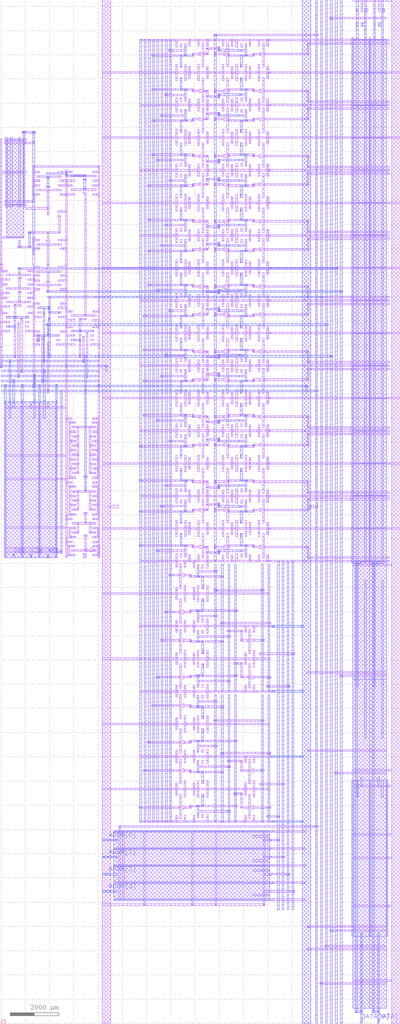
<source format=lef>
VERSION 5.4 ;
NAMESCASESENSITIVE ON ;
BUSBITCHARS "[]" ;
DIVIDERCHAR "/" ;
UNITS
  DATABASE MICRONS 1000 ;
END UNITS
SITE  MacroSite
   CLASS Core ;
   SIZE 175.0 by 135.0 ;
END  MacroSite
MACRO sram_2_16_1_freepdk45
   CLASS BLOCK ;
   SIZE 175.0 BY 135.0 ;
   SYMMETRY X Y R90 ;
   SITE MacroSite ;
   PIN DATA[0]
      DIRECTION INOUT ;
      PORT
         LAYER metal2 ;
         RECT  14837.5 0.0 14907.5 140.0 ;
      END
   END DATA[0]
   PIN DATA[1]
      DIRECTION INOUT ;
      PORT
         LAYER metal2 ;
         RECT  15542.5 0.0 15612.5 140.0 ;
      END
   END DATA[1]
   PIN ADDR[0]
      DIRECTION INPUT ;
      PORT
         LAYER metal3 ;
         RECT  4175.0 7532.5 4655.0 7602.5 ;
      END
   END ADDR[0]
   PIN ADDR[1]
      DIRECTION INPUT ;
      PORT
         LAYER metal3 ;
         RECT  4175.0 6827.5 4655.0 6897.5 ;
      END
   END ADDR[1]
   PIN ADDR[2]
      DIRECTION INPUT ;
      PORT
         LAYER metal3 ;
         RECT  4175.0 6122.5 4655.0 6192.5 ;
      END
   END ADDR[2]
   PIN ADDR[3]
      DIRECTION INPUT ;
      PORT
         LAYER metal3 ;
         RECT  4175.0 5417.5 4655.0 5487.5 ;
      END
   END ADDR[3]
   PIN CSb
      DIRECTION INPUT ;
      PORT
         LAYER metal3 ;
         RECT  1187.5 19230.0 1257.5 19370.0 ;
      END
   END CSb
   PIN WEb
      DIRECTION INPUT ;
      PORT
         LAYER metal3 ;
         RECT  1892.5 19230.0 1962.5 19370.0 ;
      END
   END WEb
   PIN OEb
      DIRECTION INPUT ;
      PORT
         LAYER metal3 ;
         RECT  482.5 19230.0 552.5 19370.0 ;
      END
   END OEb
   PIN clk
      DIRECTION INPUT ;
      PORT
         LAYER metal1 ;
         RECT  3385.0 19230.0 3520.0 19420.0 ;
      END
   END clk
   PIN vdd
      DIRECTION INOUT ;
      USE POWER ; 
      SHAPE ABUTMENT ; 
      PORT
         LAYER metal1 ;
         RECT  16125.0 0.0 16475.0 42270.0 ;
         LAYER metal1 ;
         RECT  4175.0 0.0 4525.0 42270.0 ;
      END
   END vdd
   PIN gnd
      DIRECTION INOUT ;
      USE GROUND ; 
      SHAPE ABUTMENT ; 
      PORT
         LAYER metal2 ;
         RECT  12427.5 0.0 12777.5 42270.0 ;
      END
   END gnd
   OBS
   LAYER  metal1 ;
      RECT  4317.5 26935.0 4382.5 27140.0 ;
      RECT  8475.0 19640.0 8540.0 19705.0 ;
      RECT  8475.0 19412.5 8540.0 19477.5 ;
      RECT  8405.0 19640.0 8507.5 19705.0 ;
      RECT  8475.0 19445.0 8540.0 19672.5 ;
      RECT  8507.5 19412.5 8610.0 19477.5 ;
      RECT  12632.5 19640.0 12697.5 19705.0 ;
      RECT  12632.5 19197.5 12697.5 19262.5 ;
      RECT  10900.0 19640.0 12665.0 19705.0 ;
      RECT  12632.5 19230.0 12697.5 19672.5 ;
      RECT  12665.0 19197.5 14430.0 19262.5 ;
      RECT  8475.0 21165.0 8540.0 21230.0 ;
      RECT  8475.0 21392.5 8540.0 21457.5 ;
      RECT  8405.0 21165.0 8507.5 21230.0 ;
      RECT  8475.0 21197.5 8540.0 21425.0 ;
      RECT  8507.5 21392.5 8610.0 21457.5 ;
      RECT  12632.5 21165.0 12697.5 21230.0 ;
      RECT  12632.5 21607.5 12697.5 21672.5 ;
      RECT  10900.0 21165.0 12665.0 21230.0 ;
      RECT  12632.5 21197.5 12697.5 21640.0 ;
      RECT  12665.0 21607.5 14430.0 21672.5 ;
      RECT  8475.0 22330.0 8540.0 22395.0 ;
      RECT  8475.0 22102.5 8540.0 22167.5 ;
      RECT  8405.0 22330.0 8507.5 22395.0 ;
      RECT  8475.0 22135.0 8540.0 22362.5 ;
      RECT  8507.5 22102.5 8610.0 22167.5 ;
      RECT  12632.5 22330.0 12697.5 22395.0 ;
      RECT  12632.5 21887.5 12697.5 21952.5 ;
      RECT  10900.0 22330.0 12665.0 22395.0 ;
      RECT  12632.5 21920.0 12697.5 22362.5 ;
      RECT  12665.0 21887.5 14430.0 21952.5 ;
      RECT  8475.0 23855.0 8540.0 23920.0 ;
      RECT  8475.0 24082.5 8540.0 24147.5 ;
      RECT  8405.0 23855.0 8507.5 23920.0 ;
      RECT  8475.0 23887.5 8540.0 24115.0 ;
      RECT  8507.5 24082.5 8610.0 24147.5 ;
      RECT  12632.5 23855.0 12697.5 23920.0 ;
      RECT  12632.5 24297.5 12697.5 24362.5 ;
      RECT  10900.0 23855.0 12665.0 23920.0 ;
      RECT  12632.5 23887.5 12697.5 24330.0 ;
      RECT  12665.0 24297.5 14430.0 24362.5 ;
      RECT  8475.0 25020.0 8540.0 25085.0 ;
      RECT  8475.0 24792.5 8540.0 24857.5 ;
      RECT  8405.0 25020.0 8507.5 25085.0 ;
      RECT  8475.0 24825.0 8540.0 25052.5 ;
      RECT  8507.5 24792.5 8610.0 24857.5 ;
      RECT  12632.5 25020.0 12697.5 25085.0 ;
      RECT  12632.5 24577.5 12697.5 24642.5 ;
      RECT  10900.0 25020.0 12665.0 25085.0 ;
      RECT  12632.5 24610.0 12697.5 25052.5 ;
      RECT  12665.0 24577.5 14430.0 24642.5 ;
      RECT  8475.0 26545.0 8540.0 26610.0 ;
      RECT  8475.0 26772.5 8540.0 26837.5 ;
      RECT  8405.0 26545.0 8507.5 26610.0 ;
      RECT  8475.0 26577.5 8540.0 26805.0 ;
      RECT  8507.5 26772.5 8610.0 26837.5 ;
      RECT  12632.5 26545.0 12697.5 26610.0 ;
      RECT  12632.5 26987.5 12697.5 27052.5 ;
      RECT  10900.0 26545.0 12665.0 26610.0 ;
      RECT  12632.5 26577.5 12697.5 27020.0 ;
      RECT  12665.0 26987.5 14430.0 27052.5 ;
      RECT  8475.0 27710.0 8540.0 27775.0 ;
      RECT  8475.0 27482.5 8540.0 27547.5 ;
      RECT  8405.0 27710.0 8507.5 27775.0 ;
      RECT  8475.0 27515.0 8540.0 27742.5 ;
      RECT  8507.5 27482.5 8610.0 27547.5 ;
      RECT  12632.5 27710.0 12697.5 27775.0 ;
      RECT  12632.5 27267.5 12697.5 27332.5 ;
      RECT  10900.0 27710.0 12665.0 27775.0 ;
      RECT  12632.5 27300.0 12697.5 27742.5 ;
      RECT  12665.0 27267.5 14430.0 27332.5 ;
      RECT  8475.0 29235.0 8540.0 29300.0 ;
      RECT  8475.0 29462.5 8540.0 29527.5 ;
      RECT  8405.0 29235.0 8507.5 29300.0 ;
      RECT  8475.0 29267.5 8540.0 29495.0 ;
      RECT  8507.5 29462.5 8610.0 29527.5 ;
      RECT  12632.5 29235.0 12697.5 29300.0 ;
      RECT  12632.5 29677.5 12697.5 29742.5 ;
      RECT  10900.0 29235.0 12665.0 29300.0 ;
      RECT  12632.5 29267.5 12697.5 29710.0 ;
      RECT  12665.0 29677.5 14430.0 29742.5 ;
      RECT  8475.0 30400.0 8540.0 30465.0 ;
      RECT  8475.0 30172.5 8540.0 30237.5 ;
      RECT  8405.0 30400.0 8507.5 30465.0 ;
      RECT  8475.0 30205.0 8540.0 30432.5 ;
      RECT  8507.5 30172.5 8610.0 30237.5 ;
      RECT  12632.5 30400.0 12697.5 30465.0 ;
      RECT  12632.5 29957.5 12697.5 30022.5 ;
      RECT  10900.0 30400.0 12665.0 30465.0 ;
      RECT  12632.5 29990.0 12697.5 30432.5 ;
      RECT  12665.0 29957.5 14430.0 30022.5 ;
      RECT  8475.0 31925.0 8540.0 31990.0 ;
      RECT  8475.0 32152.5 8540.0 32217.5 ;
      RECT  8405.0 31925.0 8507.5 31990.0 ;
      RECT  8475.0 31957.5 8540.0 32185.0 ;
      RECT  8507.5 32152.5 8610.0 32217.5 ;
      RECT  12632.5 31925.0 12697.5 31990.0 ;
      RECT  12632.5 32367.5 12697.5 32432.5 ;
      RECT  10900.0 31925.0 12665.0 31990.0 ;
      RECT  12632.5 31957.5 12697.5 32400.0 ;
      RECT  12665.0 32367.5 14430.0 32432.5 ;
      RECT  8475.0 33090.0 8540.0 33155.0 ;
      RECT  8475.0 32862.5 8540.0 32927.5 ;
      RECT  8405.0 33090.0 8507.5 33155.0 ;
      RECT  8475.0 32895.0 8540.0 33122.5 ;
      RECT  8507.5 32862.5 8610.0 32927.5 ;
      RECT  12632.5 33090.0 12697.5 33155.0 ;
      RECT  12632.5 32647.5 12697.5 32712.5 ;
      RECT  10900.0 33090.0 12665.0 33155.0 ;
      RECT  12632.5 32680.0 12697.5 33122.5 ;
      RECT  12665.0 32647.5 14430.0 32712.5 ;
      RECT  8475.0 34615.0 8540.0 34680.0 ;
      RECT  8475.0 34842.5 8540.0 34907.5 ;
      RECT  8405.0 34615.0 8507.5 34680.0 ;
      RECT  8475.0 34647.5 8540.0 34875.0 ;
      RECT  8507.5 34842.5 8610.0 34907.5 ;
      RECT  12632.5 34615.0 12697.5 34680.0 ;
      RECT  12632.5 35057.5 12697.5 35122.5 ;
      RECT  10900.0 34615.0 12665.0 34680.0 ;
      RECT  12632.5 34647.5 12697.5 35090.0 ;
      RECT  12665.0 35057.5 14430.0 35122.5 ;
      RECT  8475.0 35780.0 8540.0 35845.0 ;
      RECT  8475.0 35552.5 8540.0 35617.5 ;
      RECT  8405.0 35780.0 8507.5 35845.0 ;
      RECT  8475.0 35585.0 8540.0 35812.5 ;
      RECT  8507.5 35552.5 8610.0 35617.5 ;
      RECT  12632.5 35780.0 12697.5 35845.0 ;
      RECT  12632.5 35337.5 12697.5 35402.5 ;
      RECT  10900.0 35780.0 12665.0 35845.0 ;
      RECT  12632.5 35370.0 12697.5 35812.5 ;
      RECT  12665.0 35337.5 14430.0 35402.5 ;
      RECT  8475.0 37305.0 8540.0 37370.0 ;
      RECT  8475.0 37532.5 8540.0 37597.5 ;
      RECT  8405.0 37305.0 8507.5 37370.0 ;
      RECT  8475.0 37337.5 8540.0 37565.0 ;
      RECT  8507.5 37532.5 8610.0 37597.5 ;
      RECT  12632.5 37305.0 12697.5 37370.0 ;
      RECT  12632.5 37747.5 12697.5 37812.5 ;
      RECT  10900.0 37305.0 12665.0 37370.0 ;
      RECT  12632.5 37337.5 12697.5 37780.0 ;
      RECT  12665.0 37747.5 14430.0 37812.5 ;
      RECT  8475.0 38470.0 8540.0 38535.0 ;
      RECT  8475.0 38242.5 8540.0 38307.5 ;
      RECT  8405.0 38470.0 8507.5 38535.0 ;
      RECT  8475.0 38275.0 8540.0 38502.5 ;
      RECT  8507.5 38242.5 8610.0 38307.5 ;
      RECT  12632.5 38470.0 12697.5 38535.0 ;
      RECT  12632.5 38027.5 12697.5 38092.5 ;
      RECT  10900.0 38470.0 12665.0 38535.0 ;
      RECT  12632.5 38060.0 12697.5 38502.5 ;
      RECT  12665.0 38027.5 14430.0 38092.5 ;
      RECT  8475.0 39995.0 8540.0 40060.0 ;
      RECT  8475.0 40222.5 8540.0 40287.5 ;
      RECT  8405.0 39995.0 8507.5 40060.0 ;
      RECT  8475.0 40027.5 8540.0 40255.0 ;
      RECT  8507.5 40222.5 8610.0 40287.5 ;
      RECT  12632.5 39995.0 12697.5 40060.0 ;
      RECT  12632.5 40437.5 12697.5 40502.5 ;
      RECT  10900.0 39995.0 12665.0 40060.0 ;
      RECT  12632.5 40027.5 12697.5 40470.0 ;
      RECT  12665.0 40437.5 14430.0 40502.5 ;
      RECT  9065.0 19057.5 14520.0 19122.5 ;
      RECT  9065.0 21747.5 14520.0 21812.5 ;
      RECT  9065.0 24437.5 14520.0 24502.5 ;
      RECT  9065.0 27127.5 14520.0 27192.5 ;
      RECT  9065.0 29817.5 14520.0 29882.5 ;
      RECT  9065.0 32507.5 14520.0 32572.5 ;
      RECT  9065.0 35197.5 14520.0 35262.5 ;
      RECT  9065.0 37887.5 14520.0 37952.5 ;
      RECT  9065.0 40577.5 14520.0 40642.5 ;
      RECT  4175.0 20402.5 16475.0 20467.5 ;
      RECT  4175.0 23092.5 16475.0 23157.5 ;
      RECT  4175.0 25782.5 16475.0 25847.5 ;
      RECT  4175.0 28472.5 16475.0 28537.5 ;
      RECT  4175.0 31162.5 16475.0 31227.5 ;
      RECT  4175.0 33852.5 16475.0 33917.5 ;
      RECT  4175.0 36542.5 16475.0 36607.5 ;
      RECT  4175.0 39232.5 16475.0 39297.5 ;
      RECT  11095.0 8502.5 11437.5 8567.5 ;
      RECT  10820.0 9847.5 11642.5 9912.5 ;
      RECT  11095.0 13882.5 11847.5 13947.5 ;
      RECT  10820.0 15227.5 12052.5 15292.5 ;
      RECT  11095.0 8297.5 11232.5 8362.5 ;
      RECT  11095.0 10987.5 11232.5 11052.5 ;
      RECT  11095.0 13677.5 11232.5 13742.5 ;
      RECT  11095.0 16367.5 11232.5 16432.5 ;
      RECT  4175.0 9642.5 11095.0 9707.5 ;
      RECT  4175.0 12332.5 11095.0 12397.5 ;
      RECT  4175.0 15022.5 11095.0 15087.5 ;
      RECT  4175.0 17712.5 11095.0 17777.5 ;
      RECT  11095.0 7535.0 11437.5 7600.0 ;
      RECT  11095.0 6830.0 11642.5 6895.0 ;
      RECT  11095.0 6125.0 11847.5 6190.0 ;
      RECT  11095.0 5420.0 12052.5 5485.0 ;
      RECT  11095.0 7887.5 12562.5 7952.5 ;
      RECT  11095.0 7182.5 12562.5 7247.5 ;
      RECT  11095.0 6477.5 12562.5 6542.5 ;
      RECT  11095.0 5772.5 12562.5 5837.5 ;
      RECT  11095.0 5067.5 12562.5 5132.5 ;
      RECT  7865.0 4862.5 7930.0 4927.5 ;
      RECT  7865.0 4895.0 7930.0 5100.0 ;
      RECT  4175.0 4862.5 7897.5 4927.5 ;
      RECT  10825.0 4862.5 10890.0 4927.5 ;
      RECT  10825.0 4895.0 10890.0 5100.0 ;
      RECT  4175.0 4862.5 10857.5 4927.5 ;
      RECT  5875.0 4862.5 5940.0 4927.5 ;
      RECT  5875.0 4895.0 5940.0 5100.0 ;
      RECT  4175.0 4862.5 5907.5 4927.5 ;
      RECT  8835.0 4862.5 8900.0 4927.5 ;
      RECT  8835.0 4895.0 8900.0 5100.0 ;
      RECT  4175.0 4862.5 8867.5 4927.5 ;
      RECT  13632.5 3795.0 14520.0 3860.0 ;
      RECT  13222.5 1610.0 14520.0 1675.0 ;
      RECT  13427.5 3157.5 14520.0 3222.5 ;
      RECT  13632.5 41477.5 14520.0 41542.5 ;
      RECT  13837.5 10297.5 14520.0 10362.5 ;
      RECT  14042.5 14322.5 14520.0 14387.5 ;
      RECT  4860.0 8092.5 4925.0 8157.5 ;
      RECT  4860.0 7920.0 4925.0 8125.0 ;
      RECT  4892.5 8092.5 13017.5 8157.5 ;
      RECT  8840.0 40782.5 13082.5 40847.5 ;
      RECT  14520.0 42205.0 16125.0 42270.0 ;
      RECT  14520.0 18895.0 16125.0 18960.0 ;
      RECT  14520.0 10427.5 16125.0 10492.5 ;
      RECT  14520.0 6800.0 16125.0 6865.0 ;
      RECT  14520.0 9760.0 16125.0 9825.0 ;
      RECT  14520.0 4810.0 16125.0 4875.0 ;
      RECT  14520.0 7770.0 16125.0 7835.0 ;
      RECT  14520.0 1740.0 16125.0 1805.0 ;
      RECT  12777.5 3027.5 14520.0 3092.5 ;
      RECT  12777.5 14452.5 14520.0 14517.5 ;
      RECT  12777.5 3955.0 14520.0 4020.0 ;
      RECT  12777.5 11230.0 14520.0 11295.0 ;
      RECT  14520.0 19090.0 15225.0 20435.0 ;
      RECT  14520.0 21780.0 15225.0 20435.0 ;
      RECT  14520.0 21780.0 15225.0 23125.0 ;
      RECT  14520.0 24470.0 15225.0 23125.0 ;
      RECT  14520.0 24470.0 15225.0 25815.0 ;
      RECT  14520.0 27160.0 15225.0 25815.0 ;
      RECT  14520.0 27160.0 15225.0 28505.0 ;
      RECT  14520.0 29850.0 15225.0 28505.0 ;
      RECT  14520.0 29850.0 15225.0 31195.0 ;
      RECT  14520.0 32540.0 15225.0 31195.0 ;
      RECT  14520.0 32540.0 15225.0 33885.0 ;
      RECT  14520.0 35230.0 15225.0 33885.0 ;
      RECT  14520.0 35230.0 15225.0 36575.0 ;
      RECT  14520.0 37920.0 15225.0 36575.0 ;
      RECT  14520.0 37920.0 15225.0 39265.0 ;
      RECT  14520.0 40610.0 15225.0 39265.0 ;
      RECT  15225.0 19090.0 15930.0 20435.0 ;
      RECT  15225.0 21780.0 15930.0 20435.0 ;
      RECT  15225.0 21780.0 15930.0 23125.0 ;
      RECT  15225.0 24470.0 15930.0 23125.0 ;
      RECT  15225.0 24470.0 15930.0 25815.0 ;
      RECT  15225.0 27160.0 15930.0 25815.0 ;
      RECT  15225.0 27160.0 15930.0 28505.0 ;
      RECT  15225.0 29850.0 15930.0 28505.0 ;
      RECT  15225.0 29850.0 15930.0 31195.0 ;
      RECT  15225.0 32540.0 15930.0 31195.0 ;
      RECT  15225.0 32540.0 15930.0 33885.0 ;
      RECT  15225.0 35230.0 15930.0 33885.0 ;
      RECT  15225.0 35230.0 15930.0 36575.0 ;
      RECT  15225.0 37920.0 15930.0 36575.0 ;
      RECT  15225.0 37920.0 15930.0 39265.0 ;
      RECT  15225.0 40610.0 15930.0 39265.0 ;
      RECT  14430.0 19197.5 16020.0 19262.5 ;
      RECT  14430.0 21607.5 16020.0 21672.5 ;
      RECT  14430.0 21887.5 16020.0 21952.5 ;
      RECT  14430.0 24297.5 16020.0 24362.5 ;
      RECT  14430.0 24577.5 16020.0 24642.5 ;
      RECT  14430.0 26987.5 16020.0 27052.5 ;
      RECT  14430.0 27267.5 16020.0 27332.5 ;
      RECT  14430.0 29677.5 16020.0 29742.5 ;
      RECT  14430.0 29957.5 16020.0 30022.5 ;
      RECT  14430.0 32367.5 16020.0 32432.5 ;
      RECT  14430.0 32647.5 16020.0 32712.5 ;
      RECT  14430.0 35057.5 16020.0 35122.5 ;
      RECT  14430.0 35337.5 16020.0 35402.5 ;
      RECT  14430.0 37747.5 16020.0 37812.5 ;
      RECT  14430.0 38027.5 16020.0 38092.5 ;
      RECT  14430.0 40437.5 16020.0 40502.5 ;
      RECT  14430.0 20402.5 16020.0 20467.5 ;
      RECT  14430.0 23092.5 16020.0 23157.5 ;
      RECT  14430.0 25782.5 16020.0 25847.5 ;
      RECT  14430.0 28472.5 16020.0 28537.5 ;
      RECT  14430.0 31162.5 16020.0 31227.5 ;
      RECT  14430.0 33852.5 16020.0 33917.5 ;
      RECT  14430.0 36542.5 16020.0 36607.5 ;
      RECT  14430.0 39232.5 16020.0 39297.5 ;
      RECT  14430.0 19057.5 16020.0 19122.5 ;
      RECT  14430.0 21747.5 16020.0 21812.5 ;
      RECT  14430.0 24437.5 16020.0 24502.5 ;
      RECT  14430.0 27127.5 16020.0 27192.5 ;
      RECT  14430.0 29817.5 16020.0 29882.5 ;
      RECT  14430.0 32507.5 16020.0 32572.5 ;
      RECT  14430.0 35197.5 16020.0 35262.5 ;
      RECT  14430.0 37887.5 16020.0 37952.5 ;
      RECT  14430.0 40577.5 16020.0 40642.5 ;
      RECT  14872.5 41767.5 14937.5 42270.0 ;
      RECT  14682.5 41182.5 14747.5 41317.5 ;
      RECT  14872.5 41182.5 14937.5 41317.5 ;
      RECT  14872.5 41182.5 14937.5 41317.5 ;
      RECT  14682.5 41182.5 14747.5 41317.5 ;
      RECT  14682.5 41767.5 14747.5 41902.5 ;
      RECT  14872.5 41767.5 14937.5 41902.5 ;
      RECT  14872.5 41767.5 14937.5 41902.5 ;
      RECT  14682.5 41767.5 14747.5 41902.5 ;
      RECT  14872.5 41767.5 14937.5 41902.5 ;
      RECT  15062.5 41767.5 15127.5 41902.5 ;
      RECT  15062.5 41767.5 15127.5 41902.5 ;
      RECT  14872.5 41767.5 14937.5 41902.5 ;
      RECT  14852.5 41477.5 14717.5 41542.5 ;
      RECT  14872.5 42067.5 14937.5 42202.5 ;
      RECT  14682.5 41182.5 14747.5 41317.5 ;
      RECT  14872.5 41182.5 14937.5 41317.5 ;
      RECT  14682.5 41767.5 14747.5 41902.5 ;
      RECT  15062.5 41767.5 15127.5 41902.5 ;
      RECT  14520.0 41477.5 15225.0 41542.5 ;
      RECT  14520.0 42205.0 15225.0 42270.0 ;
      RECT  15577.5 41767.5 15642.5 42270.0 ;
      RECT  15387.5 41182.5 15452.5 41317.5 ;
      RECT  15577.5 41182.5 15642.5 41317.5 ;
      RECT  15577.5 41182.5 15642.5 41317.5 ;
      RECT  15387.5 41182.5 15452.5 41317.5 ;
      RECT  15387.5 41767.5 15452.5 41902.5 ;
      RECT  15577.5 41767.5 15642.5 41902.5 ;
      RECT  15577.5 41767.5 15642.5 41902.5 ;
      RECT  15387.5 41767.5 15452.5 41902.5 ;
      RECT  15577.5 41767.5 15642.5 41902.5 ;
      RECT  15767.5 41767.5 15832.5 41902.5 ;
      RECT  15767.5 41767.5 15832.5 41902.5 ;
      RECT  15577.5 41767.5 15642.5 41902.5 ;
      RECT  15557.5 41477.5 15422.5 41542.5 ;
      RECT  15577.5 42067.5 15642.5 42202.5 ;
      RECT  15387.5 41182.5 15452.5 41317.5 ;
      RECT  15577.5 41182.5 15642.5 41317.5 ;
      RECT  15387.5 41767.5 15452.5 41902.5 ;
      RECT  15767.5 41767.5 15832.5 41902.5 ;
      RECT  15225.0 41477.5 15930.0 41542.5 ;
      RECT  15225.0 42205.0 15930.0 42270.0 ;
      RECT  14520.0 41477.5 15930.0 41542.5 ;
      RECT  14520.0 42205.0 15930.0 42270.0 ;
      RECT  14520.0 14205.0 15225.0 19090.0 ;
      RECT  15225.0 14205.0 15930.0 19090.0 ;
      RECT  14520.0 14322.5 15930.0 14387.5 ;
      RECT  14520.0 18895.0 15930.0 18960.0 ;
      RECT  14520.0 14452.5 15930.0 14517.5 ;
      RECT  14520.0 10030.0 15225.0 14205.0 ;
      RECT  15225.0 10030.0 15930.0 14205.0 ;
      RECT  14520.0 10297.5 15930.0 10362.5 ;
      RECT  14520.0 10427.5 15930.0 10492.5 ;
      RECT  14520.0 11230.0 15930.0 11295.0 ;
      RECT  14520.0 3590.0 15225.0 10030.0 ;
      RECT  15930.0 3590.0 15225.0 10030.0 ;
      RECT  14520.0 3795.0 15930.0 3860.0 ;
      RECT  14520.0 6800.0 15930.0 6865.0 ;
      RECT  14520.0 9760.0 15930.0 9825.0 ;
      RECT  14520.0 4810.0 15930.0 4875.0 ;
      RECT  14520.0 7770.0 15930.0 7835.0 ;
      RECT  14520.0 3955.0 15930.0 4020.0 ;
      RECT  14520.0 3590.0 15225.0 615.0 ;
      RECT  15225.0 3590.0 15930.0 615.0 ;
      RECT  14520.0 3222.5 15930.0 3157.5 ;
      RECT  14520.0 1675.0 15930.0 1610.0 ;
      RECT  14520.0 1805.0 15930.0 1740.0 ;
      RECT  14520.0 3092.5 15930.0 3027.5 ;
      RECT  7895.0 19697.5 7960.0 19762.5 ;
      RECT  7895.0 19640.0 7960.0 19705.0 ;
      RECT  7677.5 19697.5 7927.5 19762.5 ;
      RECT  7895.0 19672.5 7960.0 19730.0 ;
      RECT  7927.5 19640.0 8175.0 19705.0 ;
      RECT  7895.0 21107.5 7960.0 21172.5 ;
      RECT  7895.0 21165.0 7960.0 21230.0 ;
      RECT  7677.5 21107.5 7927.5 21172.5 ;
      RECT  7895.0 21140.0 7960.0 21197.5 ;
      RECT  7927.5 21165.0 8175.0 21230.0 ;
      RECT  7895.0 22387.5 7960.0 22452.5 ;
      RECT  7895.0 22330.0 7960.0 22395.0 ;
      RECT  7677.5 22387.5 7927.5 22452.5 ;
      RECT  7895.0 22362.5 7960.0 22420.0 ;
      RECT  7927.5 22330.0 8175.0 22395.0 ;
      RECT  7895.0 23797.5 7960.0 23862.5 ;
      RECT  7895.0 23855.0 7960.0 23920.0 ;
      RECT  7677.5 23797.5 7927.5 23862.5 ;
      RECT  7895.0 23830.0 7960.0 23887.5 ;
      RECT  7927.5 23855.0 8175.0 23920.0 ;
      RECT  7895.0 25077.5 7960.0 25142.5 ;
      RECT  7895.0 25020.0 7960.0 25085.0 ;
      RECT  7677.5 25077.5 7927.5 25142.5 ;
      RECT  7895.0 25052.5 7960.0 25110.0 ;
      RECT  7927.5 25020.0 8175.0 25085.0 ;
      RECT  7895.0 26487.5 7960.0 26552.5 ;
      RECT  7895.0 26545.0 7960.0 26610.0 ;
      RECT  7677.5 26487.5 7927.5 26552.5 ;
      RECT  7895.0 26520.0 7960.0 26577.5 ;
      RECT  7927.5 26545.0 8175.0 26610.0 ;
      RECT  7895.0 27767.5 7960.0 27832.5 ;
      RECT  7895.0 27710.0 7960.0 27775.0 ;
      RECT  7677.5 27767.5 7927.5 27832.5 ;
      RECT  7895.0 27742.5 7960.0 27800.0 ;
      RECT  7927.5 27710.0 8175.0 27775.0 ;
      RECT  7895.0 29177.5 7960.0 29242.5 ;
      RECT  7895.0 29235.0 7960.0 29300.0 ;
      RECT  7677.5 29177.5 7927.5 29242.5 ;
      RECT  7895.0 29210.0 7960.0 29267.5 ;
      RECT  7927.5 29235.0 8175.0 29300.0 ;
      RECT  7895.0 30457.5 7960.0 30522.5 ;
      RECT  7895.0 30400.0 7960.0 30465.0 ;
      RECT  7677.5 30457.5 7927.5 30522.5 ;
      RECT  7895.0 30432.5 7960.0 30490.0 ;
      RECT  7927.5 30400.0 8175.0 30465.0 ;
      RECT  7895.0 31867.5 7960.0 31932.5 ;
      RECT  7895.0 31925.0 7960.0 31990.0 ;
      RECT  7677.5 31867.5 7927.5 31932.5 ;
      RECT  7895.0 31900.0 7960.0 31957.5 ;
      RECT  7927.5 31925.0 8175.0 31990.0 ;
      RECT  7895.0 33147.5 7960.0 33212.5 ;
      RECT  7895.0 33090.0 7960.0 33155.0 ;
      RECT  7677.5 33147.5 7927.5 33212.5 ;
      RECT  7895.0 33122.5 7960.0 33180.0 ;
      RECT  7927.5 33090.0 8175.0 33155.0 ;
      RECT  7895.0 34557.5 7960.0 34622.5 ;
      RECT  7895.0 34615.0 7960.0 34680.0 ;
      RECT  7677.5 34557.5 7927.5 34622.5 ;
      RECT  7895.0 34590.0 7960.0 34647.5 ;
      RECT  7927.5 34615.0 8175.0 34680.0 ;
      RECT  7895.0 35837.5 7960.0 35902.5 ;
      RECT  7895.0 35780.0 7960.0 35845.0 ;
      RECT  7677.5 35837.5 7927.5 35902.5 ;
      RECT  7895.0 35812.5 7960.0 35870.0 ;
      RECT  7927.5 35780.0 8175.0 35845.0 ;
      RECT  7895.0 37247.5 7960.0 37312.5 ;
      RECT  7895.0 37305.0 7960.0 37370.0 ;
      RECT  7677.5 37247.5 7927.5 37312.5 ;
      RECT  7895.0 37280.0 7960.0 37337.5 ;
      RECT  7927.5 37305.0 8175.0 37370.0 ;
      RECT  7895.0 38527.5 7960.0 38592.5 ;
      RECT  7895.0 38470.0 7960.0 38535.0 ;
      RECT  7677.5 38527.5 7927.5 38592.5 ;
      RECT  7895.0 38502.5 7960.0 38560.0 ;
      RECT  7927.5 38470.0 8175.0 38535.0 ;
      RECT  7895.0 39937.5 7960.0 40002.5 ;
      RECT  7895.0 39995.0 7960.0 40060.0 ;
      RECT  7677.5 39937.5 7927.5 40002.5 ;
      RECT  7895.0 39970.0 7960.0 40027.5 ;
      RECT  7927.5 39995.0 8175.0 40060.0 ;
      RECT  5765.0 8880.0 7130.0 8945.0 ;
      RECT  5940.0 10405.0 7130.0 10470.0 ;
      RECT  6115.0 11570.0 7130.0 11635.0 ;
      RECT  6290.0 13095.0 7130.0 13160.0 ;
      RECT  6465.0 14260.0 7130.0 14325.0 ;
      RECT  6640.0 15785.0 7130.0 15850.0 ;
      RECT  6815.0 16950.0 7130.0 17015.0 ;
      RECT  6990.0 18475.0 7130.0 18540.0 ;
      RECT  5765.0 19697.5 7190.0 19762.5 ;
      RECT  6465.0 19482.5 7447.5 19547.5 ;
      RECT  5765.0 21107.5 7190.0 21172.5 ;
      RECT  6640.0 21322.5 7447.5 21387.5 ;
      RECT  5765.0 22387.5 7190.0 22452.5 ;
      RECT  6815.0 22172.5 7447.5 22237.5 ;
      RECT  5765.0 23797.5 7190.0 23862.5 ;
      RECT  6990.0 24012.5 7447.5 24077.5 ;
      RECT  5940.0 25077.5 7190.0 25142.5 ;
      RECT  6465.0 24862.5 7447.5 24927.5 ;
      RECT  5940.0 26487.5 7190.0 26552.5 ;
      RECT  6640.0 26702.5 7447.5 26767.5 ;
      RECT  5940.0 27767.5 7190.0 27832.5 ;
      RECT  6815.0 27552.5 7447.5 27617.5 ;
      RECT  5940.0 29177.5 7190.0 29242.5 ;
      RECT  6990.0 29392.5 7447.5 29457.5 ;
      RECT  6115.0 30457.5 7190.0 30522.5 ;
      RECT  6465.0 30242.5 7447.5 30307.5 ;
      RECT  6115.0 31867.5 7190.0 31932.5 ;
      RECT  6640.0 32082.5 7447.5 32147.5 ;
      RECT  6115.0 33147.5 7190.0 33212.5 ;
      RECT  6815.0 32932.5 7447.5 32997.5 ;
      RECT  6115.0 34557.5 7190.0 34622.5 ;
      RECT  6990.0 34772.5 7447.5 34837.5 ;
      RECT  6290.0 35837.5 7190.0 35902.5 ;
      RECT  6465.0 35622.5 7447.5 35687.5 ;
      RECT  6290.0 37247.5 7190.0 37312.5 ;
      RECT  6640.0 37462.5 7447.5 37527.5 ;
      RECT  6290.0 38527.5 7190.0 38592.5 ;
      RECT  6815.0 38312.5 7447.5 38377.5 ;
      RECT  6290.0 39937.5 7190.0 40002.5 ;
      RECT  6990.0 40152.5 7447.5 40217.5 ;
      RECT  9952.5 8880.0 9887.5 8945.0 ;
      RECT  9952.5 9447.5 9887.5 9512.5 ;
      RECT  10190.0 8880.0 9920.0 8945.0 ;
      RECT  9952.5 8912.5 9887.5 9480.0 ;
      RECT  9920.0 9447.5 9675.0 9512.5 ;
      RECT  11060.0 8880.0 10420.0 8945.0 ;
      RECT  9952.5 10405.0 9887.5 10470.0 ;
      RECT  9952.5 10792.5 9887.5 10857.5 ;
      RECT  10190.0 10405.0 9920.0 10470.0 ;
      RECT  9952.5 10437.5 9887.5 10825.0 ;
      RECT  9920.0 10792.5 9400.0 10857.5 ;
      RECT  10785.0 10405.0 10420.0 10470.0 ;
      RECT  11060.0 11122.5 9125.0 11187.5 ;
      RECT  10785.0 12467.5 8850.0 12532.5 ;
      RECT  9675.0 8937.5 8550.0 9002.5 ;
      RECT  9400.0 8722.5 8292.5 8787.5 ;
      RECT  9125.0 10347.5 8550.0 10412.5 ;
      RECT  9400.0 10562.5 8292.5 10627.5 ;
      RECT  9675.0 11627.5 8550.0 11692.5 ;
      RECT  8850.0 11412.5 8292.5 11477.5 ;
      RECT  9125.0 13037.5 8550.0 13102.5 ;
      RECT  8850.0 13252.5 8292.5 13317.5 ;
      RECT  7845.0 8937.5 7780.0 9002.5 ;
      RECT  7845.0 8880.0 7780.0 8945.0 ;
      RECT  8062.5 8937.5 7812.5 9002.5 ;
      RECT  7845.0 8912.5 7780.0 8970.0 ;
      RECT  7812.5 8880.0 7565.0 8945.0 ;
      RECT  7845.0 10347.5 7780.0 10412.5 ;
      RECT  7845.0 10405.0 7780.0 10470.0 ;
      RECT  8062.5 10347.5 7812.5 10412.5 ;
      RECT  7845.0 10380.0 7780.0 10437.5 ;
      RECT  7812.5 10405.0 7565.0 10470.0 ;
      RECT  7845.0 11627.5 7780.0 11692.5 ;
      RECT  7845.0 11570.0 7780.0 11635.0 ;
      RECT  8062.5 11627.5 7812.5 11692.5 ;
      RECT  7845.0 11602.5 7780.0 11660.0 ;
      RECT  7812.5 11570.0 7565.0 11635.0 ;
      RECT  7845.0 13037.5 7780.0 13102.5 ;
      RECT  7845.0 13095.0 7780.0 13160.0 ;
      RECT  8062.5 13037.5 7812.5 13102.5 ;
      RECT  7845.0 13070.0 7780.0 13127.5 ;
      RECT  7812.5 13095.0 7565.0 13160.0 ;
      RECT  10117.5 9490.0 10052.5 9675.0 ;
      RECT  10117.5 8330.0 10052.5 8515.0 ;
      RECT  10477.5 8447.5 10412.5 8297.5 ;
      RECT  10477.5 9332.5 10412.5 9707.5 ;
      RECT  10287.5 8582.5 10222.5 9332.5 ;
      RECT  10477.5 9332.5 10412.5 9467.5 ;
      RECT  10287.5 9332.5 10222.5 9467.5 ;
      RECT  10287.5 9332.5 10222.5 9467.5 ;
      RECT  10477.5 9332.5 10412.5 9467.5 ;
      RECT  10477.5 8447.5 10412.5 8582.5 ;
      RECT  10287.5 8447.5 10222.5 8582.5 ;
      RECT  10287.5 8447.5 10222.5 8582.5 ;
      RECT  10477.5 8447.5 10412.5 8582.5 ;
      RECT  10117.5 9422.5 10052.5 9557.5 ;
      RECT  10117.5 8447.5 10052.5 8582.5 ;
      RECT  10420.0 8845.0 10355.0 8980.0 ;
      RECT  10420.0 8845.0 10355.0 8980.0 ;
      RECT  10255.0 8880.0 10190.0 8945.0 ;
      RECT  10545.0 9642.5 9985.0 9707.5 ;
      RECT  10545.0 8297.5 9985.0 8362.5 ;
      RECT  10117.5 9860.0 10052.5 9675.0 ;
      RECT  10117.5 11020.0 10052.5 10835.0 ;
      RECT  10477.5 10902.5 10412.5 11052.5 ;
      RECT  10477.5 10017.5 10412.5 9642.5 ;
      RECT  10287.5 10767.5 10222.5 10017.5 ;
      RECT  10477.5 10017.5 10412.5 9882.5 ;
      RECT  10287.5 10017.5 10222.5 9882.5 ;
      RECT  10287.5 10017.5 10222.5 9882.5 ;
      RECT  10477.5 10017.5 10412.5 9882.5 ;
      RECT  10477.5 10902.5 10412.5 10767.5 ;
      RECT  10287.5 10902.5 10222.5 10767.5 ;
      RECT  10287.5 10902.5 10222.5 10767.5 ;
      RECT  10477.5 10902.5 10412.5 10767.5 ;
      RECT  10117.5 9927.5 10052.5 9792.5 ;
      RECT  10117.5 10902.5 10052.5 10767.5 ;
      RECT  10420.0 10505.0 10355.0 10370.0 ;
      RECT  10420.0 10505.0 10355.0 10370.0 ;
      RECT  10255.0 10470.0 10190.0 10405.0 ;
      RECT  10545.0 9707.5 9985.0 9642.5 ;
      RECT  10545.0 11052.5 9985.0 10987.5 ;
      RECT  7262.5 9490.0 7197.5 9675.0 ;
      RECT  7262.5 8330.0 7197.5 8515.0 ;
      RECT  7622.5 8447.5 7557.5 8297.5 ;
      RECT  7622.5 9332.5 7557.5 9707.5 ;
      RECT  7432.5 8582.5 7367.5 9332.5 ;
      RECT  7622.5 9332.5 7557.5 9467.5 ;
      RECT  7432.5 9332.5 7367.5 9467.5 ;
      RECT  7432.5 9332.5 7367.5 9467.5 ;
      RECT  7622.5 9332.5 7557.5 9467.5 ;
      RECT  7622.5 8447.5 7557.5 8582.5 ;
      RECT  7432.5 8447.5 7367.5 8582.5 ;
      RECT  7432.5 8447.5 7367.5 8582.5 ;
      RECT  7622.5 8447.5 7557.5 8582.5 ;
      RECT  7262.5 9422.5 7197.5 9557.5 ;
      RECT  7262.5 8447.5 7197.5 8582.5 ;
      RECT  7565.0 8845.0 7500.0 8980.0 ;
      RECT  7565.0 8845.0 7500.0 8980.0 ;
      RECT  7400.0 8880.0 7335.0 8945.0 ;
      RECT  7690.0 9642.5 7130.0 9707.5 ;
      RECT  7690.0 8297.5 7130.0 8362.5 ;
      RECT  7262.5 9860.0 7197.5 9675.0 ;
      RECT  7262.5 11020.0 7197.5 10835.0 ;
      RECT  7622.5 10902.5 7557.5 11052.5 ;
      RECT  7622.5 10017.5 7557.5 9642.5 ;
      RECT  7432.5 10767.5 7367.5 10017.5 ;
      RECT  7622.5 10017.5 7557.5 9882.5 ;
      RECT  7432.5 10017.5 7367.5 9882.5 ;
      RECT  7432.5 10017.5 7367.5 9882.5 ;
      RECT  7622.5 10017.5 7557.5 9882.5 ;
      RECT  7622.5 10902.5 7557.5 10767.5 ;
      RECT  7432.5 10902.5 7367.5 10767.5 ;
      RECT  7432.5 10902.5 7367.5 10767.5 ;
      RECT  7622.5 10902.5 7557.5 10767.5 ;
      RECT  7262.5 9927.5 7197.5 9792.5 ;
      RECT  7262.5 10902.5 7197.5 10767.5 ;
      RECT  7565.0 10505.0 7500.0 10370.0 ;
      RECT  7565.0 10505.0 7500.0 10370.0 ;
      RECT  7400.0 10470.0 7335.0 10405.0 ;
      RECT  7690.0 9707.5 7130.0 9642.5 ;
      RECT  7690.0 11052.5 7130.0 10987.5 ;
      RECT  7262.5 12180.0 7197.5 12365.0 ;
      RECT  7262.5 11020.0 7197.5 11205.0 ;
      RECT  7622.5 11137.5 7557.5 10987.5 ;
      RECT  7622.5 12022.5 7557.5 12397.5 ;
      RECT  7432.5 11272.5 7367.5 12022.5 ;
      RECT  7622.5 12022.5 7557.5 12157.5 ;
      RECT  7432.5 12022.5 7367.5 12157.5 ;
      RECT  7432.5 12022.5 7367.5 12157.5 ;
      RECT  7622.5 12022.5 7557.5 12157.5 ;
      RECT  7622.5 11137.5 7557.5 11272.5 ;
      RECT  7432.5 11137.5 7367.5 11272.5 ;
      RECT  7432.5 11137.5 7367.5 11272.5 ;
      RECT  7622.5 11137.5 7557.5 11272.5 ;
      RECT  7262.5 12112.5 7197.5 12247.5 ;
      RECT  7262.5 11137.5 7197.5 11272.5 ;
      RECT  7565.0 11535.0 7500.0 11670.0 ;
      RECT  7565.0 11535.0 7500.0 11670.0 ;
      RECT  7400.0 11570.0 7335.0 11635.0 ;
      RECT  7690.0 12332.5 7130.0 12397.5 ;
      RECT  7690.0 10987.5 7130.0 11052.5 ;
      RECT  7262.5 12550.0 7197.5 12365.0 ;
      RECT  7262.5 13710.0 7197.5 13525.0 ;
      RECT  7622.5 13592.5 7557.5 13742.5 ;
      RECT  7622.5 12707.5 7557.5 12332.5 ;
      RECT  7432.5 13457.5 7367.5 12707.5 ;
      RECT  7622.5 12707.5 7557.5 12572.5 ;
      RECT  7432.5 12707.5 7367.5 12572.5 ;
      RECT  7432.5 12707.5 7367.5 12572.5 ;
      RECT  7622.5 12707.5 7557.5 12572.5 ;
      RECT  7622.5 13592.5 7557.5 13457.5 ;
      RECT  7432.5 13592.5 7367.5 13457.5 ;
      RECT  7432.5 13592.5 7367.5 13457.5 ;
      RECT  7622.5 13592.5 7557.5 13457.5 ;
      RECT  7262.5 12617.5 7197.5 12482.5 ;
      RECT  7262.5 13592.5 7197.5 13457.5 ;
      RECT  7565.0 13195.0 7500.0 13060.0 ;
      RECT  7565.0 13195.0 7500.0 13060.0 ;
      RECT  7400.0 13160.0 7335.0 13095.0 ;
      RECT  7690.0 12397.5 7130.0 12332.5 ;
      RECT  7690.0 13742.5 7130.0 13677.5 ;
      RECT  8542.5 8492.5 8477.5 8297.5 ;
      RECT  8542.5 9332.5 8477.5 9707.5 ;
      RECT  8162.5 9332.5 8097.5 9707.5 ;
      RECT  7992.5 9490.0 7927.5 9675.0 ;
      RECT  7992.5 8330.0 7927.5 8515.0 ;
      RECT  8542.5 9332.5 8477.5 9467.5 ;
      RECT  8352.5 9332.5 8287.5 9467.5 ;
      RECT  8352.5 9332.5 8287.5 9467.5 ;
      RECT  8542.5 9332.5 8477.5 9467.5 ;
      RECT  8352.5 9332.5 8287.5 9467.5 ;
      RECT  8162.5 9332.5 8097.5 9467.5 ;
      RECT  8162.5 9332.5 8097.5 9467.5 ;
      RECT  8352.5 9332.5 8287.5 9467.5 ;
      RECT  8542.5 8492.5 8477.5 8627.5 ;
      RECT  8352.5 8492.5 8287.5 8627.5 ;
      RECT  8352.5 8492.5 8287.5 8627.5 ;
      RECT  8542.5 8492.5 8477.5 8627.5 ;
      RECT  8352.5 8492.5 8287.5 8627.5 ;
      RECT  8162.5 8492.5 8097.5 8627.5 ;
      RECT  8162.5 8492.5 8097.5 8627.5 ;
      RECT  8352.5 8492.5 8287.5 8627.5 ;
      RECT  7992.5 9422.5 7927.5 9557.5 ;
      RECT  7992.5 8447.5 7927.5 8582.5 ;
      RECT  8157.5 8722.5 8292.5 8787.5 ;
      RECT  8415.0 8937.5 8550.0 9002.5 ;
      RECT  8352.5 9332.5 8287.5 9467.5 ;
      RECT  8162.5 8492.5 8097.5 8627.5 ;
      RECT  8062.5 8937.5 8197.5 9002.5 ;
      RECT  8550.0 8937.5 8415.0 9002.5 ;
      RECT  8292.5 8722.5 8157.5 8787.5 ;
      RECT  8197.5 8937.5 8062.5 9002.5 ;
      RECT  8610.0 9642.5 7690.0 9707.5 ;
      RECT  8610.0 8297.5 7690.0 8362.5 ;
      RECT  8542.5 10857.5 8477.5 11052.5 ;
      RECT  8542.5 10017.5 8477.5 9642.5 ;
      RECT  8162.5 10017.5 8097.5 9642.5 ;
      RECT  7992.5 9860.0 7927.5 9675.0 ;
      RECT  7992.5 11020.0 7927.5 10835.0 ;
      RECT  8542.5 10017.5 8477.5 9882.5 ;
      RECT  8352.5 10017.5 8287.5 9882.5 ;
      RECT  8352.5 10017.5 8287.5 9882.5 ;
      RECT  8542.5 10017.5 8477.5 9882.5 ;
      RECT  8352.5 10017.5 8287.5 9882.5 ;
      RECT  8162.5 10017.5 8097.5 9882.5 ;
      RECT  8162.5 10017.5 8097.5 9882.5 ;
      RECT  8352.5 10017.5 8287.5 9882.5 ;
      RECT  8542.5 10857.5 8477.5 10722.5 ;
      RECT  8352.5 10857.5 8287.5 10722.5 ;
      RECT  8352.5 10857.5 8287.5 10722.5 ;
      RECT  8542.5 10857.5 8477.5 10722.5 ;
      RECT  8352.5 10857.5 8287.5 10722.5 ;
      RECT  8162.5 10857.5 8097.5 10722.5 ;
      RECT  8162.5 10857.5 8097.5 10722.5 ;
      RECT  8352.5 10857.5 8287.5 10722.5 ;
      RECT  7992.5 9927.5 7927.5 9792.5 ;
      RECT  7992.5 10902.5 7927.5 10767.5 ;
      RECT  8157.5 10627.5 8292.5 10562.5 ;
      RECT  8415.0 10412.5 8550.0 10347.5 ;
      RECT  8352.5 10017.5 8287.5 9882.5 ;
      RECT  8162.5 10857.5 8097.5 10722.5 ;
      RECT  8062.5 10412.5 8197.5 10347.5 ;
      RECT  8550.0 10412.5 8415.0 10347.5 ;
      RECT  8292.5 10627.5 8157.5 10562.5 ;
      RECT  8197.5 10412.5 8062.5 10347.5 ;
      RECT  8610.0 9707.5 7690.0 9642.5 ;
      RECT  8610.0 11052.5 7690.0 10987.5 ;
      RECT  8542.5 11182.5 8477.5 10987.5 ;
      RECT  8542.5 12022.5 8477.5 12397.5 ;
      RECT  8162.5 12022.5 8097.5 12397.5 ;
      RECT  7992.5 12180.0 7927.5 12365.0 ;
      RECT  7992.5 11020.0 7927.5 11205.0 ;
      RECT  8542.5 12022.5 8477.5 12157.5 ;
      RECT  8352.5 12022.5 8287.5 12157.5 ;
      RECT  8352.5 12022.5 8287.5 12157.5 ;
      RECT  8542.5 12022.5 8477.5 12157.5 ;
      RECT  8352.5 12022.5 8287.5 12157.5 ;
      RECT  8162.5 12022.5 8097.5 12157.5 ;
      RECT  8162.5 12022.5 8097.5 12157.5 ;
      RECT  8352.5 12022.5 8287.5 12157.5 ;
      RECT  8542.5 11182.5 8477.5 11317.5 ;
      RECT  8352.5 11182.5 8287.5 11317.5 ;
      RECT  8352.5 11182.5 8287.5 11317.5 ;
      RECT  8542.5 11182.5 8477.5 11317.5 ;
      RECT  8352.5 11182.5 8287.5 11317.5 ;
      RECT  8162.5 11182.5 8097.5 11317.5 ;
      RECT  8162.5 11182.5 8097.5 11317.5 ;
      RECT  8352.5 11182.5 8287.5 11317.5 ;
      RECT  7992.5 12112.5 7927.5 12247.5 ;
      RECT  7992.5 11137.5 7927.5 11272.5 ;
      RECT  8157.5 11412.5 8292.5 11477.5 ;
      RECT  8415.0 11627.5 8550.0 11692.5 ;
      RECT  8352.5 12022.5 8287.5 12157.5 ;
      RECT  8162.5 11182.5 8097.5 11317.5 ;
      RECT  8062.5 11627.5 8197.5 11692.5 ;
      RECT  8550.0 11627.5 8415.0 11692.5 ;
      RECT  8292.5 11412.5 8157.5 11477.5 ;
      RECT  8197.5 11627.5 8062.5 11692.5 ;
      RECT  8610.0 12332.5 7690.0 12397.5 ;
      RECT  8610.0 10987.5 7690.0 11052.5 ;
      RECT  8542.5 13547.5 8477.5 13742.5 ;
      RECT  8542.5 12707.5 8477.5 12332.5 ;
      RECT  8162.5 12707.5 8097.5 12332.5 ;
      RECT  7992.5 12550.0 7927.5 12365.0 ;
      RECT  7992.5 13710.0 7927.5 13525.0 ;
      RECT  8542.5 12707.5 8477.5 12572.5 ;
      RECT  8352.5 12707.5 8287.5 12572.5 ;
      RECT  8352.5 12707.5 8287.5 12572.5 ;
      RECT  8542.5 12707.5 8477.5 12572.5 ;
      RECT  8352.5 12707.5 8287.5 12572.5 ;
      RECT  8162.5 12707.5 8097.5 12572.5 ;
      RECT  8162.5 12707.5 8097.5 12572.5 ;
      RECT  8352.5 12707.5 8287.5 12572.5 ;
      RECT  8542.5 13547.5 8477.5 13412.5 ;
      RECT  8352.5 13547.5 8287.5 13412.5 ;
      RECT  8352.5 13547.5 8287.5 13412.5 ;
      RECT  8542.5 13547.5 8477.5 13412.5 ;
      RECT  8352.5 13547.5 8287.5 13412.5 ;
      RECT  8162.5 13547.5 8097.5 13412.5 ;
      RECT  8162.5 13547.5 8097.5 13412.5 ;
      RECT  8352.5 13547.5 8287.5 13412.5 ;
      RECT  7992.5 12617.5 7927.5 12482.5 ;
      RECT  7992.5 13592.5 7927.5 13457.5 ;
      RECT  8157.5 13317.5 8292.5 13252.5 ;
      RECT  8415.0 13102.5 8550.0 13037.5 ;
      RECT  8352.5 12707.5 8287.5 12572.5 ;
      RECT  8162.5 13547.5 8097.5 13412.5 ;
      RECT  8062.5 13102.5 8197.5 13037.5 ;
      RECT  8550.0 13102.5 8415.0 13037.5 ;
      RECT  8292.5 13317.5 8157.5 13252.5 ;
      RECT  8197.5 13102.5 8062.5 13037.5 ;
      RECT  8610.0 12397.5 7690.0 12332.5 ;
      RECT  8610.0 13742.5 7690.0 13677.5 ;
      RECT  9607.5 9447.5 9742.5 9512.5 ;
      RECT  10992.5 8880.0 11127.5 8945.0 ;
      RECT  9332.5 10792.5 9467.5 10857.5 ;
      RECT  10717.5 10405.0 10852.5 10470.0 ;
      RECT  10992.5 11122.5 11127.5 11187.5 ;
      RECT  9057.5 11122.5 9192.5 11187.5 ;
      RECT  10717.5 12467.5 10852.5 12532.5 ;
      RECT  8782.5 12467.5 8917.5 12532.5 ;
      RECT  9607.5 8937.5 9742.5 9002.5 ;
      RECT  9332.5 8722.5 9467.5 8787.5 ;
      RECT  9057.5 10347.5 9192.5 10412.5 ;
      RECT  9332.5 10562.5 9467.5 10627.5 ;
      RECT  9607.5 11627.5 9742.5 11692.5 ;
      RECT  8782.5 11412.5 8917.5 11477.5 ;
      RECT  9057.5 13037.5 9192.5 13102.5 ;
      RECT  8782.5 13252.5 8917.5 13317.5 ;
      RECT  7335.0 8880.0 7130.0 8945.0 ;
      RECT  7335.0 10405.0 7130.0 10470.0 ;
      RECT  7335.0 11570.0 7130.0 11635.0 ;
      RECT  7335.0 13095.0 7130.0 13160.0 ;
      RECT  11095.0 9642.5 7130.0 9707.5 ;
      RECT  11095.0 12332.5 7130.0 12397.5 ;
      RECT  11095.0 8297.5 7130.0 8362.5 ;
      RECT  11095.0 10987.5 7130.0 11052.5 ;
      RECT  11095.0 13677.5 7130.0 13742.5 ;
      RECT  9952.5 14260.0 9887.5 14325.0 ;
      RECT  9952.5 14827.5 9887.5 14892.5 ;
      RECT  10190.0 14260.0 9920.0 14325.0 ;
      RECT  9952.5 14292.5 9887.5 14860.0 ;
      RECT  9920.0 14827.5 9675.0 14892.5 ;
      RECT  11060.0 14260.0 10420.0 14325.0 ;
      RECT  9952.5 15785.0 9887.5 15850.0 ;
      RECT  9952.5 16172.5 9887.5 16237.5 ;
      RECT  10190.0 15785.0 9920.0 15850.0 ;
      RECT  9952.5 15817.5 9887.5 16205.0 ;
      RECT  9920.0 16172.5 9400.0 16237.5 ;
      RECT  10785.0 15785.0 10420.0 15850.0 ;
      RECT  11060.0 16502.5 9125.0 16567.5 ;
      RECT  10785.0 17847.5 8850.0 17912.5 ;
      RECT  9675.0 14317.5 8550.0 14382.5 ;
      RECT  9400.0 14102.5 8292.5 14167.5 ;
      RECT  9125.0 15727.5 8550.0 15792.5 ;
      RECT  9400.0 15942.5 8292.5 16007.5 ;
      RECT  9675.0 17007.5 8550.0 17072.5 ;
      RECT  8850.0 16792.5 8292.5 16857.5 ;
      RECT  9125.0 18417.5 8550.0 18482.5 ;
      RECT  8850.0 18632.5 8292.5 18697.5 ;
      RECT  7845.0 14317.5 7780.0 14382.5 ;
      RECT  7845.0 14260.0 7780.0 14325.0 ;
      RECT  8062.5 14317.5 7812.5 14382.5 ;
      RECT  7845.0 14292.5 7780.0 14350.0 ;
      RECT  7812.5 14260.0 7565.0 14325.0 ;
      RECT  7845.0 15727.5 7780.0 15792.5 ;
      RECT  7845.0 15785.0 7780.0 15850.0 ;
      RECT  8062.5 15727.5 7812.5 15792.5 ;
      RECT  7845.0 15760.0 7780.0 15817.5 ;
      RECT  7812.5 15785.0 7565.0 15850.0 ;
      RECT  7845.0 17007.5 7780.0 17072.5 ;
      RECT  7845.0 16950.0 7780.0 17015.0 ;
      RECT  8062.5 17007.5 7812.5 17072.5 ;
      RECT  7845.0 16982.5 7780.0 17040.0 ;
      RECT  7812.5 16950.0 7565.0 17015.0 ;
      RECT  7845.0 18417.5 7780.0 18482.5 ;
      RECT  7845.0 18475.0 7780.0 18540.0 ;
      RECT  8062.5 18417.5 7812.5 18482.5 ;
      RECT  7845.0 18450.0 7780.0 18507.5 ;
      RECT  7812.5 18475.0 7565.0 18540.0 ;
      RECT  10117.5 14870.0 10052.5 15055.0 ;
      RECT  10117.5 13710.0 10052.5 13895.0 ;
      RECT  10477.5 13827.5 10412.5 13677.5 ;
      RECT  10477.5 14712.5 10412.5 15087.5 ;
      RECT  10287.5 13962.5 10222.5 14712.5 ;
      RECT  10477.5 14712.5 10412.5 14847.5 ;
      RECT  10287.5 14712.5 10222.5 14847.5 ;
      RECT  10287.5 14712.5 10222.5 14847.5 ;
      RECT  10477.5 14712.5 10412.5 14847.5 ;
      RECT  10477.5 13827.5 10412.5 13962.5 ;
      RECT  10287.5 13827.5 10222.5 13962.5 ;
      RECT  10287.5 13827.5 10222.5 13962.5 ;
      RECT  10477.5 13827.5 10412.5 13962.5 ;
      RECT  10117.5 14802.5 10052.5 14937.5 ;
      RECT  10117.5 13827.5 10052.5 13962.5 ;
      RECT  10420.0 14225.0 10355.0 14360.0 ;
      RECT  10420.0 14225.0 10355.0 14360.0 ;
      RECT  10255.0 14260.0 10190.0 14325.0 ;
      RECT  10545.0 15022.5 9985.0 15087.5 ;
      RECT  10545.0 13677.5 9985.0 13742.5 ;
      RECT  10117.5 15240.0 10052.5 15055.0 ;
      RECT  10117.5 16400.0 10052.5 16215.0 ;
      RECT  10477.5 16282.5 10412.5 16432.5 ;
      RECT  10477.5 15397.5 10412.5 15022.5 ;
      RECT  10287.5 16147.5 10222.5 15397.5 ;
      RECT  10477.5 15397.5 10412.5 15262.5 ;
      RECT  10287.5 15397.5 10222.5 15262.5 ;
      RECT  10287.5 15397.5 10222.5 15262.5 ;
      RECT  10477.5 15397.5 10412.5 15262.5 ;
      RECT  10477.5 16282.5 10412.5 16147.5 ;
      RECT  10287.5 16282.5 10222.5 16147.5 ;
      RECT  10287.5 16282.5 10222.5 16147.5 ;
      RECT  10477.5 16282.5 10412.5 16147.5 ;
      RECT  10117.5 15307.5 10052.5 15172.5 ;
      RECT  10117.5 16282.5 10052.5 16147.5 ;
      RECT  10420.0 15885.0 10355.0 15750.0 ;
      RECT  10420.0 15885.0 10355.0 15750.0 ;
      RECT  10255.0 15850.0 10190.0 15785.0 ;
      RECT  10545.0 15087.5 9985.0 15022.5 ;
      RECT  10545.0 16432.5 9985.0 16367.5 ;
      RECT  7262.5 14870.0 7197.5 15055.0 ;
      RECT  7262.5 13710.0 7197.5 13895.0 ;
      RECT  7622.5 13827.5 7557.5 13677.5 ;
      RECT  7622.5 14712.5 7557.5 15087.5 ;
      RECT  7432.5 13962.5 7367.5 14712.5 ;
      RECT  7622.5 14712.5 7557.5 14847.5 ;
      RECT  7432.5 14712.5 7367.5 14847.5 ;
      RECT  7432.5 14712.5 7367.5 14847.5 ;
      RECT  7622.5 14712.5 7557.5 14847.5 ;
      RECT  7622.5 13827.5 7557.5 13962.5 ;
      RECT  7432.5 13827.5 7367.5 13962.5 ;
      RECT  7432.5 13827.5 7367.5 13962.5 ;
      RECT  7622.5 13827.5 7557.5 13962.5 ;
      RECT  7262.5 14802.5 7197.5 14937.5 ;
      RECT  7262.5 13827.5 7197.5 13962.5 ;
      RECT  7565.0 14225.0 7500.0 14360.0 ;
      RECT  7565.0 14225.0 7500.0 14360.0 ;
      RECT  7400.0 14260.0 7335.0 14325.0 ;
      RECT  7690.0 15022.5 7130.0 15087.5 ;
      RECT  7690.0 13677.5 7130.0 13742.5 ;
      RECT  7262.5 15240.0 7197.5 15055.0 ;
      RECT  7262.5 16400.0 7197.5 16215.0 ;
      RECT  7622.5 16282.5 7557.5 16432.5 ;
      RECT  7622.5 15397.5 7557.5 15022.5 ;
      RECT  7432.5 16147.5 7367.5 15397.5 ;
      RECT  7622.5 15397.5 7557.5 15262.5 ;
      RECT  7432.5 15397.5 7367.5 15262.5 ;
      RECT  7432.5 15397.5 7367.5 15262.5 ;
      RECT  7622.5 15397.5 7557.5 15262.5 ;
      RECT  7622.5 16282.5 7557.5 16147.5 ;
      RECT  7432.5 16282.5 7367.5 16147.5 ;
      RECT  7432.5 16282.5 7367.5 16147.5 ;
      RECT  7622.5 16282.5 7557.5 16147.5 ;
      RECT  7262.5 15307.5 7197.5 15172.5 ;
      RECT  7262.5 16282.5 7197.5 16147.5 ;
      RECT  7565.0 15885.0 7500.0 15750.0 ;
      RECT  7565.0 15885.0 7500.0 15750.0 ;
      RECT  7400.0 15850.0 7335.0 15785.0 ;
      RECT  7690.0 15087.5 7130.0 15022.5 ;
      RECT  7690.0 16432.5 7130.0 16367.5 ;
      RECT  7262.5 17560.0 7197.5 17745.0 ;
      RECT  7262.5 16400.0 7197.5 16585.0 ;
      RECT  7622.5 16517.5 7557.5 16367.5 ;
      RECT  7622.5 17402.5 7557.5 17777.5 ;
      RECT  7432.5 16652.5 7367.5 17402.5 ;
      RECT  7622.5 17402.5 7557.5 17537.5 ;
      RECT  7432.5 17402.5 7367.5 17537.5 ;
      RECT  7432.5 17402.5 7367.5 17537.5 ;
      RECT  7622.5 17402.5 7557.5 17537.5 ;
      RECT  7622.5 16517.5 7557.5 16652.5 ;
      RECT  7432.5 16517.5 7367.5 16652.5 ;
      RECT  7432.5 16517.5 7367.5 16652.5 ;
      RECT  7622.5 16517.5 7557.5 16652.5 ;
      RECT  7262.5 17492.5 7197.5 17627.5 ;
      RECT  7262.5 16517.5 7197.5 16652.5 ;
      RECT  7565.0 16915.0 7500.0 17050.0 ;
      RECT  7565.0 16915.0 7500.0 17050.0 ;
      RECT  7400.0 16950.0 7335.0 17015.0 ;
      RECT  7690.0 17712.5 7130.0 17777.5 ;
      RECT  7690.0 16367.5 7130.0 16432.5 ;
      RECT  7262.5 17930.0 7197.5 17745.0 ;
      RECT  7262.5 19090.0 7197.5 18905.0 ;
      RECT  7622.5 18972.5 7557.5 19122.5 ;
      RECT  7622.5 18087.5 7557.5 17712.5 ;
      RECT  7432.5 18837.5 7367.5 18087.5 ;
      RECT  7622.5 18087.5 7557.5 17952.5 ;
      RECT  7432.5 18087.5 7367.5 17952.5 ;
      RECT  7432.5 18087.5 7367.5 17952.5 ;
      RECT  7622.5 18087.5 7557.5 17952.5 ;
      RECT  7622.5 18972.5 7557.5 18837.5 ;
      RECT  7432.5 18972.5 7367.5 18837.5 ;
      RECT  7432.5 18972.5 7367.5 18837.5 ;
      RECT  7622.5 18972.5 7557.5 18837.5 ;
      RECT  7262.5 17997.5 7197.5 17862.5 ;
      RECT  7262.5 18972.5 7197.5 18837.5 ;
      RECT  7565.0 18575.0 7500.0 18440.0 ;
      RECT  7565.0 18575.0 7500.0 18440.0 ;
      RECT  7400.0 18540.0 7335.0 18475.0 ;
      RECT  7690.0 17777.5 7130.0 17712.5 ;
      RECT  7690.0 19122.5 7130.0 19057.5 ;
      RECT  8542.5 13872.5 8477.5 13677.5 ;
      RECT  8542.5 14712.5 8477.5 15087.5 ;
      RECT  8162.5 14712.5 8097.5 15087.5 ;
      RECT  7992.5 14870.0 7927.5 15055.0 ;
      RECT  7992.5 13710.0 7927.5 13895.0 ;
      RECT  8542.5 14712.5 8477.5 14847.5 ;
      RECT  8352.5 14712.5 8287.5 14847.5 ;
      RECT  8352.5 14712.5 8287.5 14847.5 ;
      RECT  8542.5 14712.5 8477.5 14847.5 ;
      RECT  8352.5 14712.5 8287.5 14847.5 ;
      RECT  8162.5 14712.5 8097.5 14847.5 ;
      RECT  8162.5 14712.5 8097.5 14847.5 ;
      RECT  8352.5 14712.5 8287.5 14847.5 ;
      RECT  8542.5 13872.5 8477.5 14007.5 ;
      RECT  8352.5 13872.5 8287.5 14007.5 ;
      RECT  8352.5 13872.5 8287.5 14007.5 ;
      RECT  8542.5 13872.5 8477.5 14007.5 ;
      RECT  8352.5 13872.5 8287.5 14007.5 ;
      RECT  8162.5 13872.5 8097.5 14007.5 ;
      RECT  8162.5 13872.5 8097.5 14007.5 ;
      RECT  8352.5 13872.5 8287.5 14007.5 ;
      RECT  7992.5 14802.5 7927.5 14937.5 ;
      RECT  7992.5 13827.5 7927.5 13962.5 ;
      RECT  8157.5 14102.5 8292.5 14167.5 ;
      RECT  8415.0 14317.5 8550.0 14382.5 ;
      RECT  8352.5 14712.5 8287.5 14847.5 ;
      RECT  8162.5 13872.5 8097.5 14007.5 ;
      RECT  8062.5 14317.5 8197.5 14382.5 ;
      RECT  8550.0 14317.5 8415.0 14382.5 ;
      RECT  8292.5 14102.5 8157.5 14167.5 ;
      RECT  8197.5 14317.5 8062.5 14382.5 ;
      RECT  8610.0 15022.5 7690.0 15087.5 ;
      RECT  8610.0 13677.5 7690.0 13742.5 ;
      RECT  8542.5 16237.5 8477.5 16432.5 ;
      RECT  8542.5 15397.5 8477.5 15022.5 ;
      RECT  8162.5 15397.5 8097.5 15022.5 ;
      RECT  7992.5 15240.0 7927.5 15055.0 ;
      RECT  7992.5 16400.0 7927.5 16215.0 ;
      RECT  8542.5 15397.5 8477.5 15262.5 ;
      RECT  8352.5 15397.5 8287.5 15262.5 ;
      RECT  8352.5 15397.5 8287.5 15262.5 ;
      RECT  8542.5 15397.5 8477.5 15262.5 ;
      RECT  8352.5 15397.5 8287.5 15262.5 ;
      RECT  8162.5 15397.5 8097.5 15262.5 ;
      RECT  8162.5 15397.5 8097.5 15262.5 ;
      RECT  8352.5 15397.5 8287.5 15262.5 ;
      RECT  8542.5 16237.5 8477.5 16102.5 ;
      RECT  8352.5 16237.5 8287.5 16102.5 ;
      RECT  8352.5 16237.5 8287.5 16102.5 ;
      RECT  8542.5 16237.5 8477.5 16102.5 ;
      RECT  8352.5 16237.5 8287.5 16102.5 ;
      RECT  8162.5 16237.5 8097.5 16102.5 ;
      RECT  8162.5 16237.5 8097.5 16102.5 ;
      RECT  8352.5 16237.5 8287.5 16102.5 ;
      RECT  7992.5 15307.5 7927.5 15172.5 ;
      RECT  7992.5 16282.5 7927.5 16147.5 ;
      RECT  8157.5 16007.5 8292.5 15942.5 ;
      RECT  8415.0 15792.5 8550.0 15727.5 ;
      RECT  8352.5 15397.5 8287.5 15262.5 ;
      RECT  8162.5 16237.5 8097.5 16102.5 ;
      RECT  8062.5 15792.5 8197.5 15727.5 ;
      RECT  8550.0 15792.5 8415.0 15727.5 ;
      RECT  8292.5 16007.5 8157.5 15942.5 ;
      RECT  8197.5 15792.5 8062.5 15727.5 ;
      RECT  8610.0 15087.5 7690.0 15022.5 ;
      RECT  8610.0 16432.5 7690.0 16367.5 ;
      RECT  8542.5 16562.5 8477.5 16367.5 ;
      RECT  8542.5 17402.5 8477.5 17777.5 ;
      RECT  8162.5 17402.5 8097.5 17777.5 ;
      RECT  7992.5 17560.0 7927.5 17745.0 ;
      RECT  7992.5 16400.0 7927.5 16585.0 ;
      RECT  8542.5 17402.5 8477.5 17537.5 ;
      RECT  8352.5 17402.5 8287.5 17537.5 ;
      RECT  8352.5 17402.5 8287.5 17537.5 ;
      RECT  8542.5 17402.5 8477.5 17537.5 ;
      RECT  8352.5 17402.5 8287.5 17537.5 ;
      RECT  8162.5 17402.5 8097.5 17537.5 ;
      RECT  8162.5 17402.5 8097.5 17537.5 ;
      RECT  8352.5 17402.5 8287.5 17537.5 ;
      RECT  8542.5 16562.5 8477.5 16697.5 ;
      RECT  8352.5 16562.5 8287.5 16697.5 ;
      RECT  8352.5 16562.5 8287.5 16697.5 ;
      RECT  8542.5 16562.5 8477.5 16697.5 ;
      RECT  8352.5 16562.5 8287.5 16697.5 ;
      RECT  8162.5 16562.5 8097.5 16697.5 ;
      RECT  8162.5 16562.5 8097.5 16697.5 ;
      RECT  8352.5 16562.5 8287.5 16697.5 ;
      RECT  7992.5 17492.5 7927.5 17627.5 ;
      RECT  7992.5 16517.5 7927.5 16652.5 ;
      RECT  8157.5 16792.5 8292.5 16857.5 ;
      RECT  8415.0 17007.5 8550.0 17072.5 ;
      RECT  8352.5 17402.5 8287.5 17537.5 ;
      RECT  8162.5 16562.5 8097.5 16697.5 ;
      RECT  8062.5 17007.5 8197.5 17072.5 ;
      RECT  8550.0 17007.5 8415.0 17072.5 ;
      RECT  8292.5 16792.5 8157.5 16857.5 ;
      RECT  8197.5 17007.5 8062.5 17072.5 ;
      RECT  8610.0 17712.5 7690.0 17777.5 ;
      RECT  8610.0 16367.5 7690.0 16432.5 ;
      RECT  8542.5 18927.5 8477.5 19122.5 ;
      RECT  8542.5 18087.5 8477.5 17712.5 ;
      RECT  8162.5 18087.5 8097.5 17712.5 ;
      RECT  7992.5 17930.0 7927.5 17745.0 ;
      RECT  7992.5 19090.0 7927.5 18905.0 ;
      RECT  8542.5 18087.5 8477.5 17952.5 ;
      RECT  8352.5 18087.5 8287.5 17952.5 ;
      RECT  8352.5 18087.5 8287.5 17952.5 ;
      RECT  8542.5 18087.5 8477.5 17952.5 ;
      RECT  8352.5 18087.5 8287.5 17952.5 ;
      RECT  8162.5 18087.5 8097.5 17952.5 ;
      RECT  8162.5 18087.5 8097.5 17952.5 ;
      RECT  8352.5 18087.5 8287.5 17952.5 ;
      RECT  8542.5 18927.5 8477.5 18792.5 ;
      RECT  8352.5 18927.5 8287.5 18792.5 ;
      RECT  8352.5 18927.5 8287.5 18792.5 ;
      RECT  8542.5 18927.5 8477.5 18792.5 ;
      RECT  8352.5 18927.5 8287.5 18792.5 ;
      RECT  8162.5 18927.5 8097.5 18792.5 ;
      RECT  8162.5 18927.5 8097.5 18792.5 ;
      RECT  8352.5 18927.5 8287.5 18792.5 ;
      RECT  7992.5 17997.5 7927.5 17862.5 ;
      RECT  7992.5 18972.5 7927.5 18837.5 ;
      RECT  8157.5 18697.5 8292.5 18632.5 ;
      RECT  8415.0 18482.5 8550.0 18417.5 ;
      RECT  8352.5 18087.5 8287.5 17952.5 ;
      RECT  8162.5 18927.5 8097.5 18792.5 ;
      RECT  8062.5 18482.5 8197.5 18417.5 ;
      RECT  8550.0 18482.5 8415.0 18417.5 ;
      RECT  8292.5 18697.5 8157.5 18632.5 ;
      RECT  8197.5 18482.5 8062.5 18417.5 ;
      RECT  8610.0 17777.5 7690.0 17712.5 ;
      RECT  8610.0 19122.5 7690.0 19057.5 ;
      RECT  9607.5 14827.5 9742.5 14892.5 ;
      RECT  10992.5 14260.0 11127.5 14325.0 ;
      RECT  9332.5 16172.5 9467.5 16237.5 ;
      RECT  10717.5 15785.0 10852.5 15850.0 ;
      RECT  10992.5 16502.5 11127.5 16567.5 ;
      RECT  9057.5 16502.5 9192.5 16567.5 ;
      RECT  10717.5 17847.5 10852.5 17912.5 ;
      RECT  8782.5 17847.5 8917.5 17912.5 ;
      RECT  9607.5 14317.5 9742.5 14382.5 ;
      RECT  9332.5 14102.5 9467.5 14167.5 ;
      RECT  9057.5 15727.5 9192.5 15792.5 ;
      RECT  9332.5 15942.5 9467.5 16007.5 ;
      RECT  9607.5 17007.5 9742.5 17072.5 ;
      RECT  8782.5 16792.5 8917.5 16857.5 ;
      RECT  9057.5 18417.5 9192.5 18482.5 ;
      RECT  8782.5 18632.5 8917.5 18697.5 ;
      RECT  7335.0 14260.0 7130.0 14325.0 ;
      RECT  7335.0 15785.0 7130.0 15850.0 ;
      RECT  7335.0 16950.0 7130.0 17015.0 ;
      RECT  7335.0 18475.0 7130.0 18540.0 ;
      RECT  11095.0 15022.5 7130.0 15087.5 ;
      RECT  11095.0 17712.5 7130.0 17777.5 ;
      RECT  11095.0 13677.5 7130.0 13742.5 ;
      RECT  11095.0 16367.5 7130.0 16432.5 ;
      RECT  11095.0 19057.5 7130.0 19122.5 ;
      RECT  7197.5 19252.5 7262.5 19057.5 ;
      RECT  7197.5 20092.5 7262.5 20467.5 ;
      RECT  7577.5 20092.5 7642.5 20467.5 ;
      RECT  7747.5 20250.0 7812.5 20435.0 ;
      RECT  7747.5 19090.0 7812.5 19275.0 ;
      RECT  7197.5 20092.5 7262.5 20227.5 ;
      RECT  7387.5 20092.5 7452.5 20227.5 ;
      RECT  7387.5 20092.5 7452.5 20227.5 ;
      RECT  7197.5 20092.5 7262.5 20227.5 ;
      RECT  7387.5 20092.5 7452.5 20227.5 ;
      RECT  7577.5 20092.5 7642.5 20227.5 ;
      RECT  7577.5 20092.5 7642.5 20227.5 ;
      RECT  7387.5 20092.5 7452.5 20227.5 ;
      RECT  7197.5 19252.5 7262.5 19387.5 ;
      RECT  7387.5 19252.5 7452.5 19387.5 ;
      RECT  7387.5 19252.5 7452.5 19387.5 ;
      RECT  7197.5 19252.5 7262.5 19387.5 ;
      RECT  7387.5 19252.5 7452.5 19387.5 ;
      RECT  7577.5 19252.5 7642.5 19387.5 ;
      RECT  7577.5 19252.5 7642.5 19387.5 ;
      RECT  7387.5 19252.5 7452.5 19387.5 ;
      RECT  7747.5 20182.5 7812.5 20317.5 ;
      RECT  7747.5 19207.5 7812.5 19342.5 ;
      RECT  7582.5 19482.5 7447.5 19547.5 ;
      RECT  7325.0 19697.5 7190.0 19762.5 ;
      RECT  7387.5 20092.5 7452.5 20227.5 ;
      RECT  7577.5 19252.5 7642.5 19387.5 ;
      RECT  7677.5 19697.5 7542.5 19762.5 ;
      RECT  7190.0 19697.5 7325.0 19762.5 ;
      RECT  7447.5 19482.5 7582.5 19547.5 ;
      RECT  7542.5 19697.5 7677.5 19762.5 ;
      RECT  7130.0 20402.5 8050.0 20467.5 ;
      RECT  7130.0 19057.5 8050.0 19122.5 ;
      RECT  7197.5 21617.5 7262.5 21812.5 ;
      RECT  7197.5 20777.5 7262.5 20402.5 ;
      RECT  7577.5 20777.5 7642.5 20402.5 ;
      RECT  7747.5 20620.0 7812.5 20435.0 ;
      RECT  7747.5 21780.0 7812.5 21595.0 ;
      RECT  7197.5 20777.5 7262.5 20642.5 ;
      RECT  7387.5 20777.5 7452.5 20642.5 ;
      RECT  7387.5 20777.5 7452.5 20642.5 ;
      RECT  7197.5 20777.5 7262.5 20642.5 ;
      RECT  7387.5 20777.5 7452.5 20642.5 ;
      RECT  7577.5 20777.5 7642.5 20642.5 ;
      RECT  7577.5 20777.5 7642.5 20642.5 ;
      RECT  7387.5 20777.5 7452.5 20642.5 ;
      RECT  7197.5 21617.5 7262.5 21482.5 ;
      RECT  7387.5 21617.5 7452.5 21482.5 ;
      RECT  7387.5 21617.5 7452.5 21482.5 ;
      RECT  7197.5 21617.5 7262.5 21482.5 ;
      RECT  7387.5 21617.5 7452.5 21482.5 ;
      RECT  7577.5 21617.5 7642.5 21482.5 ;
      RECT  7577.5 21617.5 7642.5 21482.5 ;
      RECT  7387.5 21617.5 7452.5 21482.5 ;
      RECT  7747.5 20687.5 7812.5 20552.5 ;
      RECT  7747.5 21662.5 7812.5 21527.5 ;
      RECT  7582.5 21387.5 7447.5 21322.5 ;
      RECT  7325.0 21172.5 7190.0 21107.5 ;
      RECT  7387.5 20777.5 7452.5 20642.5 ;
      RECT  7577.5 21617.5 7642.5 21482.5 ;
      RECT  7677.5 21172.5 7542.5 21107.5 ;
      RECT  7190.0 21172.5 7325.0 21107.5 ;
      RECT  7447.5 21387.5 7582.5 21322.5 ;
      RECT  7542.5 21172.5 7677.5 21107.5 ;
      RECT  7130.0 20467.5 8050.0 20402.5 ;
      RECT  7130.0 21812.5 8050.0 21747.5 ;
      RECT  7197.5 21942.5 7262.5 21747.5 ;
      RECT  7197.5 22782.5 7262.5 23157.5 ;
      RECT  7577.5 22782.5 7642.5 23157.5 ;
      RECT  7747.5 22940.0 7812.5 23125.0 ;
      RECT  7747.5 21780.0 7812.5 21965.0 ;
      RECT  7197.5 22782.5 7262.5 22917.5 ;
      RECT  7387.5 22782.5 7452.5 22917.5 ;
      RECT  7387.5 22782.5 7452.5 22917.5 ;
      RECT  7197.5 22782.5 7262.5 22917.5 ;
      RECT  7387.5 22782.5 7452.5 22917.5 ;
      RECT  7577.5 22782.5 7642.5 22917.5 ;
      RECT  7577.5 22782.5 7642.5 22917.5 ;
      RECT  7387.5 22782.5 7452.5 22917.5 ;
      RECT  7197.5 21942.5 7262.5 22077.5 ;
      RECT  7387.5 21942.5 7452.5 22077.5 ;
      RECT  7387.5 21942.5 7452.5 22077.5 ;
      RECT  7197.5 21942.5 7262.5 22077.5 ;
      RECT  7387.5 21942.5 7452.5 22077.5 ;
      RECT  7577.5 21942.5 7642.5 22077.5 ;
      RECT  7577.5 21942.5 7642.5 22077.5 ;
      RECT  7387.5 21942.5 7452.5 22077.5 ;
      RECT  7747.5 22872.5 7812.5 23007.5 ;
      RECT  7747.5 21897.5 7812.5 22032.5 ;
      RECT  7582.5 22172.5 7447.5 22237.5 ;
      RECT  7325.0 22387.5 7190.0 22452.5 ;
      RECT  7387.5 22782.5 7452.5 22917.5 ;
      RECT  7577.5 21942.5 7642.5 22077.5 ;
      RECT  7677.5 22387.5 7542.5 22452.5 ;
      RECT  7190.0 22387.5 7325.0 22452.5 ;
      RECT  7447.5 22172.5 7582.5 22237.5 ;
      RECT  7542.5 22387.5 7677.5 22452.5 ;
      RECT  7130.0 23092.5 8050.0 23157.5 ;
      RECT  7130.0 21747.5 8050.0 21812.5 ;
      RECT  7197.5 24307.5 7262.5 24502.5 ;
      RECT  7197.5 23467.5 7262.5 23092.5 ;
      RECT  7577.5 23467.5 7642.5 23092.5 ;
      RECT  7747.5 23310.0 7812.5 23125.0 ;
      RECT  7747.5 24470.0 7812.5 24285.0 ;
      RECT  7197.5 23467.5 7262.5 23332.5 ;
      RECT  7387.5 23467.5 7452.5 23332.5 ;
      RECT  7387.5 23467.5 7452.5 23332.5 ;
      RECT  7197.5 23467.5 7262.5 23332.5 ;
      RECT  7387.5 23467.5 7452.5 23332.5 ;
      RECT  7577.5 23467.5 7642.5 23332.5 ;
      RECT  7577.5 23467.5 7642.5 23332.5 ;
      RECT  7387.5 23467.5 7452.5 23332.5 ;
      RECT  7197.5 24307.5 7262.5 24172.5 ;
      RECT  7387.5 24307.5 7452.5 24172.5 ;
      RECT  7387.5 24307.5 7452.5 24172.5 ;
      RECT  7197.5 24307.5 7262.5 24172.5 ;
      RECT  7387.5 24307.5 7452.5 24172.5 ;
      RECT  7577.5 24307.5 7642.5 24172.5 ;
      RECT  7577.5 24307.5 7642.5 24172.5 ;
      RECT  7387.5 24307.5 7452.5 24172.5 ;
      RECT  7747.5 23377.5 7812.5 23242.5 ;
      RECT  7747.5 24352.5 7812.5 24217.5 ;
      RECT  7582.5 24077.5 7447.5 24012.5 ;
      RECT  7325.0 23862.5 7190.0 23797.5 ;
      RECT  7387.5 23467.5 7452.5 23332.5 ;
      RECT  7577.5 24307.5 7642.5 24172.5 ;
      RECT  7677.5 23862.5 7542.5 23797.5 ;
      RECT  7190.0 23862.5 7325.0 23797.5 ;
      RECT  7447.5 24077.5 7582.5 24012.5 ;
      RECT  7542.5 23862.5 7677.5 23797.5 ;
      RECT  7130.0 23157.5 8050.0 23092.5 ;
      RECT  7130.0 24502.5 8050.0 24437.5 ;
      RECT  7197.5 24632.5 7262.5 24437.5 ;
      RECT  7197.5 25472.5 7262.5 25847.5 ;
      RECT  7577.5 25472.5 7642.5 25847.5 ;
      RECT  7747.5 25630.0 7812.5 25815.0 ;
      RECT  7747.5 24470.0 7812.5 24655.0 ;
      RECT  7197.5 25472.5 7262.5 25607.5 ;
      RECT  7387.5 25472.5 7452.5 25607.5 ;
      RECT  7387.5 25472.5 7452.5 25607.5 ;
      RECT  7197.5 25472.5 7262.5 25607.5 ;
      RECT  7387.5 25472.5 7452.5 25607.5 ;
      RECT  7577.5 25472.5 7642.5 25607.5 ;
      RECT  7577.5 25472.5 7642.5 25607.5 ;
      RECT  7387.5 25472.5 7452.5 25607.5 ;
      RECT  7197.5 24632.5 7262.5 24767.5 ;
      RECT  7387.5 24632.5 7452.5 24767.5 ;
      RECT  7387.5 24632.5 7452.5 24767.5 ;
      RECT  7197.5 24632.5 7262.5 24767.5 ;
      RECT  7387.5 24632.5 7452.5 24767.5 ;
      RECT  7577.5 24632.5 7642.5 24767.5 ;
      RECT  7577.5 24632.5 7642.5 24767.5 ;
      RECT  7387.5 24632.5 7452.5 24767.5 ;
      RECT  7747.5 25562.5 7812.5 25697.5 ;
      RECT  7747.5 24587.5 7812.5 24722.5 ;
      RECT  7582.5 24862.5 7447.5 24927.5 ;
      RECT  7325.0 25077.5 7190.0 25142.5 ;
      RECT  7387.5 25472.5 7452.5 25607.5 ;
      RECT  7577.5 24632.5 7642.5 24767.5 ;
      RECT  7677.5 25077.5 7542.5 25142.5 ;
      RECT  7190.0 25077.5 7325.0 25142.5 ;
      RECT  7447.5 24862.5 7582.5 24927.5 ;
      RECT  7542.5 25077.5 7677.5 25142.5 ;
      RECT  7130.0 25782.5 8050.0 25847.5 ;
      RECT  7130.0 24437.5 8050.0 24502.5 ;
      RECT  7197.5 26997.5 7262.5 27192.5 ;
      RECT  7197.5 26157.5 7262.5 25782.5 ;
      RECT  7577.5 26157.5 7642.5 25782.5 ;
      RECT  7747.5 26000.0 7812.5 25815.0 ;
      RECT  7747.5 27160.0 7812.5 26975.0 ;
      RECT  7197.5 26157.5 7262.5 26022.5 ;
      RECT  7387.5 26157.5 7452.5 26022.5 ;
      RECT  7387.5 26157.5 7452.5 26022.5 ;
      RECT  7197.5 26157.5 7262.5 26022.5 ;
      RECT  7387.5 26157.5 7452.5 26022.5 ;
      RECT  7577.5 26157.5 7642.5 26022.5 ;
      RECT  7577.5 26157.5 7642.5 26022.5 ;
      RECT  7387.5 26157.5 7452.5 26022.5 ;
      RECT  7197.5 26997.5 7262.5 26862.5 ;
      RECT  7387.5 26997.5 7452.5 26862.5 ;
      RECT  7387.5 26997.5 7452.5 26862.5 ;
      RECT  7197.5 26997.5 7262.5 26862.5 ;
      RECT  7387.5 26997.5 7452.5 26862.5 ;
      RECT  7577.5 26997.5 7642.5 26862.5 ;
      RECT  7577.5 26997.5 7642.5 26862.5 ;
      RECT  7387.5 26997.5 7452.5 26862.5 ;
      RECT  7747.5 26067.5 7812.5 25932.5 ;
      RECT  7747.5 27042.5 7812.5 26907.5 ;
      RECT  7582.5 26767.5 7447.5 26702.5 ;
      RECT  7325.0 26552.5 7190.0 26487.5 ;
      RECT  7387.5 26157.5 7452.5 26022.5 ;
      RECT  7577.5 26997.5 7642.5 26862.5 ;
      RECT  7677.5 26552.5 7542.5 26487.5 ;
      RECT  7190.0 26552.5 7325.0 26487.5 ;
      RECT  7447.5 26767.5 7582.5 26702.5 ;
      RECT  7542.5 26552.5 7677.5 26487.5 ;
      RECT  7130.0 25847.5 8050.0 25782.5 ;
      RECT  7130.0 27192.5 8050.0 27127.5 ;
      RECT  7197.5 27322.5 7262.5 27127.5 ;
      RECT  7197.5 28162.5 7262.5 28537.5 ;
      RECT  7577.5 28162.5 7642.5 28537.5 ;
      RECT  7747.5 28320.0 7812.5 28505.0 ;
      RECT  7747.5 27160.0 7812.5 27345.0 ;
      RECT  7197.5 28162.5 7262.5 28297.5 ;
      RECT  7387.5 28162.5 7452.5 28297.5 ;
      RECT  7387.5 28162.5 7452.5 28297.5 ;
      RECT  7197.5 28162.5 7262.5 28297.5 ;
      RECT  7387.5 28162.5 7452.5 28297.5 ;
      RECT  7577.5 28162.5 7642.5 28297.5 ;
      RECT  7577.5 28162.5 7642.5 28297.5 ;
      RECT  7387.5 28162.5 7452.5 28297.5 ;
      RECT  7197.5 27322.5 7262.5 27457.5 ;
      RECT  7387.5 27322.5 7452.5 27457.5 ;
      RECT  7387.5 27322.5 7452.5 27457.5 ;
      RECT  7197.5 27322.5 7262.5 27457.5 ;
      RECT  7387.5 27322.5 7452.5 27457.5 ;
      RECT  7577.5 27322.5 7642.5 27457.5 ;
      RECT  7577.5 27322.5 7642.5 27457.5 ;
      RECT  7387.5 27322.5 7452.5 27457.5 ;
      RECT  7747.5 28252.5 7812.5 28387.5 ;
      RECT  7747.5 27277.5 7812.5 27412.5 ;
      RECT  7582.5 27552.5 7447.5 27617.5 ;
      RECT  7325.0 27767.5 7190.0 27832.5 ;
      RECT  7387.5 28162.5 7452.5 28297.5 ;
      RECT  7577.5 27322.5 7642.5 27457.5 ;
      RECT  7677.5 27767.5 7542.5 27832.5 ;
      RECT  7190.0 27767.5 7325.0 27832.5 ;
      RECT  7447.5 27552.5 7582.5 27617.5 ;
      RECT  7542.5 27767.5 7677.5 27832.5 ;
      RECT  7130.0 28472.5 8050.0 28537.5 ;
      RECT  7130.0 27127.5 8050.0 27192.5 ;
      RECT  7197.5 29687.5 7262.5 29882.5 ;
      RECT  7197.5 28847.5 7262.5 28472.5 ;
      RECT  7577.5 28847.5 7642.5 28472.5 ;
      RECT  7747.5 28690.0 7812.5 28505.0 ;
      RECT  7747.5 29850.0 7812.5 29665.0 ;
      RECT  7197.5 28847.5 7262.5 28712.5 ;
      RECT  7387.5 28847.5 7452.5 28712.5 ;
      RECT  7387.5 28847.5 7452.5 28712.5 ;
      RECT  7197.5 28847.5 7262.5 28712.5 ;
      RECT  7387.5 28847.5 7452.5 28712.5 ;
      RECT  7577.5 28847.5 7642.5 28712.5 ;
      RECT  7577.5 28847.5 7642.5 28712.5 ;
      RECT  7387.5 28847.5 7452.5 28712.5 ;
      RECT  7197.5 29687.5 7262.5 29552.5 ;
      RECT  7387.5 29687.5 7452.5 29552.5 ;
      RECT  7387.5 29687.5 7452.5 29552.5 ;
      RECT  7197.5 29687.5 7262.5 29552.5 ;
      RECT  7387.5 29687.5 7452.5 29552.5 ;
      RECT  7577.5 29687.5 7642.5 29552.5 ;
      RECT  7577.5 29687.5 7642.5 29552.5 ;
      RECT  7387.5 29687.5 7452.5 29552.5 ;
      RECT  7747.5 28757.5 7812.5 28622.5 ;
      RECT  7747.5 29732.5 7812.5 29597.5 ;
      RECT  7582.5 29457.5 7447.5 29392.5 ;
      RECT  7325.0 29242.5 7190.0 29177.5 ;
      RECT  7387.5 28847.5 7452.5 28712.5 ;
      RECT  7577.5 29687.5 7642.5 29552.5 ;
      RECT  7677.5 29242.5 7542.5 29177.5 ;
      RECT  7190.0 29242.5 7325.0 29177.5 ;
      RECT  7447.5 29457.5 7582.5 29392.5 ;
      RECT  7542.5 29242.5 7677.5 29177.5 ;
      RECT  7130.0 28537.5 8050.0 28472.5 ;
      RECT  7130.0 29882.5 8050.0 29817.5 ;
      RECT  7197.5 30012.5 7262.5 29817.5 ;
      RECT  7197.5 30852.5 7262.5 31227.5 ;
      RECT  7577.5 30852.5 7642.5 31227.5 ;
      RECT  7747.5 31010.0 7812.5 31195.0 ;
      RECT  7747.5 29850.0 7812.5 30035.0 ;
      RECT  7197.5 30852.5 7262.5 30987.5 ;
      RECT  7387.5 30852.5 7452.5 30987.5 ;
      RECT  7387.5 30852.5 7452.5 30987.5 ;
      RECT  7197.5 30852.5 7262.5 30987.5 ;
      RECT  7387.5 30852.5 7452.5 30987.5 ;
      RECT  7577.5 30852.5 7642.5 30987.5 ;
      RECT  7577.5 30852.5 7642.5 30987.5 ;
      RECT  7387.5 30852.5 7452.5 30987.5 ;
      RECT  7197.5 30012.5 7262.5 30147.5 ;
      RECT  7387.5 30012.5 7452.5 30147.5 ;
      RECT  7387.5 30012.5 7452.5 30147.5 ;
      RECT  7197.5 30012.5 7262.5 30147.5 ;
      RECT  7387.5 30012.5 7452.5 30147.5 ;
      RECT  7577.5 30012.5 7642.5 30147.5 ;
      RECT  7577.5 30012.5 7642.5 30147.5 ;
      RECT  7387.5 30012.5 7452.5 30147.5 ;
      RECT  7747.5 30942.5 7812.5 31077.5 ;
      RECT  7747.5 29967.5 7812.5 30102.5 ;
      RECT  7582.5 30242.5 7447.5 30307.5 ;
      RECT  7325.0 30457.5 7190.0 30522.5 ;
      RECT  7387.5 30852.5 7452.5 30987.5 ;
      RECT  7577.5 30012.5 7642.5 30147.5 ;
      RECT  7677.5 30457.5 7542.5 30522.5 ;
      RECT  7190.0 30457.5 7325.0 30522.5 ;
      RECT  7447.5 30242.5 7582.5 30307.5 ;
      RECT  7542.5 30457.5 7677.5 30522.5 ;
      RECT  7130.0 31162.5 8050.0 31227.5 ;
      RECT  7130.0 29817.5 8050.0 29882.5 ;
      RECT  7197.5 32377.5 7262.5 32572.5 ;
      RECT  7197.5 31537.5 7262.5 31162.5 ;
      RECT  7577.5 31537.5 7642.5 31162.5 ;
      RECT  7747.5 31380.0 7812.5 31195.0 ;
      RECT  7747.5 32540.0 7812.5 32355.0 ;
      RECT  7197.5 31537.5 7262.5 31402.5 ;
      RECT  7387.5 31537.5 7452.5 31402.5 ;
      RECT  7387.5 31537.5 7452.5 31402.5 ;
      RECT  7197.5 31537.5 7262.5 31402.5 ;
      RECT  7387.5 31537.5 7452.5 31402.5 ;
      RECT  7577.5 31537.5 7642.5 31402.5 ;
      RECT  7577.5 31537.5 7642.5 31402.5 ;
      RECT  7387.5 31537.5 7452.5 31402.5 ;
      RECT  7197.5 32377.5 7262.5 32242.5 ;
      RECT  7387.5 32377.5 7452.5 32242.5 ;
      RECT  7387.5 32377.5 7452.5 32242.5 ;
      RECT  7197.5 32377.5 7262.5 32242.5 ;
      RECT  7387.5 32377.5 7452.5 32242.5 ;
      RECT  7577.5 32377.5 7642.5 32242.5 ;
      RECT  7577.5 32377.5 7642.5 32242.5 ;
      RECT  7387.5 32377.5 7452.5 32242.5 ;
      RECT  7747.5 31447.5 7812.5 31312.5 ;
      RECT  7747.5 32422.5 7812.5 32287.5 ;
      RECT  7582.5 32147.5 7447.5 32082.5 ;
      RECT  7325.0 31932.5 7190.0 31867.5 ;
      RECT  7387.5 31537.5 7452.5 31402.5 ;
      RECT  7577.5 32377.5 7642.5 32242.5 ;
      RECT  7677.5 31932.5 7542.5 31867.5 ;
      RECT  7190.0 31932.5 7325.0 31867.5 ;
      RECT  7447.5 32147.5 7582.5 32082.5 ;
      RECT  7542.5 31932.5 7677.5 31867.5 ;
      RECT  7130.0 31227.5 8050.0 31162.5 ;
      RECT  7130.0 32572.5 8050.0 32507.5 ;
      RECT  7197.5 32702.5 7262.5 32507.5 ;
      RECT  7197.5 33542.5 7262.5 33917.5 ;
      RECT  7577.5 33542.5 7642.5 33917.5 ;
      RECT  7747.5 33700.0 7812.5 33885.0 ;
      RECT  7747.5 32540.0 7812.5 32725.0 ;
      RECT  7197.5 33542.5 7262.5 33677.5 ;
      RECT  7387.5 33542.5 7452.5 33677.5 ;
      RECT  7387.5 33542.5 7452.5 33677.5 ;
      RECT  7197.5 33542.5 7262.5 33677.5 ;
      RECT  7387.5 33542.5 7452.5 33677.5 ;
      RECT  7577.5 33542.5 7642.5 33677.5 ;
      RECT  7577.5 33542.5 7642.5 33677.5 ;
      RECT  7387.5 33542.5 7452.5 33677.5 ;
      RECT  7197.5 32702.5 7262.5 32837.5 ;
      RECT  7387.5 32702.5 7452.5 32837.5 ;
      RECT  7387.5 32702.5 7452.5 32837.5 ;
      RECT  7197.5 32702.5 7262.5 32837.5 ;
      RECT  7387.5 32702.5 7452.5 32837.5 ;
      RECT  7577.5 32702.5 7642.5 32837.5 ;
      RECT  7577.5 32702.5 7642.5 32837.5 ;
      RECT  7387.5 32702.5 7452.5 32837.5 ;
      RECT  7747.5 33632.5 7812.5 33767.5 ;
      RECT  7747.5 32657.5 7812.5 32792.5 ;
      RECT  7582.5 32932.5 7447.5 32997.5 ;
      RECT  7325.0 33147.5 7190.0 33212.5 ;
      RECT  7387.5 33542.5 7452.5 33677.5 ;
      RECT  7577.5 32702.5 7642.5 32837.5 ;
      RECT  7677.5 33147.5 7542.5 33212.5 ;
      RECT  7190.0 33147.5 7325.0 33212.5 ;
      RECT  7447.5 32932.5 7582.5 32997.5 ;
      RECT  7542.5 33147.5 7677.5 33212.5 ;
      RECT  7130.0 33852.5 8050.0 33917.5 ;
      RECT  7130.0 32507.5 8050.0 32572.5 ;
      RECT  7197.5 35067.5 7262.5 35262.5 ;
      RECT  7197.5 34227.5 7262.5 33852.5 ;
      RECT  7577.5 34227.5 7642.5 33852.5 ;
      RECT  7747.5 34070.0 7812.5 33885.0 ;
      RECT  7747.5 35230.0 7812.5 35045.0 ;
      RECT  7197.5 34227.5 7262.5 34092.5 ;
      RECT  7387.5 34227.5 7452.5 34092.5 ;
      RECT  7387.5 34227.5 7452.5 34092.5 ;
      RECT  7197.5 34227.5 7262.5 34092.5 ;
      RECT  7387.5 34227.5 7452.5 34092.5 ;
      RECT  7577.5 34227.5 7642.5 34092.5 ;
      RECT  7577.5 34227.5 7642.5 34092.5 ;
      RECT  7387.5 34227.5 7452.5 34092.5 ;
      RECT  7197.5 35067.5 7262.5 34932.5 ;
      RECT  7387.5 35067.5 7452.5 34932.5 ;
      RECT  7387.5 35067.5 7452.5 34932.5 ;
      RECT  7197.5 35067.5 7262.5 34932.5 ;
      RECT  7387.5 35067.5 7452.5 34932.5 ;
      RECT  7577.5 35067.5 7642.5 34932.5 ;
      RECT  7577.5 35067.5 7642.5 34932.5 ;
      RECT  7387.5 35067.5 7452.5 34932.5 ;
      RECT  7747.5 34137.5 7812.5 34002.5 ;
      RECT  7747.5 35112.5 7812.5 34977.5 ;
      RECT  7582.5 34837.5 7447.5 34772.5 ;
      RECT  7325.0 34622.5 7190.0 34557.5 ;
      RECT  7387.5 34227.5 7452.5 34092.5 ;
      RECT  7577.5 35067.5 7642.5 34932.5 ;
      RECT  7677.5 34622.5 7542.5 34557.5 ;
      RECT  7190.0 34622.5 7325.0 34557.5 ;
      RECT  7447.5 34837.5 7582.5 34772.5 ;
      RECT  7542.5 34622.5 7677.5 34557.5 ;
      RECT  7130.0 33917.5 8050.0 33852.5 ;
      RECT  7130.0 35262.5 8050.0 35197.5 ;
      RECT  7197.5 35392.5 7262.5 35197.5 ;
      RECT  7197.5 36232.5 7262.5 36607.5 ;
      RECT  7577.5 36232.5 7642.5 36607.5 ;
      RECT  7747.5 36390.0 7812.5 36575.0 ;
      RECT  7747.5 35230.0 7812.5 35415.0 ;
      RECT  7197.5 36232.5 7262.5 36367.5 ;
      RECT  7387.5 36232.5 7452.5 36367.5 ;
      RECT  7387.5 36232.5 7452.5 36367.5 ;
      RECT  7197.5 36232.5 7262.5 36367.5 ;
      RECT  7387.5 36232.5 7452.5 36367.5 ;
      RECT  7577.5 36232.5 7642.5 36367.5 ;
      RECT  7577.5 36232.5 7642.5 36367.5 ;
      RECT  7387.5 36232.5 7452.5 36367.5 ;
      RECT  7197.5 35392.5 7262.5 35527.5 ;
      RECT  7387.5 35392.5 7452.5 35527.5 ;
      RECT  7387.5 35392.5 7452.5 35527.5 ;
      RECT  7197.5 35392.5 7262.5 35527.5 ;
      RECT  7387.5 35392.5 7452.5 35527.5 ;
      RECT  7577.5 35392.5 7642.5 35527.5 ;
      RECT  7577.5 35392.5 7642.5 35527.5 ;
      RECT  7387.5 35392.5 7452.5 35527.5 ;
      RECT  7747.5 36322.5 7812.5 36457.5 ;
      RECT  7747.5 35347.5 7812.5 35482.5 ;
      RECT  7582.5 35622.5 7447.5 35687.5 ;
      RECT  7325.0 35837.5 7190.0 35902.5 ;
      RECT  7387.5 36232.5 7452.5 36367.5 ;
      RECT  7577.5 35392.5 7642.5 35527.5 ;
      RECT  7677.5 35837.5 7542.5 35902.5 ;
      RECT  7190.0 35837.5 7325.0 35902.5 ;
      RECT  7447.5 35622.5 7582.5 35687.5 ;
      RECT  7542.5 35837.5 7677.5 35902.5 ;
      RECT  7130.0 36542.5 8050.0 36607.5 ;
      RECT  7130.0 35197.5 8050.0 35262.5 ;
      RECT  7197.5 37757.5 7262.5 37952.5 ;
      RECT  7197.5 36917.5 7262.5 36542.5 ;
      RECT  7577.5 36917.5 7642.5 36542.5 ;
      RECT  7747.5 36760.0 7812.5 36575.0 ;
      RECT  7747.5 37920.0 7812.5 37735.0 ;
      RECT  7197.5 36917.5 7262.5 36782.5 ;
      RECT  7387.5 36917.5 7452.5 36782.5 ;
      RECT  7387.5 36917.5 7452.5 36782.5 ;
      RECT  7197.5 36917.5 7262.5 36782.5 ;
      RECT  7387.5 36917.5 7452.5 36782.5 ;
      RECT  7577.5 36917.5 7642.5 36782.5 ;
      RECT  7577.5 36917.5 7642.5 36782.5 ;
      RECT  7387.5 36917.5 7452.5 36782.5 ;
      RECT  7197.5 37757.5 7262.5 37622.5 ;
      RECT  7387.5 37757.5 7452.5 37622.5 ;
      RECT  7387.5 37757.5 7452.5 37622.5 ;
      RECT  7197.5 37757.5 7262.5 37622.5 ;
      RECT  7387.5 37757.5 7452.5 37622.5 ;
      RECT  7577.5 37757.5 7642.5 37622.5 ;
      RECT  7577.5 37757.5 7642.5 37622.5 ;
      RECT  7387.5 37757.5 7452.5 37622.5 ;
      RECT  7747.5 36827.5 7812.5 36692.5 ;
      RECT  7747.5 37802.5 7812.5 37667.5 ;
      RECT  7582.5 37527.5 7447.5 37462.5 ;
      RECT  7325.0 37312.5 7190.0 37247.5 ;
      RECT  7387.5 36917.5 7452.5 36782.5 ;
      RECT  7577.5 37757.5 7642.5 37622.5 ;
      RECT  7677.5 37312.5 7542.5 37247.5 ;
      RECT  7190.0 37312.5 7325.0 37247.5 ;
      RECT  7447.5 37527.5 7582.5 37462.5 ;
      RECT  7542.5 37312.5 7677.5 37247.5 ;
      RECT  7130.0 36607.5 8050.0 36542.5 ;
      RECT  7130.0 37952.5 8050.0 37887.5 ;
      RECT  7197.5 38082.5 7262.5 37887.5 ;
      RECT  7197.5 38922.5 7262.5 39297.5 ;
      RECT  7577.5 38922.5 7642.5 39297.5 ;
      RECT  7747.5 39080.0 7812.5 39265.0 ;
      RECT  7747.5 37920.0 7812.5 38105.0 ;
      RECT  7197.5 38922.5 7262.5 39057.5 ;
      RECT  7387.5 38922.5 7452.5 39057.5 ;
      RECT  7387.5 38922.5 7452.5 39057.5 ;
      RECT  7197.5 38922.5 7262.5 39057.5 ;
      RECT  7387.5 38922.5 7452.5 39057.5 ;
      RECT  7577.5 38922.5 7642.5 39057.5 ;
      RECT  7577.5 38922.5 7642.5 39057.5 ;
      RECT  7387.5 38922.5 7452.5 39057.5 ;
      RECT  7197.5 38082.5 7262.5 38217.5 ;
      RECT  7387.5 38082.5 7452.5 38217.5 ;
      RECT  7387.5 38082.5 7452.5 38217.5 ;
      RECT  7197.5 38082.5 7262.5 38217.5 ;
      RECT  7387.5 38082.5 7452.5 38217.5 ;
      RECT  7577.5 38082.5 7642.5 38217.5 ;
      RECT  7577.5 38082.5 7642.5 38217.5 ;
      RECT  7387.5 38082.5 7452.5 38217.5 ;
      RECT  7747.5 39012.5 7812.5 39147.5 ;
      RECT  7747.5 38037.5 7812.5 38172.5 ;
      RECT  7582.5 38312.5 7447.5 38377.5 ;
      RECT  7325.0 38527.5 7190.0 38592.5 ;
      RECT  7387.5 38922.5 7452.5 39057.5 ;
      RECT  7577.5 38082.5 7642.5 38217.5 ;
      RECT  7677.5 38527.5 7542.5 38592.5 ;
      RECT  7190.0 38527.5 7325.0 38592.5 ;
      RECT  7447.5 38312.5 7582.5 38377.5 ;
      RECT  7542.5 38527.5 7677.5 38592.5 ;
      RECT  7130.0 39232.5 8050.0 39297.5 ;
      RECT  7130.0 37887.5 8050.0 37952.5 ;
      RECT  7197.5 40447.5 7262.5 40642.5 ;
      RECT  7197.5 39607.5 7262.5 39232.5 ;
      RECT  7577.5 39607.5 7642.5 39232.5 ;
      RECT  7747.5 39450.0 7812.5 39265.0 ;
      RECT  7747.5 40610.0 7812.5 40425.0 ;
      RECT  7197.5 39607.5 7262.5 39472.5 ;
      RECT  7387.5 39607.5 7452.5 39472.5 ;
      RECT  7387.5 39607.5 7452.5 39472.5 ;
      RECT  7197.5 39607.5 7262.5 39472.5 ;
      RECT  7387.5 39607.5 7452.5 39472.5 ;
      RECT  7577.5 39607.5 7642.5 39472.5 ;
      RECT  7577.5 39607.5 7642.5 39472.5 ;
      RECT  7387.5 39607.5 7452.5 39472.5 ;
      RECT  7197.5 40447.5 7262.5 40312.5 ;
      RECT  7387.5 40447.5 7452.5 40312.5 ;
      RECT  7387.5 40447.5 7452.5 40312.5 ;
      RECT  7197.5 40447.5 7262.5 40312.5 ;
      RECT  7387.5 40447.5 7452.5 40312.5 ;
      RECT  7577.5 40447.5 7642.5 40312.5 ;
      RECT  7577.5 40447.5 7642.5 40312.5 ;
      RECT  7387.5 40447.5 7452.5 40312.5 ;
      RECT  7747.5 39517.5 7812.5 39382.5 ;
      RECT  7747.5 40492.5 7812.5 40357.5 ;
      RECT  7582.5 40217.5 7447.5 40152.5 ;
      RECT  7325.0 40002.5 7190.0 39937.5 ;
      RECT  7387.5 39607.5 7452.5 39472.5 ;
      RECT  7577.5 40447.5 7642.5 40312.5 ;
      RECT  7677.5 40002.5 7542.5 39937.5 ;
      RECT  7190.0 40002.5 7325.0 39937.5 ;
      RECT  7447.5 40217.5 7582.5 40152.5 ;
      RECT  7542.5 40002.5 7677.5 39937.5 ;
      RECT  7130.0 39297.5 8050.0 39232.5 ;
      RECT  7130.0 40642.5 8050.0 40577.5 ;
      RECT  8477.5 20250.0 8542.5 20435.0 ;
      RECT  8477.5 19090.0 8542.5 19275.0 ;
      RECT  8117.5 19207.5 8182.5 19057.5 ;
      RECT  8117.5 20092.5 8182.5 20467.5 ;
      RECT  8307.5 19342.5 8372.5 20092.5 ;
      RECT  8117.5 20092.5 8182.5 20227.5 ;
      RECT  8307.5 20092.5 8372.5 20227.5 ;
      RECT  8307.5 20092.5 8372.5 20227.5 ;
      RECT  8117.5 20092.5 8182.5 20227.5 ;
      RECT  8117.5 19207.5 8182.5 19342.5 ;
      RECT  8307.5 19207.5 8372.5 19342.5 ;
      RECT  8307.5 19207.5 8372.5 19342.5 ;
      RECT  8117.5 19207.5 8182.5 19342.5 ;
      RECT  8477.5 20182.5 8542.5 20317.5 ;
      RECT  8477.5 19207.5 8542.5 19342.5 ;
      RECT  8175.0 19605.0 8240.0 19740.0 ;
      RECT  8175.0 19605.0 8240.0 19740.0 ;
      RECT  8340.0 19640.0 8405.0 19705.0 ;
      RECT  8050.0 20402.5 8610.0 20467.5 ;
      RECT  8050.0 19057.5 8610.0 19122.5 ;
      RECT  8477.5 20620.0 8542.5 20435.0 ;
      RECT  8477.5 21780.0 8542.5 21595.0 ;
      RECT  8117.5 21662.5 8182.5 21812.5 ;
      RECT  8117.5 20777.5 8182.5 20402.5 ;
      RECT  8307.5 21527.5 8372.5 20777.5 ;
      RECT  8117.5 20777.5 8182.5 20642.5 ;
      RECT  8307.5 20777.5 8372.5 20642.5 ;
      RECT  8307.5 20777.5 8372.5 20642.5 ;
      RECT  8117.5 20777.5 8182.5 20642.5 ;
      RECT  8117.5 21662.5 8182.5 21527.5 ;
      RECT  8307.5 21662.5 8372.5 21527.5 ;
      RECT  8307.5 21662.5 8372.5 21527.5 ;
      RECT  8117.5 21662.5 8182.5 21527.5 ;
      RECT  8477.5 20687.5 8542.5 20552.5 ;
      RECT  8477.5 21662.5 8542.5 21527.5 ;
      RECT  8175.0 21265.0 8240.0 21130.0 ;
      RECT  8175.0 21265.0 8240.0 21130.0 ;
      RECT  8340.0 21230.0 8405.0 21165.0 ;
      RECT  8050.0 20467.5 8610.0 20402.5 ;
      RECT  8050.0 21812.5 8610.0 21747.5 ;
      RECT  8477.5 22940.0 8542.5 23125.0 ;
      RECT  8477.5 21780.0 8542.5 21965.0 ;
      RECT  8117.5 21897.5 8182.5 21747.5 ;
      RECT  8117.5 22782.5 8182.5 23157.5 ;
      RECT  8307.5 22032.5 8372.5 22782.5 ;
      RECT  8117.5 22782.5 8182.5 22917.5 ;
      RECT  8307.5 22782.5 8372.5 22917.5 ;
      RECT  8307.5 22782.5 8372.5 22917.5 ;
      RECT  8117.5 22782.5 8182.5 22917.5 ;
      RECT  8117.5 21897.5 8182.5 22032.5 ;
      RECT  8307.5 21897.5 8372.5 22032.5 ;
      RECT  8307.5 21897.5 8372.5 22032.5 ;
      RECT  8117.5 21897.5 8182.5 22032.5 ;
      RECT  8477.5 22872.5 8542.5 23007.5 ;
      RECT  8477.5 21897.5 8542.5 22032.5 ;
      RECT  8175.0 22295.0 8240.0 22430.0 ;
      RECT  8175.0 22295.0 8240.0 22430.0 ;
      RECT  8340.0 22330.0 8405.0 22395.0 ;
      RECT  8050.0 23092.5 8610.0 23157.5 ;
      RECT  8050.0 21747.5 8610.0 21812.5 ;
      RECT  8477.5 23310.0 8542.5 23125.0 ;
      RECT  8477.5 24470.0 8542.5 24285.0 ;
      RECT  8117.5 24352.5 8182.5 24502.5 ;
      RECT  8117.5 23467.5 8182.5 23092.5 ;
      RECT  8307.5 24217.5 8372.5 23467.5 ;
      RECT  8117.5 23467.5 8182.5 23332.5 ;
      RECT  8307.5 23467.5 8372.5 23332.5 ;
      RECT  8307.5 23467.5 8372.5 23332.5 ;
      RECT  8117.5 23467.5 8182.5 23332.5 ;
      RECT  8117.5 24352.5 8182.5 24217.5 ;
      RECT  8307.5 24352.5 8372.5 24217.5 ;
      RECT  8307.5 24352.5 8372.5 24217.5 ;
      RECT  8117.5 24352.5 8182.5 24217.5 ;
      RECT  8477.5 23377.5 8542.5 23242.5 ;
      RECT  8477.5 24352.5 8542.5 24217.5 ;
      RECT  8175.0 23955.0 8240.0 23820.0 ;
      RECT  8175.0 23955.0 8240.0 23820.0 ;
      RECT  8340.0 23920.0 8405.0 23855.0 ;
      RECT  8050.0 23157.5 8610.0 23092.5 ;
      RECT  8050.0 24502.5 8610.0 24437.5 ;
      RECT  8477.5 25630.0 8542.5 25815.0 ;
      RECT  8477.5 24470.0 8542.5 24655.0 ;
      RECT  8117.5 24587.5 8182.5 24437.5 ;
      RECT  8117.5 25472.5 8182.5 25847.5 ;
      RECT  8307.5 24722.5 8372.5 25472.5 ;
      RECT  8117.5 25472.5 8182.5 25607.5 ;
      RECT  8307.5 25472.5 8372.5 25607.5 ;
      RECT  8307.5 25472.5 8372.5 25607.5 ;
      RECT  8117.5 25472.5 8182.5 25607.5 ;
      RECT  8117.5 24587.5 8182.5 24722.5 ;
      RECT  8307.5 24587.5 8372.5 24722.5 ;
      RECT  8307.5 24587.5 8372.5 24722.5 ;
      RECT  8117.5 24587.5 8182.5 24722.5 ;
      RECT  8477.5 25562.5 8542.5 25697.5 ;
      RECT  8477.5 24587.5 8542.5 24722.5 ;
      RECT  8175.0 24985.0 8240.0 25120.0 ;
      RECT  8175.0 24985.0 8240.0 25120.0 ;
      RECT  8340.0 25020.0 8405.0 25085.0 ;
      RECT  8050.0 25782.5 8610.0 25847.5 ;
      RECT  8050.0 24437.5 8610.0 24502.5 ;
      RECT  8477.5 26000.0 8542.5 25815.0 ;
      RECT  8477.5 27160.0 8542.5 26975.0 ;
      RECT  8117.5 27042.5 8182.5 27192.5 ;
      RECT  8117.5 26157.5 8182.5 25782.5 ;
      RECT  8307.5 26907.5 8372.5 26157.5 ;
      RECT  8117.5 26157.5 8182.5 26022.5 ;
      RECT  8307.5 26157.5 8372.5 26022.5 ;
      RECT  8307.5 26157.5 8372.5 26022.5 ;
      RECT  8117.5 26157.5 8182.5 26022.5 ;
      RECT  8117.5 27042.5 8182.5 26907.5 ;
      RECT  8307.5 27042.5 8372.5 26907.5 ;
      RECT  8307.5 27042.5 8372.5 26907.5 ;
      RECT  8117.5 27042.5 8182.5 26907.5 ;
      RECT  8477.5 26067.5 8542.5 25932.5 ;
      RECT  8477.5 27042.5 8542.5 26907.5 ;
      RECT  8175.0 26645.0 8240.0 26510.0 ;
      RECT  8175.0 26645.0 8240.0 26510.0 ;
      RECT  8340.0 26610.0 8405.0 26545.0 ;
      RECT  8050.0 25847.5 8610.0 25782.5 ;
      RECT  8050.0 27192.5 8610.0 27127.5 ;
      RECT  8477.5 28320.0 8542.5 28505.0 ;
      RECT  8477.5 27160.0 8542.5 27345.0 ;
      RECT  8117.5 27277.5 8182.5 27127.5 ;
      RECT  8117.5 28162.5 8182.5 28537.5 ;
      RECT  8307.5 27412.5 8372.5 28162.5 ;
      RECT  8117.5 28162.5 8182.5 28297.5 ;
      RECT  8307.5 28162.5 8372.5 28297.5 ;
      RECT  8307.5 28162.5 8372.5 28297.5 ;
      RECT  8117.5 28162.5 8182.5 28297.5 ;
      RECT  8117.5 27277.5 8182.5 27412.5 ;
      RECT  8307.5 27277.5 8372.5 27412.5 ;
      RECT  8307.5 27277.5 8372.5 27412.5 ;
      RECT  8117.5 27277.5 8182.5 27412.5 ;
      RECT  8477.5 28252.5 8542.5 28387.5 ;
      RECT  8477.5 27277.5 8542.5 27412.5 ;
      RECT  8175.0 27675.0 8240.0 27810.0 ;
      RECT  8175.0 27675.0 8240.0 27810.0 ;
      RECT  8340.0 27710.0 8405.0 27775.0 ;
      RECT  8050.0 28472.5 8610.0 28537.5 ;
      RECT  8050.0 27127.5 8610.0 27192.5 ;
      RECT  8477.5 28690.0 8542.5 28505.0 ;
      RECT  8477.5 29850.0 8542.5 29665.0 ;
      RECT  8117.5 29732.5 8182.5 29882.5 ;
      RECT  8117.5 28847.5 8182.5 28472.5 ;
      RECT  8307.5 29597.5 8372.5 28847.5 ;
      RECT  8117.5 28847.5 8182.5 28712.5 ;
      RECT  8307.5 28847.5 8372.5 28712.5 ;
      RECT  8307.5 28847.5 8372.5 28712.5 ;
      RECT  8117.5 28847.5 8182.5 28712.5 ;
      RECT  8117.5 29732.5 8182.5 29597.5 ;
      RECT  8307.5 29732.5 8372.5 29597.5 ;
      RECT  8307.5 29732.5 8372.5 29597.5 ;
      RECT  8117.5 29732.5 8182.5 29597.5 ;
      RECT  8477.5 28757.5 8542.5 28622.5 ;
      RECT  8477.5 29732.5 8542.5 29597.5 ;
      RECT  8175.0 29335.0 8240.0 29200.0 ;
      RECT  8175.0 29335.0 8240.0 29200.0 ;
      RECT  8340.0 29300.0 8405.0 29235.0 ;
      RECT  8050.0 28537.5 8610.0 28472.5 ;
      RECT  8050.0 29882.5 8610.0 29817.5 ;
      RECT  8477.5 31010.0 8542.5 31195.0 ;
      RECT  8477.5 29850.0 8542.5 30035.0 ;
      RECT  8117.5 29967.5 8182.5 29817.5 ;
      RECT  8117.5 30852.5 8182.5 31227.5 ;
      RECT  8307.5 30102.5 8372.5 30852.5 ;
      RECT  8117.5 30852.5 8182.5 30987.5 ;
      RECT  8307.5 30852.5 8372.5 30987.5 ;
      RECT  8307.5 30852.5 8372.5 30987.5 ;
      RECT  8117.5 30852.5 8182.5 30987.5 ;
      RECT  8117.5 29967.5 8182.5 30102.5 ;
      RECT  8307.5 29967.5 8372.5 30102.5 ;
      RECT  8307.5 29967.5 8372.5 30102.5 ;
      RECT  8117.5 29967.5 8182.5 30102.5 ;
      RECT  8477.5 30942.5 8542.5 31077.5 ;
      RECT  8477.5 29967.5 8542.5 30102.5 ;
      RECT  8175.0 30365.0 8240.0 30500.0 ;
      RECT  8175.0 30365.0 8240.0 30500.0 ;
      RECT  8340.0 30400.0 8405.0 30465.0 ;
      RECT  8050.0 31162.5 8610.0 31227.5 ;
      RECT  8050.0 29817.5 8610.0 29882.5 ;
      RECT  8477.5 31380.0 8542.5 31195.0 ;
      RECT  8477.5 32540.0 8542.5 32355.0 ;
      RECT  8117.5 32422.5 8182.5 32572.5 ;
      RECT  8117.5 31537.5 8182.5 31162.5 ;
      RECT  8307.5 32287.5 8372.5 31537.5 ;
      RECT  8117.5 31537.5 8182.5 31402.5 ;
      RECT  8307.5 31537.5 8372.5 31402.5 ;
      RECT  8307.5 31537.5 8372.5 31402.5 ;
      RECT  8117.5 31537.5 8182.5 31402.5 ;
      RECT  8117.5 32422.5 8182.5 32287.5 ;
      RECT  8307.5 32422.5 8372.5 32287.5 ;
      RECT  8307.5 32422.5 8372.5 32287.5 ;
      RECT  8117.5 32422.5 8182.5 32287.5 ;
      RECT  8477.5 31447.5 8542.5 31312.5 ;
      RECT  8477.5 32422.5 8542.5 32287.5 ;
      RECT  8175.0 32025.0 8240.0 31890.0 ;
      RECT  8175.0 32025.0 8240.0 31890.0 ;
      RECT  8340.0 31990.0 8405.0 31925.0 ;
      RECT  8050.0 31227.5 8610.0 31162.5 ;
      RECT  8050.0 32572.5 8610.0 32507.5 ;
      RECT  8477.5 33700.0 8542.5 33885.0 ;
      RECT  8477.5 32540.0 8542.5 32725.0 ;
      RECT  8117.5 32657.5 8182.5 32507.5 ;
      RECT  8117.5 33542.5 8182.5 33917.5 ;
      RECT  8307.5 32792.5 8372.5 33542.5 ;
      RECT  8117.5 33542.5 8182.5 33677.5 ;
      RECT  8307.5 33542.5 8372.5 33677.5 ;
      RECT  8307.5 33542.5 8372.5 33677.5 ;
      RECT  8117.5 33542.5 8182.5 33677.5 ;
      RECT  8117.5 32657.5 8182.5 32792.5 ;
      RECT  8307.5 32657.5 8372.5 32792.5 ;
      RECT  8307.5 32657.5 8372.5 32792.5 ;
      RECT  8117.5 32657.5 8182.5 32792.5 ;
      RECT  8477.5 33632.5 8542.5 33767.5 ;
      RECT  8477.5 32657.5 8542.5 32792.5 ;
      RECT  8175.0 33055.0 8240.0 33190.0 ;
      RECT  8175.0 33055.0 8240.0 33190.0 ;
      RECT  8340.0 33090.0 8405.0 33155.0 ;
      RECT  8050.0 33852.5 8610.0 33917.5 ;
      RECT  8050.0 32507.5 8610.0 32572.5 ;
      RECT  8477.5 34070.0 8542.5 33885.0 ;
      RECT  8477.5 35230.0 8542.5 35045.0 ;
      RECT  8117.5 35112.5 8182.5 35262.5 ;
      RECT  8117.5 34227.5 8182.5 33852.5 ;
      RECT  8307.5 34977.5 8372.5 34227.5 ;
      RECT  8117.5 34227.5 8182.5 34092.5 ;
      RECT  8307.5 34227.5 8372.5 34092.5 ;
      RECT  8307.5 34227.5 8372.5 34092.5 ;
      RECT  8117.5 34227.5 8182.5 34092.5 ;
      RECT  8117.5 35112.5 8182.5 34977.5 ;
      RECT  8307.5 35112.5 8372.5 34977.5 ;
      RECT  8307.5 35112.5 8372.5 34977.5 ;
      RECT  8117.5 35112.5 8182.5 34977.5 ;
      RECT  8477.5 34137.5 8542.5 34002.5 ;
      RECT  8477.5 35112.5 8542.5 34977.5 ;
      RECT  8175.0 34715.0 8240.0 34580.0 ;
      RECT  8175.0 34715.0 8240.0 34580.0 ;
      RECT  8340.0 34680.0 8405.0 34615.0 ;
      RECT  8050.0 33917.5 8610.0 33852.5 ;
      RECT  8050.0 35262.5 8610.0 35197.5 ;
      RECT  8477.5 36390.0 8542.5 36575.0 ;
      RECT  8477.5 35230.0 8542.5 35415.0 ;
      RECT  8117.5 35347.5 8182.5 35197.5 ;
      RECT  8117.5 36232.5 8182.5 36607.5 ;
      RECT  8307.5 35482.5 8372.5 36232.5 ;
      RECT  8117.5 36232.5 8182.5 36367.5 ;
      RECT  8307.5 36232.5 8372.5 36367.5 ;
      RECT  8307.5 36232.5 8372.5 36367.5 ;
      RECT  8117.5 36232.5 8182.5 36367.5 ;
      RECT  8117.5 35347.5 8182.5 35482.5 ;
      RECT  8307.5 35347.5 8372.5 35482.5 ;
      RECT  8307.5 35347.5 8372.5 35482.5 ;
      RECT  8117.5 35347.5 8182.5 35482.5 ;
      RECT  8477.5 36322.5 8542.5 36457.5 ;
      RECT  8477.5 35347.5 8542.5 35482.5 ;
      RECT  8175.0 35745.0 8240.0 35880.0 ;
      RECT  8175.0 35745.0 8240.0 35880.0 ;
      RECT  8340.0 35780.0 8405.0 35845.0 ;
      RECT  8050.0 36542.5 8610.0 36607.5 ;
      RECT  8050.0 35197.5 8610.0 35262.5 ;
      RECT  8477.5 36760.0 8542.5 36575.0 ;
      RECT  8477.5 37920.0 8542.5 37735.0 ;
      RECT  8117.5 37802.5 8182.5 37952.5 ;
      RECT  8117.5 36917.5 8182.5 36542.5 ;
      RECT  8307.5 37667.5 8372.5 36917.5 ;
      RECT  8117.5 36917.5 8182.5 36782.5 ;
      RECT  8307.5 36917.5 8372.5 36782.5 ;
      RECT  8307.5 36917.5 8372.5 36782.5 ;
      RECT  8117.5 36917.5 8182.5 36782.5 ;
      RECT  8117.5 37802.5 8182.5 37667.5 ;
      RECT  8307.5 37802.5 8372.5 37667.5 ;
      RECT  8307.5 37802.5 8372.5 37667.5 ;
      RECT  8117.5 37802.5 8182.5 37667.5 ;
      RECT  8477.5 36827.5 8542.5 36692.5 ;
      RECT  8477.5 37802.5 8542.5 37667.5 ;
      RECT  8175.0 37405.0 8240.0 37270.0 ;
      RECT  8175.0 37405.0 8240.0 37270.0 ;
      RECT  8340.0 37370.0 8405.0 37305.0 ;
      RECT  8050.0 36607.5 8610.0 36542.5 ;
      RECT  8050.0 37952.5 8610.0 37887.5 ;
      RECT  8477.5 39080.0 8542.5 39265.0 ;
      RECT  8477.5 37920.0 8542.5 38105.0 ;
      RECT  8117.5 38037.5 8182.5 37887.5 ;
      RECT  8117.5 38922.5 8182.5 39297.5 ;
      RECT  8307.5 38172.5 8372.5 38922.5 ;
      RECT  8117.5 38922.5 8182.5 39057.5 ;
      RECT  8307.5 38922.5 8372.5 39057.5 ;
      RECT  8307.5 38922.5 8372.5 39057.5 ;
      RECT  8117.5 38922.5 8182.5 39057.5 ;
      RECT  8117.5 38037.5 8182.5 38172.5 ;
      RECT  8307.5 38037.5 8372.5 38172.5 ;
      RECT  8307.5 38037.5 8372.5 38172.5 ;
      RECT  8117.5 38037.5 8182.5 38172.5 ;
      RECT  8477.5 39012.5 8542.5 39147.5 ;
      RECT  8477.5 38037.5 8542.5 38172.5 ;
      RECT  8175.0 38435.0 8240.0 38570.0 ;
      RECT  8175.0 38435.0 8240.0 38570.0 ;
      RECT  8340.0 38470.0 8405.0 38535.0 ;
      RECT  8050.0 39232.5 8610.0 39297.5 ;
      RECT  8050.0 37887.5 8610.0 37952.5 ;
      RECT  8477.5 39450.0 8542.5 39265.0 ;
      RECT  8477.5 40610.0 8542.5 40425.0 ;
      RECT  8117.5 40492.5 8182.5 40642.5 ;
      RECT  8117.5 39607.5 8182.5 39232.5 ;
      RECT  8307.5 40357.5 8372.5 39607.5 ;
      RECT  8117.5 39607.5 8182.5 39472.5 ;
      RECT  8307.5 39607.5 8372.5 39472.5 ;
      RECT  8307.5 39607.5 8372.5 39472.5 ;
      RECT  8117.5 39607.5 8182.5 39472.5 ;
      RECT  8117.5 40492.5 8182.5 40357.5 ;
      RECT  8307.5 40492.5 8372.5 40357.5 ;
      RECT  8307.5 40492.5 8372.5 40357.5 ;
      RECT  8117.5 40492.5 8182.5 40357.5 ;
      RECT  8477.5 39517.5 8542.5 39382.5 ;
      RECT  8477.5 40492.5 8542.5 40357.5 ;
      RECT  8175.0 40095.0 8240.0 39960.0 ;
      RECT  8175.0 40095.0 8240.0 39960.0 ;
      RECT  8340.0 40060.0 8405.0 39995.0 ;
      RECT  8050.0 39297.5 8610.0 39232.5 ;
      RECT  8050.0 40642.5 8610.0 40577.5 ;
      RECT  5832.5 8880.0 5697.5 8945.0 ;
      RECT  6007.5 10405.0 5872.5 10470.0 ;
      RECT  6182.5 11570.0 6047.5 11635.0 ;
      RECT  6357.5 13095.0 6222.5 13160.0 ;
      RECT  6532.5 14260.0 6397.5 14325.0 ;
      RECT  6707.5 15785.0 6572.5 15850.0 ;
      RECT  6882.5 16950.0 6747.5 17015.0 ;
      RECT  7057.5 18475.0 6922.5 18540.0 ;
      RECT  5832.5 19697.5 5697.5 19762.5 ;
      RECT  6532.5 19482.5 6397.5 19547.5 ;
      RECT  5832.5 21107.5 5697.5 21172.5 ;
      RECT  6707.5 21322.5 6572.5 21387.5 ;
      RECT  5832.5 22387.5 5697.5 22452.5 ;
      RECT  6882.5 22172.5 6747.5 22237.5 ;
      RECT  5832.5 23797.5 5697.5 23862.5 ;
      RECT  7057.5 24012.5 6922.5 24077.5 ;
      RECT  6007.5 25077.5 5872.5 25142.5 ;
      RECT  6532.5 24862.5 6397.5 24927.5 ;
      RECT  6007.5 26487.5 5872.5 26552.5 ;
      RECT  6707.5 26702.5 6572.5 26767.5 ;
      RECT  6007.5 27767.5 5872.5 27832.5 ;
      RECT  6882.5 27552.5 6747.5 27617.5 ;
      RECT  6007.5 29177.5 5872.5 29242.5 ;
      RECT  7057.5 29392.5 6922.5 29457.5 ;
      RECT  6182.5 30457.5 6047.5 30522.5 ;
      RECT  6532.5 30242.5 6397.5 30307.5 ;
      RECT  6182.5 31867.5 6047.5 31932.5 ;
      RECT  6707.5 32082.5 6572.5 32147.5 ;
      RECT  6182.5 33147.5 6047.5 33212.5 ;
      RECT  6882.5 32932.5 6747.5 32997.5 ;
      RECT  6182.5 34557.5 6047.5 34622.5 ;
      RECT  7057.5 34772.5 6922.5 34837.5 ;
      RECT  6357.5 35837.5 6222.5 35902.5 ;
      RECT  6532.5 35622.5 6397.5 35687.5 ;
      RECT  6357.5 37247.5 6222.5 37312.5 ;
      RECT  6707.5 37462.5 6572.5 37527.5 ;
      RECT  6357.5 38527.5 6222.5 38592.5 ;
      RECT  6882.5 38312.5 6747.5 38377.5 ;
      RECT  6357.5 39937.5 6222.5 40002.5 ;
      RECT  7057.5 40152.5 6922.5 40217.5 ;
      RECT  8340.0 19640.0 8405.0 19705.0 ;
      RECT  8340.0 21165.0 8405.0 21230.0 ;
      RECT  8340.0 22330.0 8405.0 22395.0 ;
      RECT  8340.0 23855.0 8405.0 23920.0 ;
      RECT  8340.0 25020.0 8405.0 25085.0 ;
      RECT  8340.0 26545.0 8405.0 26610.0 ;
      RECT  8340.0 27710.0 8405.0 27775.0 ;
      RECT  8340.0 29235.0 8405.0 29300.0 ;
      RECT  8340.0 30400.0 8405.0 30465.0 ;
      RECT  8340.0 31925.0 8405.0 31990.0 ;
      RECT  8340.0 33090.0 8405.0 33155.0 ;
      RECT  8340.0 34615.0 8405.0 34680.0 ;
      RECT  8340.0 35780.0 8405.0 35845.0 ;
      RECT  8340.0 37305.0 8405.0 37370.0 ;
      RECT  8340.0 38470.0 8405.0 38535.0 ;
      RECT  8340.0 39995.0 8405.0 40060.0 ;
      RECT  5730.0 9642.5 11095.0 9707.5 ;
      RECT  5730.0 12332.5 11095.0 12397.5 ;
      RECT  5730.0 15022.5 11095.0 15087.5 ;
      RECT  5730.0 17712.5 11095.0 17777.5 ;
      RECT  5730.0 20402.5 11095.0 20467.5 ;
      RECT  5730.0 23092.5 11095.0 23157.5 ;
      RECT  5730.0 25782.5 11095.0 25847.5 ;
      RECT  5730.0 28472.5 11095.0 28537.5 ;
      RECT  5730.0 31162.5 11095.0 31227.5 ;
      RECT  5730.0 33852.5 11095.0 33917.5 ;
      RECT  5730.0 36542.5 11095.0 36607.5 ;
      RECT  5730.0 39232.5 11095.0 39297.5 ;
      RECT  5730.0 8297.5 11095.0 8362.5 ;
      RECT  5730.0 10987.5 11095.0 11052.5 ;
      RECT  5730.0 13677.5 11095.0 13742.5 ;
      RECT  5730.0 16367.5 11095.0 16432.5 ;
      RECT  5730.0 19057.5 11095.0 19122.5 ;
      RECT  5730.0 21747.5 11095.0 21812.5 ;
      RECT  5730.0 24437.5 11095.0 24502.5 ;
      RECT  5730.0 27127.5 11095.0 27192.5 ;
      RECT  5730.0 29817.5 11095.0 29882.5 ;
      RECT  5730.0 32507.5 11095.0 32572.5 ;
      RECT  5730.0 35197.5 11095.0 35262.5 ;
      RECT  5730.0 37887.5 11095.0 37952.5 ;
      RECT  5730.0 40577.5 11095.0 40642.5 ;
      RECT  8840.0 19640.0 9190.0 19705.0 ;
      RECT  9355.0 19697.5 9420.0 19762.5 ;
      RECT  9355.0 19640.0 9420.0 19705.0 ;
      RECT  9355.0 19705.0 9420.0 19730.0 ;
      RECT  9387.5 19697.5 9685.0 19762.5 ;
      RECT  9685.0 19697.5 9820.0 19762.5 ;
      RECT  10390.0 19697.5 10455.0 19762.5 ;
      RECT  10390.0 19640.0 10455.0 19705.0 ;
      RECT  10172.5 19697.5 10422.5 19762.5 ;
      RECT  10390.0 19672.5 10455.0 19730.0 ;
      RECT  10422.5 19640.0 10670.0 19705.0 ;
      RECT  8840.0 21165.0 9190.0 21230.0 ;
      RECT  9355.0 21107.5 9420.0 21172.5 ;
      RECT  9355.0 21165.0 9420.0 21230.0 ;
      RECT  9355.0 21140.0 9420.0 21230.0 ;
      RECT  9387.5 21107.5 9685.0 21172.5 ;
      RECT  9685.0 21107.5 9820.0 21172.5 ;
      RECT  10390.0 21107.5 10455.0 21172.5 ;
      RECT  10390.0 21165.0 10455.0 21230.0 ;
      RECT  10172.5 21107.5 10422.5 21172.5 ;
      RECT  10390.0 21140.0 10455.0 21197.5 ;
      RECT  10422.5 21165.0 10670.0 21230.0 ;
      RECT  8840.0 22330.0 9190.0 22395.0 ;
      RECT  9355.0 22387.5 9420.0 22452.5 ;
      RECT  9355.0 22330.0 9420.0 22395.0 ;
      RECT  9355.0 22395.0 9420.0 22420.0 ;
      RECT  9387.5 22387.5 9685.0 22452.5 ;
      RECT  9685.0 22387.5 9820.0 22452.5 ;
      RECT  10390.0 22387.5 10455.0 22452.5 ;
      RECT  10390.0 22330.0 10455.0 22395.0 ;
      RECT  10172.5 22387.5 10422.5 22452.5 ;
      RECT  10390.0 22362.5 10455.0 22420.0 ;
      RECT  10422.5 22330.0 10670.0 22395.0 ;
      RECT  8840.0 23855.0 9190.0 23920.0 ;
      RECT  9355.0 23797.5 9420.0 23862.5 ;
      RECT  9355.0 23855.0 9420.0 23920.0 ;
      RECT  9355.0 23830.0 9420.0 23920.0 ;
      RECT  9387.5 23797.5 9685.0 23862.5 ;
      RECT  9685.0 23797.5 9820.0 23862.5 ;
      RECT  10390.0 23797.5 10455.0 23862.5 ;
      RECT  10390.0 23855.0 10455.0 23920.0 ;
      RECT  10172.5 23797.5 10422.5 23862.5 ;
      RECT  10390.0 23830.0 10455.0 23887.5 ;
      RECT  10422.5 23855.0 10670.0 23920.0 ;
      RECT  8840.0 25020.0 9190.0 25085.0 ;
      RECT  9355.0 25077.5 9420.0 25142.5 ;
      RECT  9355.0 25020.0 9420.0 25085.0 ;
      RECT  9355.0 25085.0 9420.0 25110.0 ;
      RECT  9387.5 25077.5 9685.0 25142.5 ;
      RECT  9685.0 25077.5 9820.0 25142.5 ;
      RECT  10390.0 25077.5 10455.0 25142.5 ;
      RECT  10390.0 25020.0 10455.0 25085.0 ;
      RECT  10172.5 25077.5 10422.5 25142.5 ;
      RECT  10390.0 25052.5 10455.0 25110.0 ;
      RECT  10422.5 25020.0 10670.0 25085.0 ;
      RECT  8840.0 26545.0 9190.0 26610.0 ;
      RECT  9355.0 26487.5 9420.0 26552.5 ;
      RECT  9355.0 26545.0 9420.0 26610.0 ;
      RECT  9355.0 26520.0 9420.0 26610.0 ;
      RECT  9387.5 26487.5 9685.0 26552.5 ;
      RECT  9685.0 26487.5 9820.0 26552.5 ;
      RECT  10390.0 26487.5 10455.0 26552.5 ;
      RECT  10390.0 26545.0 10455.0 26610.0 ;
      RECT  10172.5 26487.5 10422.5 26552.5 ;
      RECT  10390.0 26520.0 10455.0 26577.5 ;
      RECT  10422.5 26545.0 10670.0 26610.0 ;
      RECT  8840.0 27710.0 9190.0 27775.0 ;
      RECT  9355.0 27767.5 9420.0 27832.5 ;
      RECT  9355.0 27710.0 9420.0 27775.0 ;
      RECT  9355.0 27775.0 9420.0 27800.0 ;
      RECT  9387.5 27767.5 9685.0 27832.5 ;
      RECT  9685.0 27767.5 9820.0 27832.5 ;
      RECT  10390.0 27767.5 10455.0 27832.5 ;
      RECT  10390.0 27710.0 10455.0 27775.0 ;
      RECT  10172.5 27767.5 10422.5 27832.5 ;
      RECT  10390.0 27742.5 10455.0 27800.0 ;
      RECT  10422.5 27710.0 10670.0 27775.0 ;
      RECT  8840.0 29235.0 9190.0 29300.0 ;
      RECT  9355.0 29177.5 9420.0 29242.5 ;
      RECT  9355.0 29235.0 9420.0 29300.0 ;
      RECT  9355.0 29210.0 9420.0 29300.0 ;
      RECT  9387.5 29177.5 9685.0 29242.5 ;
      RECT  9685.0 29177.5 9820.0 29242.5 ;
      RECT  10390.0 29177.5 10455.0 29242.5 ;
      RECT  10390.0 29235.0 10455.0 29300.0 ;
      RECT  10172.5 29177.5 10422.5 29242.5 ;
      RECT  10390.0 29210.0 10455.0 29267.5 ;
      RECT  10422.5 29235.0 10670.0 29300.0 ;
      RECT  8840.0 30400.0 9190.0 30465.0 ;
      RECT  9355.0 30457.5 9420.0 30522.5 ;
      RECT  9355.0 30400.0 9420.0 30465.0 ;
      RECT  9355.0 30465.0 9420.0 30490.0 ;
      RECT  9387.5 30457.5 9685.0 30522.5 ;
      RECT  9685.0 30457.5 9820.0 30522.5 ;
      RECT  10390.0 30457.5 10455.0 30522.5 ;
      RECT  10390.0 30400.0 10455.0 30465.0 ;
      RECT  10172.5 30457.5 10422.5 30522.5 ;
      RECT  10390.0 30432.5 10455.0 30490.0 ;
      RECT  10422.5 30400.0 10670.0 30465.0 ;
      RECT  8840.0 31925.0 9190.0 31990.0 ;
      RECT  9355.0 31867.5 9420.0 31932.5 ;
      RECT  9355.0 31925.0 9420.0 31990.0 ;
      RECT  9355.0 31900.0 9420.0 31990.0 ;
      RECT  9387.5 31867.5 9685.0 31932.5 ;
      RECT  9685.0 31867.5 9820.0 31932.5 ;
      RECT  10390.0 31867.5 10455.0 31932.5 ;
      RECT  10390.0 31925.0 10455.0 31990.0 ;
      RECT  10172.5 31867.5 10422.5 31932.5 ;
      RECT  10390.0 31900.0 10455.0 31957.5 ;
      RECT  10422.5 31925.0 10670.0 31990.0 ;
      RECT  8840.0 33090.0 9190.0 33155.0 ;
      RECT  9355.0 33147.5 9420.0 33212.5 ;
      RECT  9355.0 33090.0 9420.0 33155.0 ;
      RECT  9355.0 33155.0 9420.0 33180.0 ;
      RECT  9387.5 33147.5 9685.0 33212.5 ;
      RECT  9685.0 33147.5 9820.0 33212.5 ;
      RECT  10390.0 33147.5 10455.0 33212.5 ;
      RECT  10390.0 33090.0 10455.0 33155.0 ;
      RECT  10172.5 33147.5 10422.5 33212.5 ;
      RECT  10390.0 33122.5 10455.0 33180.0 ;
      RECT  10422.5 33090.0 10670.0 33155.0 ;
      RECT  8840.0 34615.0 9190.0 34680.0 ;
      RECT  9355.0 34557.5 9420.0 34622.5 ;
      RECT  9355.0 34615.0 9420.0 34680.0 ;
      RECT  9355.0 34590.0 9420.0 34680.0 ;
      RECT  9387.5 34557.5 9685.0 34622.5 ;
      RECT  9685.0 34557.5 9820.0 34622.5 ;
      RECT  10390.0 34557.5 10455.0 34622.5 ;
      RECT  10390.0 34615.0 10455.0 34680.0 ;
      RECT  10172.5 34557.5 10422.5 34622.5 ;
      RECT  10390.0 34590.0 10455.0 34647.5 ;
      RECT  10422.5 34615.0 10670.0 34680.0 ;
      RECT  8840.0 35780.0 9190.0 35845.0 ;
      RECT  9355.0 35837.5 9420.0 35902.5 ;
      RECT  9355.0 35780.0 9420.0 35845.0 ;
      RECT  9355.0 35845.0 9420.0 35870.0 ;
      RECT  9387.5 35837.5 9685.0 35902.5 ;
      RECT  9685.0 35837.5 9820.0 35902.5 ;
      RECT  10390.0 35837.5 10455.0 35902.5 ;
      RECT  10390.0 35780.0 10455.0 35845.0 ;
      RECT  10172.5 35837.5 10422.5 35902.5 ;
      RECT  10390.0 35812.5 10455.0 35870.0 ;
      RECT  10422.5 35780.0 10670.0 35845.0 ;
      RECT  8840.0 37305.0 9190.0 37370.0 ;
      RECT  9355.0 37247.5 9420.0 37312.5 ;
      RECT  9355.0 37305.0 9420.0 37370.0 ;
      RECT  9355.0 37280.0 9420.0 37370.0 ;
      RECT  9387.5 37247.5 9685.0 37312.5 ;
      RECT  9685.0 37247.5 9820.0 37312.5 ;
      RECT  10390.0 37247.5 10455.0 37312.5 ;
      RECT  10390.0 37305.0 10455.0 37370.0 ;
      RECT  10172.5 37247.5 10422.5 37312.5 ;
      RECT  10390.0 37280.0 10455.0 37337.5 ;
      RECT  10422.5 37305.0 10670.0 37370.0 ;
      RECT  8840.0 38470.0 9190.0 38535.0 ;
      RECT  9355.0 38527.5 9420.0 38592.5 ;
      RECT  9355.0 38470.0 9420.0 38535.0 ;
      RECT  9355.0 38535.0 9420.0 38560.0 ;
      RECT  9387.5 38527.5 9685.0 38592.5 ;
      RECT  9685.0 38527.5 9820.0 38592.5 ;
      RECT  10390.0 38527.5 10455.0 38592.5 ;
      RECT  10390.0 38470.0 10455.0 38535.0 ;
      RECT  10172.5 38527.5 10422.5 38592.5 ;
      RECT  10390.0 38502.5 10455.0 38560.0 ;
      RECT  10422.5 38470.0 10670.0 38535.0 ;
      RECT  8840.0 39995.0 9190.0 40060.0 ;
      RECT  9355.0 39937.5 9420.0 40002.5 ;
      RECT  9355.0 39995.0 9420.0 40060.0 ;
      RECT  9355.0 39970.0 9420.0 40060.0 ;
      RECT  9387.5 39937.5 9685.0 40002.5 ;
      RECT  9685.0 39937.5 9820.0 40002.5 ;
      RECT  10390.0 39937.5 10455.0 40002.5 ;
      RECT  10390.0 39995.0 10455.0 40060.0 ;
      RECT  10172.5 39937.5 10422.5 40002.5 ;
      RECT  10390.0 39970.0 10455.0 40027.5 ;
      RECT  10422.5 39995.0 10670.0 40060.0 ;
      RECT  9492.5 20250.0 9557.5 20435.0 ;
      RECT  9492.5 19090.0 9557.5 19275.0 ;
      RECT  9132.5 19207.5 9197.5 19057.5 ;
      RECT  9132.5 20092.5 9197.5 20467.5 ;
      RECT  9322.5 19342.5 9387.5 20092.5 ;
      RECT  9132.5 20092.5 9197.5 20227.5 ;
      RECT  9322.5 20092.5 9387.5 20227.5 ;
      RECT  9322.5 20092.5 9387.5 20227.5 ;
      RECT  9132.5 20092.5 9197.5 20227.5 ;
      RECT  9132.5 19207.5 9197.5 19342.5 ;
      RECT  9322.5 19207.5 9387.5 19342.5 ;
      RECT  9322.5 19207.5 9387.5 19342.5 ;
      RECT  9132.5 19207.5 9197.5 19342.5 ;
      RECT  9492.5 20182.5 9557.5 20317.5 ;
      RECT  9492.5 19207.5 9557.5 19342.5 ;
      RECT  9190.0 19605.0 9255.0 19740.0 ;
      RECT  9190.0 19605.0 9255.0 19740.0 ;
      RECT  9355.0 19640.0 9420.0 19705.0 ;
      RECT  9065.0 20402.5 9625.0 20467.5 ;
      RECT  9065.0 19057.5 9625.0 19122.5 ;
      RECT  9692.5 19252.5 9757.5 19057.5 ;
      RECT  9692.5 20092.5 9757.5 20467.5 ;
      RECT  10072.5 20092.5 10137.5 20467.5 ;
      RECT  10242.5 20250.0 10307.5 20435.0 ;
      RECT  10242.5 19090.0 10307.5 19275.0 ;
      RECT  9692.5 20092.5 9757.5 20227.5 ;
      RECT  9882.5 20092.5 9947.5 20227.5 ;
      RECT  9882.5 20092.5 9947.5 20227.5 ;
      RECT  9692.5 20092.5 9757.5 20227.5 ;
      RECT  9882.5 20092.5 9947.5 20227.5 ;
      RECT  10072.5 20092.5 10137.5 20227.5 ;
      RECT  10072.5 20092.5 10137.5 20227.5 ;
      RECT  9882.5 20092.5 9947.5 20227.5 ;
      RECT  9692.5 19252.5 9757.5 19387.5 ;
      RECT  9882.5 19252.5 9947.5 19387.5 ;
      RECT  9882.5 19252.5 9947.5 19387.5 ;
      RECT  9692.5 19252.5 9757.5 19387.5 ;
      RECT  9882.5 19252.5 9947.5 19387.5 ;
      RECT  10072.5 19252.5 10137.5 19387.5 ;
      RECT  10072.5 19252.5 10137.5 19387.5 ;
      RECT  9882.5 19252.5 9947.5 19387.5 ;
      RECT  10242.5 20182.5 10307.5 20317.5 ;
      RECT  10242.5 19207.5 10307.5 19342.5 ;
      RECT  10077.5 19482.5 9942.5 19547.5 ;
      RECT  9820.0 19697.5 9685.0 19762.5 ;
      RECT  9882.5 20092.5 9947.5 20227.5 ;
      RECT  10072.5 19252.5 10137.5 19387.5 ;
      RECT  10172.5 19697.5 10037.5 19762.5 ;
      RECT  9685.0 19697.5 9820.0 19762.5 ;
      RECT  9942.5 19482.5 10077.5 19547.5 ;
      RECT  10037.5 19697.5 10172.5 19762.5 ;
      RECT  9625.0 20402.5 10545.0 20467.5 ;
      RECT  9625.0 19057.5 10545.0 19122.5 ;
      RECT  10972.5 20250.0 11037.5 20435.0 ;
      RECT  10972.5 19090.0 11037.5 19275.0 ;
      RECT  10612.5 19207.5 10677.5 19057.5 ;
      RECT  10612.5 20092.5 10677.5 20467.5 ;
      RECT  10802.5 19342.5 10867.5 20092.5 ;
      RECT  10612.5 20092.5 10677.5 20227.5 ;
      RECT  10802.5 20092.5 10867.5 20227.5 ;
      RECT  10802.5 20092.5 10867.5 20227.5 ;
      RECT  10612.5 20092.5 10677.5 20227.5 ;
      RECT  10612.5 19207.5 10677.5 19342.5 ;
      RECT  10802.5 19207.5 10867.5 19342.5 ;
      RECT  10802.5 19207.5 10867.5 19342.5 ;
      RECT  10612.5 19207.5 10677.5 19342.5 ;
      RECT  10972.5 20182.5 11037.5 20317.5 ;
      RECT  10972.5 19207.5 11037.5 19342.5 ;
      RECT  10670.0 19605.0 10735.0 19740.0 ;
      RECT  10670.0 19605.0 10735.0 19740.0 ;
      RECT  10835.0 19640.0 10900.0 19705.0 ;
      RECT  10545.0 20402.5 11105.0 20467.5 ;
      RECT  10545.0 19057.5 11105.0 19122.5 ;
      RECT  8807.5 19605.0 8872.5 19740.0 ;
      RECT  8947.5 19377.5 9012.5 19512.5 ;
      RECT  9942.5 19482.5 9807.5 19547.5 ;
      RECT  9492.5 20620.0 9557.5 20435.0 ;
      RECT  9492.5 21780.0 9557.5 21595.0 ;
      RECT  9132.5 21662.5 9197.5 21812.5 ;
      RECT  9132.5 20777.5 9197.5 20402.5 ;
      RECT  9322.5 21527.5 9387.5 20777.5 ;
      RECT  9132.5 20777.5 9197.5 20642.5 ;
      RECT  9322.5 20777.5 9387.5 20642.5 ;
      RECT  9322.5 20777.5 9387.5 20642.5 ;
      RECT  9132.5 20777.5 9197.5 20642.5 ;
      RECT  9132.5 21662.5 9197.5 21527.5 ;
      RECT  9322.5 21662.5 9387.5 21527.5 ;
      RECT  9322.5 21662.5 9387.5 21527.5 ;
      RECT  9132.5 21662.5 9197.5 21527.5 ;
      RECT  9492.5 20687.5 9557.5 20552.5 ;
      RECT  9492.5 21662.5 9557.5 21527.5 ;
      RECT  9190.0 21265.0 9255.0 21130.0 ;
      RECT  9190.0 21265.0 9255.0 21130.0 ;
      RECT  9355.0 21230.0 9420.0 21165.0 ;
      RECT  9065.0 20467.5 9625.0 20402.5 ;
      RECT  9065.0 21812.5 9625.0 21747.5 ;
      RECT  9692.5 21617.5 9757.5 21812.5 ;
      RECT  9692.5 20777.5 9757.5 20402.5 ;
      RECT  10072.5 20777.5 10137.5 20402.5 ;
      RECT  10242.5 20620.0 10307.5 20435.0 ;
      RECT  10242.5 21780.0 10307.5 21595.0 ;
      RECT  9692.5 20777.5 9757.5 20642.5 ;
      RECT  9882.5 20777.5 9947.5 20642.5 ;
      RECT  9882.5 20777.5 9947.5 20642.5 ;
      RECT  9692.5 20777.5 9757.5 20642.5 ;
      RECT  9882.5 20777.5 9947.5 20642.5 ;
      RECT  10072.5 20777.5 10137.5 20642.5 ;
      RECT  10072.5 20777.5 10137.5 20642.5 ;
      RECT  9882.5 20777.5 9947.5 20642.5 ;
      RECT  9692.5 21617.5 9757.5 21482.5 ;
      RECT  9882.5 21617.5 9947.5 21482.5 ;
      RECT  9882.5 21617.5 9947.5 21482.5 ;
      RECT  9692.5 21617.5 9757.5 21482.5 ;
      RECT  9882.5 21617.5 9947.5 21482.5 ;
      RECT  10072.5 21617.5 10137.5 21482.5 ;
      RECT  10072.5 21617.5 10137.5 21482.5 ;
      RECT  9882.5 21617.5 9947.5 21482.5 ;
      RECT  10242.5 20687.5 10307.5 20552.5 ;
      RECT  10242.5 21662.5 10307.5 21527.5 ;
      RECT  10077.5 21387.5 9942.5 21322.5 ;
      RECT  9820.0 21172.5 9685.0 21107.5 ;
      RECT  9882.5 20777.5 9947.5 20642.5 ;
      RECT  10072.5 21617.5 10137.5 21482.5 ;
      RECT  10172.5 21172.5 10037.5 21107.5 ;
      RECT  9685.0 21172.5 9820.0 21107.5 ;
      RECT  9942.5 21387.5 10077.5 21322.5 ;
      RECT  10037.5 21172.5 10172.5 21107.5 ;
      RECT  9625.0 20467.5 10545.0 20402.5 ;
      RECT  9625.0 21812.5 10545.0 21747.5 ;
      RECT  10972.5 20620.0 11037.5 20435.0 ;
      RECT  10972.5 21780.0 11037.5 21595.0 ;
      RECT  10612.5 21662.5 10677.5 21812.5 ;
      RECT  10612.5 20777.5 10677.5 20402.5 ;
      RECT  10802.5 21527.5 10867.5 20777.5 ;
      RECT  10612.5 20777.5 10677.5 20642.5 ;
      RECT  10802.5 20777.5 10867.5 20642.5 ;
      RECT  10802.5 20777.5 10867.5 20642.5 ;
      RECT  10612.5 20777.5 10677.5 20642.5 ;
      RECT  10612.5 21662.5 10677.5 21527.5 ;
      RECT  10802.5 21662.5 10867.5 21527.5 ;
      RECT  10802.5 21662.5 10867.5 21527.5 ;
      RECT  10612.5 21662.5 10677.5 21527.5 ;
      RECT  10972.5 20687.5 11037.5 20552.5 ;
      RECT  10972.5 21662.5 11037.5 21527.5 ;
      RECT  10670.0 21265.0 10735.0 21130.0 ;
      RECT  10670.0 21265.0 10735.0 21130.0 ;
      RECT  10835.0 21230.0 10900.0 21165.0 ;
      RECT  10545.0 20467.5 11105.0 20402.5 ;
      RECT  10545.0 21812.5 11105.0 21747.5 ;
      RECT  8807.5 21130.0 8872.5 21265.0 ;
      RECT  8947.5 21357.5 9012.5 21492.5 ;
      RECT  9942.5 21322.5 9807.5 21387.5 ;
      RECT  9492.5 22940.0 9557.5 23125.0 ;
      RECT  9492.5 21780.0 9557.5 21965.0 ;
      RECT  9132.5 21897.5 9197.5 21747.5 ;
      RECT  9132.5 22782.5 9197.5 23157.5 ;
      RECT  9322.5 22032.5 9387.5 22782.5 ;
      RECT  9132.5 22782.5 9197.5 22917.5 ;
      RECT  9322.5 22782.5 9387.5 22917.5 ;
      RECT  9322.5 22782.5 9387.5 22917.5 ;
      RECT  9132.5 22782.5 9197.5 22917.5 ;
      RECT  9132.5 21897.5 9197.5 22032.5 ;
      RECT  9322.5 21897.5 9387.5 22032.5 ;
      RECT  9322.5 21897.5 9387.5 22032.5 ;
      RECT  9132.5 21897.5 9197.5 22032.5 ;
      RECT  9492.5 22872.5 9557.5 23007.5 ;
      RECT  9492.5 21897.5 9557.5 22032.5 ;
      RECT  9190.0 22295.0 9255.0 22430.0 ;
      RECT  9190.0 22295.0 9255.0 22430.0 ;
      RECT  9355.0 22330.0 9420.0 22395.0 ;
      RECT  9065.0 23092.5 9625.0 23157.5 ;
      RECT  9065.0 21747.5 9625.0 21812.5 ;
      RECT  9692.5 21942.5 9757.5 21747.5 ;
      RECT  9692.5 22782.5 9757.5 23157.5 ;
      RECT  10072.5 22782.5 10137.5 23157.5 ;
      RECT  10242.5 22940.0 10307.5 23125.0 ;
      RECT  10242.5 21780.0 10307.5 21965.0 ;
      RECT  9692.5 22782.5 9757.5 22917.5 ;
      RECT  9882.5 22782.5 9947.5 22917.5 ;
      RECT  9882.5 22782.5 9947.5 22917.5 ;
      RECT  9692.5 22782.5 9757.5 22917.5 ;
      RECT  9882.5 22782.5 9947.5 22917.5 ;
      RECT  10072.5 22782.5 10137.5 22917.5 ;
      RECT  10072.5 22782.5 10137.5 22917.5 ;
      RECT  9882.5 22782.5 9947.5 22917.5 ;
      RECT  9692.5 21942.5 9757.5 22077.5 ;
      RECT  9882.5 21942.5 9947.5 22077.5 ;
      RECT  9882.5 21942.5 9947.5 22077.5 ;
      RECT  9692.5 21942.5 9757.5 22077.5 ;
      RECT  9882.5 21942.5 9947.5 22077.5 ;
      RECT  10072.5 21942.5 10137.5 22077.5 ;
      RECT  10072.5 21942.5 10137.5 22077.5 ;
      RECT  9882.5 21942.5 9947.5 22077.5 ;
      RECT  10242.5 22872.5 10307.5 23007.5 ;
      RECT  10242.5 21897.5 10307.5 22032.5 ;
      RECT  10077.5 22172.5 9942.5 22237.5 ;
      RECT  9820.0 22387.5 9685.0 22452.5 ;
      RECT  9882.5 22782.5 9947.5 22917.5 ;
      RECT  10072.5 21942.5 10137.5 22077.5 ;
      RECT  10172.5 22387.5 10037.5 22452.5 ;
      RECT  9685.0 22387.5 9820.0 22452.5 ;
      RECT  9942.5 22172.5 10077.5 22237.5 ;
      RECT  10037.5 22387.5 10172.5 22452.5 ;
      RECT  9625.0 23092.5 10545.0 23157.5 ;
      RECT  9625.0 21747.5 10545.0 21812.5 ;
      RECT  10972.5 22940.0 11037.5 23125.0 ;
      RECT  10972.5 21780.0 11037.5 21965.0 ;
      RECT  10612.5 21897.5 10677.5 21747.5 ;
      RECT  10612.5 22782.5 10677.5 23157.5 ;
      RECT  10802.5 22032.5 10867.5 22782.5 ;
      RECT  10612.5 22782.5 10677.5 22917.5 ;
      RECT  10802.5 22782.5 10867.5 22917.5 ;
      RECT  10802.5 22782.5 10867.5 22917.5 ;
      RECT  10612.5 22782.5 10677.5 22917.5 ;
      RECT  10612.5 21897.5 10677.5 22032.5 ;
      RECT  10802.5 21897.5 10867.5 22032.5 ;
      RECT  10802.5 21897.5 10867.5 22032.5 ;
      RECT  10612.5 21897.5 10677.5 22032.5 ;
      RECT  10972.5 22872.5 11037.5 23007.5 ;
      RECT  10972.5 21897.5 11037.5 22032.5 ;
      RECT  10670.0 22295.0 10735.0 22430.0 ;
      RECT  10670.0 22295.0 10735.0 22430.0 ;
      RECT  10835.0 22330.0 10900.0 22395.0 ;
      RECT  10545.0 23092.5 11105.0 23157.5 ;
      RECT  10545.0 21747.5 11105.0 21812.5 ;
      RECT  8807.5 22295.0 8872.5 22430.0 ;
      RECT  8947.5 22067.5 9012.5 22202.5 ;
      RECT  9942.5 22172.5 9807.5 22237.5 ;
      RECT  9492.5 23310.0 9557.5 23125.0 ;
      RECT  9492.5 24470.0 9557.5 24285.0 ;
      RECT  9132.5 24352.5 9197.5 24502.5 ;
      RECT  9132.5 23467.5 9197.5 23092.5 ;
      RECT  9322.5 24217.5 9387.5 23467.5 ;
      RECT  9132.5 23467.5 9197.5 23332.5 ;
      RECT  9322.5 23467.5 9387.5 23332.5 ;
      RECT  9322.5 23467.5 9387.5 23332.5 ;
      RECT  9132.5 23467.5 9197.5 23332.5 ;
      RECT  9132.5 24352.5 9197.5 24217.5 ;
      RECT  9322.5 24352.5 9387.5 24217.5 ;
      RECT  9322.5 24352.5 9387.5 24217.5 ;
      RECT  9132.5 24352.5 9197.5 24217.5 ;
      RECT  9492.5 23377.5 9557.5 23242.5 ;
      RECT  9492.5 24352.5 9557.5 24217.5 ;
      RECT  9190.0 23955.0 9255.0 23820.0 ;
      RECT  9190.0 23955.0 9255.0 23820.0 ;
      RECT  9355.0 23920.0 9420.0 23855.0 ;
      RECT  9065.0 23157.5 9625.0 23092.5 ;
      RECT  9065.0 24502.5 9625.0 24437.5 ;
      RECT  9692.5 24307.5 9757.5 24502.5 ;
      RECT  9692.5 23467.5 9757.5 23092.5 ;
      RECT  10072.5 23467.5 10137.5 23092.5 ;
      RECT  10242.5 23310.0 10307.5 23125.0 ;
      RECT  10242.5 24470.0 10307.5 24285.0 ;
      RECT  9692.5 23467.5 9757.5 23332.5 ;
      RECT  9882.5 23467.5 9947.5 23332.5 ;
      RECT  9882.5 23467.5 9947.5 23332.5 ;
      RECT  9692.5 23467.5 9757.5 23332.5 ;
      RECT  9882.5 23467.5 9947.5 23332.5 ;
      RECT  10072.5 23467.5 10137.5 23332.5 ;
      RECT  10072.5 23467.5 10137.5 23332.5 ;
      RECT  9882.5 23467.5 9947.5 23332.5 ;
      RECT  9692.5 24307.5 9757.5 24172.5 ;
      RECT  9882.5 24307.5 9947.5 24172.5 ;
      RECT  9882.5 24307.5 9947.5 24172.5 ;
      RECT  9692.5 24307.5 9757.5 24172.5 ;
      RECT  9882.5 24307.5 9947.5 24172.5 ;
      RECT  10072.5 24307.5 10137.5 24172.5 ;
      RECT  10072.5 24307.5 10137.5 24172.5 ;
      RECT  9882.5 24307.5 9947.5 24172.5 ;
      RECT  10242.5 23377.5 10307.5 23242.5 ;
      RECT  10242.5 24352.5 10307.5 24217.5 ;
      RECT  10077.5 24077.5 9942.5 24012.5 ;
      RECT  9820.0 23862.5 9685.0 23797.5 ;
      RECT  9882.5 23467.5 9947.5 23332.5 ;
      RECT  10072.5 24307.5 10137.5 24172.5 ;
      RECT  10172.5 23862.5 10037.5 23797.5 ;
      RECT  9685.0 23862.5 9820.0 23797.5 ;
      RECT  9942.5 24077.5 10077.5 24012.5 ;
      RECT  10037.5 23862.5 10172.5 23797.5 ;
      RECT  9625.0 23157.5 10545.0 23092.5 ;
      RECT  9625.0 24502.5 10545.0 24437.5 ;
      RECT  10972.5 23310.0 11037.5 23125.0 ;
      RECT  10972.5 24470.0 11037.5 24285.0 ;
      RECT  10612.5 24352.5 10677.5 24502.5 ;
      RECT  10612.5 23467.5 10677.5 23092.5 ;
      RECT  10802.5 24217.5 10867.5 23467.5 ;
      RECT  10612.5 23467.5 10677.5 23332.5 ;
      RECT  10802.5 23467.5 10867.5 23332.5 ;
      RECT  10802.5 23467.5 10867.5 23332.5 ;
      RECT  10612.5 23467.5 10677.5 23332.5 ;
      RECT  10612.5 24352.5 10677.5 24217.5 ;
      RECT  10802.5 24352.5 10867.5 24217.5 ;
      RECT  10802.5 24352.5 10867.5 24217.5 ;
      RECT  10612.5 24352.5 10677.5 24217.5 ;
      RECT  10972.5 23377.5 11037.5 23242.5 ;
      RECT  10972.5 24352.5 11037.5 24217.5 ;
      RECT  10670.0 23955.0 10735.0 23820.0 ;
      RECT  10670.0 23955.0 10735.0 23820.0 ;
      RECT  10835.0 23920.0 10900.0 23855.0 ;
      RECT  10545.0 23157.5 11105.0 23092.5 ;
      RECT  10545.0 24502.5 11105.0 24437.5 ;
      RECT  8807.5 23820.0 8872.5 23955.0 ;
      RECT  8947.5 24047.5 9012.5 24182.5 ;
      RECT  9942.5 24012.5 9807.5 24077.5 ;
      RECT  9492.5 25630.0 9557.5 25815.0 ;
      RECT  9492.5 24470.0 9557.5 24655.0 ;
      RECT  9132.5 24587.5 9197.5 24437.5 ;
      RECT  9132.5 25472.5 9197.5 25847.5 ;
      RECT  9322.5 24722.5 9387.5 25472.5 ;
      RECT  9132.5 25472.5 9197.5 25607.5 ;
      RECT  9322.5 25472.5 9387.5 25607.5 ;
      RECT  9322.5 25472.5 9387.5 25607.5 ;
      RECT  9132.5 25472.5 9197.5 25607.5 ;
      RECT  9132.5 24587.5 9197.5 24722.5 ;
      RECT  9322.5 24587.5 9387.5 24722.5 ;
      RECT  9322.5 24587.5 9387.5 24722.5 ;
      RECT  9132.5 24587.5 9197.5 24722.5 ;
      RECT  9492.5 25562.5 9557.5 25697.5 ;
      RECT  9492.5 24587.5 9557.5 24722.5 ;
      RECT  9190.0 24985.0 9255.0 25120.0 ;
      RECT  9190.0 24985.0 9255.0 25120.0 ;
      RECT  9355.0 25020.0 9420.0 25085.0 ;
      RECT  9065.0 25782.5 9625.0 25847.5 ;
      RECT  9065.0 24437.5 9625.0 24502.5 ;
      RECT  9692.5 24632.5 9757.5 24437.5 ;
      RECT  9692.5 25472.5 9757.5 25847.5 ;
      RECT  10072.5 25472.5 10137.5 25847.5 ;
      RECT  10242.5 25630.0 10307.5 25815.0 ;
      RECT  10242.5 24470.0 10307.5 24655.0 ;
      RECT  9692.5 25472.5 9757.5 25607.5 ;
      RECT  9882.5 25472.5 9947.5 25607.5 ;
      RECT  9882.5 25472.5 9947.5 25607.5 ;
      RECT  9692.5 25472.5 9757.5 25607.5 ;
      RECT  9882.5 25472.5 9947.5 25607.5 ;
      RECT  10072.5 25472.5 10137.5 25607.5 ;
      RECT  10072.5 25472.5 10137.5 25607.5 ;
      RECT  9882.5 25472.5 9947.5 25607.5 ;
      RECT  9692.5 24632.5 9757.5 24767.5 ;
      RECT  9882.5 24632.5 9947.5 24767.5 ;
      RECT  9882.5 24632.5 9947.5 24767.5 ;
      RECT  9692.5 24632.5 9757.5 24767.5 ;
      RECT  9882.5 24632.5 9947.5 24767.5 ;
      RECT  10072.5 24632.5 10137.5 24767.5 ;
      RECT  10072.5 24632.5 10137.5 24767.5 ;
      RECT  9882.5 24632.5 9947.5 24767.5 ;
      RECT  10242.5 25562.5 10307.5 25697.5 ;
      RECT  10242.5 24587.5 10307.5 24722.5 ;
      RECT  10077.5 24862.5 9942.5 24927.5 ;
      RECT  9820.0 25077.5 9685.0 25142.5 ;
      RECT  9882.5 25472.5 9947.5 25607.5 ;
      RECT  10072.5 24632.5 10137.5 24767.5 ;
      RECT  10172.5 25077.5 10037.5 25142.5 ;
      RECT  9685.0 25077.5 9820.0 25142.5 ;
      RECT  9942.5 24862.5 10077.5 24927.5 ;
      RECT  10037.5 25077.5 10172.5 25142.5 ;
      RECT  9625.0 25782.5 10545.0 25847.5 ;
      RECT  9625.0 24437.5 10545.0 24502.5 ;
      RECT  10972.5 25630.0 11037.5 25815.0 ;
      RECT  10972.5 24470.0 11037.5 24655.0 ;
      RECT  10612.5 24587.5 10677.5 24437.5 ;
      RECT  10612.5 25472.5 10677.5 25847.5 ;
      RECT  10802.5 24722.5 10867.5 25472.5 ;
      RECT  10612.5 25472.5 10677.5 25607.5 ;
      RECT  10802.5 25472.5 10867.5 25607.5 ;
      RECT  10802.5 25472.5 10867.5 25607.5 ;
      RECT  10612.5 25472.5 10677.5 25607.5 ;
      RECT  10612.5 24587.5 10677.5 24722.5 ;
      RECT  10802.5 24587.5 10867.5 24722.5 ;
      RECT  10802.5 24587.5 10867.5 24722.5 ;
      RECT  10612.5 24587.5 10677.5 24722.5 ;
      RECT  10972.5 25562.5 11037.5 25697.5 ;
      RECT  10972.5 24587.5 11037.5 24722.5 ;
      RECT  10670.0 24985.0 10735.0 25120.0 ;
      RECT  10670.0 24985.0 10735.0 25120.0 ;
      RECT  10835.0 25020.0 10900.0 25085.0 ;
      RECT  10545.0 25782.5 11105.0 25847.5 ;
      RECT  10545.0 24437.5 11105.0 24502.5 ;
      RECT  8807.5 24985.0 8872.5 25120.0 ;
      RECT  8947.5 24757.5 9012.5 24892.5 ;
      RECT  9942.5 24862.5 9807.5 24927.5 ;
      RECT  9492.5 26000.0 9557.5 25815.0 ;
      RECT  9492.5 27160.0 9557.5 26975.0 ;
      RECT  9132.5 27042.5 9197.5 27192.5 ;
      RECT  9132.5 26157.5 9197.5 25782.5 ;
      RECT  9322.5 26907.5 9387.5 26157.5 ;
      RECT  9132.5 26157.5 9197.5 26022.5 ;
      RECT  9322.5 26157.5 9387.5 26022.5 ;
      RECT  9322.5 26157.5 9387.5 26022.5 ;
      RECT  9132.5 26157.5 9197.5 26022.5 ;
      RECT  9132.5 27042.5 9197.5 26907.5 ;
      RECT  9322.5 27042.5 9387.5 26907.5 ;
      RECT  9322.5 27042.5 9387.5 26907.5 ;
      RECT  9132.5 27042.5 9197.5 26907.5 ;
      RECT  9492.5 26067.5 9557.5 25932.5 ;
      RECT  9492.5 27042.5 9557.5 26907.5 ;
      RECT  9190.0 26645.0 9255.0 26510.0 ;
      RECT  9190.0 26645.0 9255.0 26510.0 ;
      RECT  9355.0 26610.0 9420.0 26545.0 ;
      RECT  9065.0 25847.5 9625.0 25782.5 ;
      RECT  9065.0 27192.5 9625.0 27127.5 ;
      RECT  9692.5 26997.5 9757.5 27192.5 ;
      RECT  9692.5 26157.5 9757.5 25782.5 ;
      RECT  10072.5 26157.5 10137.5 25782.5 ;
      RECT  10242.5 26000.0 10307.5 25815.0 ;
      RECT  10242.5 27160.0 10307.5 26975.0 ;
      RECT  9692.5 26157.5 9757.5 26022.5 ;
      RECT  9882.5 26157.5 9947.5 26022.5 ;
      RECT  9882.5 26157.5 9947.5 26022.5 ;
      RECT  9692.5 26157.5 9757.5 26022.5 ;
      RECT  9882.5 26157.5 9947.5 26022.5 ;
      RECT  10072.5 26157.5 10137.5 26022.5 ;
      RECT  10072.5 26157.5 10137.5 26022.5 ;
      RECT  9882.5 26157.5 9947.5 26022.5 ;
      RECT  9692.5 26997.5 9757.5 26862.5 ;
      RECT  9882.5 26997.5 9947.5 26862.5 ;
      RECT  9882.5 26997.5 9947.5 26862.5 ;
      RECT  9692.5 26997.5 9757.5 26862.5 ;
      RECT  9882.5 26997.5 9947.5 26862.5 ;
      RECT  10072.5 26997.5 10137.5 26862.5 ;
      RECT  10072.5 26997.5 10137.5 26862.5 ;
      RECT  9882.5 26997.5 9947.5 26862.5 ;
      RECT  10242.5 26067.5 10307.5 25932.5 ;
      RECT  10242.5 27042.5 10307.5 26907.5 ;
      RECT  10077.5 26767.5 9942.5 26702.5 ;
      RECT  9820.0 26552.5 9685.0 26487.5 ;
      RECT  9882.5 26157.5 9947.5 26022.5 ;
      RECT  10072.5 26997.5 10137.5 26862.5 ;
      RECT  10172.5 26552.5 10037.5 26487.5 ;
      RECT  9685.0 26552.5 9820.0 26487.5 ;
      RECT  9942.5 26767.5 10077.5 26702.5 ;
      RECT  10037.5 26552.5 10172.5 26487.5 ;
      RECT  9625.0 25847.5 10545.0 25782.5 ;
      RECT  9625.0 27192.5 10545.0 27127.5 ;
      RECT  10972.5 26000.0 11037.5 25815.0 ;
      RECT  10972.5 27160.0 11037.5 26975.0 ;
      RECT  10612.5 27042.5 10677.5 27192.5 ;
      RECT  10612.5 26157.5 10677.5 25782.5 ;
      RECT  10802.5 26907.5 10867.5 26157.5 ;
      RECT  10612.5 26157.5 10677.5 26022.5 ;
      RECT  10802.5 26157.5 10867.5 26022.5 ;
      RECT  10802.5 26157.5 10867.5 26022.5 ;
      RECT  10612.5 26157.5 10677.5 26022.5 ;
      RECT  10612.5 27042.5 10677.5 26907.5 ;
      RECT  10802.5 27042.5 10867.5 26907.5 ;
      RECT  10802.5 27042.5 10867.5 26907.5 ;
      RECT  10612.5 27042.5 10677.5 26907.5 ;
      RECT  10972.5 26067.5 11037.5 25932.5 ;
      RECT  10972.5 27042.5 11037.5 26907.5 ;
      RECT  10670.0 26645.0 10735.0 26510.0 ;
      RECT  10670.0 26645.0 10735.0 26510.0 ;
      RECT  10835.0 26610.0 10900.0 26545.0 ;
      RECT  10545.0 25847.5 11105.0 25782.5 ;
      RECT  10545.0 27192.5 11105.0 27127.5 ;
      RECT  8807.5 26510.0 8872.5 26645.0 ;
      RECT  8947.5 26737.5 9012.5 26872.5 ;
      RECT  9942.5 26702.5 9807.5 26767.5 ;
      RECT  9492.5 28320.0 9557.5 28505.0 ;
      RECT  9492.5 27160.0 9557.5 27345.0 ;
      RECT  9132.5 27277.5 9197.5 27127.5 ;
      RECT  9132.5 28162.5 9197.5 28537.5 ;
      RECT  9322.5 27412.5 9387.5 28162.5 ;
      RECT  9132.5 28162.5 9197.5 28297.5 ;
      RECT  9322.5 28162.5 9387.5 28297.5 ;
      RECT  9322.5 28162.5 9387.5 28297.5 ;
      RECT  9132.5 28162.5 9197.5 28297.5 ;
      RECT  9132.5 27277.5 9197.5 27412.5 ;
      RECT  9322.5 27277.5 9387.5 27412.5 ;
      RECT  9322.5 27277.5 9387.5 27412.5 ;
      RECT  9132.5 27277.5 9197.5 27412.5 ;
      RECT  9492.5 28252.5 9557.5 28387.5 ;
      RECT  9492.5 27277.5 9557.5 27412.5 ;
      RECT  9190.0 27675.0 9255.0 27810.0 ;
      RECT  9190.0 27675.0 9255.0 27810.0 ;
      RECT  9355.0 27710.0 9420.0 27775.0 ;
      RECT  9065.0 28472.5 9625.0 28537.5 ;
      RECT  9065.0 27127.5 9625.0 27192.5 ;
      RECT  9692.5 27322.5 9757.5 27127.5 ;
      RECT  9692.5 28162.5 9757.5 28537.5 ;
      RECT  10072.5 28162.5 10137.5 28537.5 ;
      RECT  10242.5 28320.0 10307.5 28505.0 ;
      RECT  10242.5 27160.0 10307.5 27345.0 ;
      RECT  9692.5 28162.5 9757.5 28297.5 ;
      RECT  9882.5 28162.5 9947.5 28297.5 ;
      RECT  9882.5 28162.5 9947.5 28297.5 ;
      RECT  9692.5 28162.5 9757.5 28297.5 ;
      RECT  9882.5 28162.5 9947.5 28297.5 ;
      RECT  10072.5 28162.5 10137.5 28297.5 ;
      RECT  10072.5 28162.5 10137.5 28297.5 ;
      RECT  9882.5 28162.5 9947.5 28297.5 ;
      RECT  9692.5 27322.5 9757.5 27457.5 ;
      RECT  9882.5 27322.5 9947.5 27457.5 ;
      RECT  9882.5 27322.5 9947.5 27457.5 ;
      RECT  9692.5 27322.5 9757.5 27457.5 ;
      RECT  9882.5 27322.5 9947.5 27457.5 ;
      RECT  10072.5 27322.5 10137.5 27457.5 ;
      RECT  10072.5 27322.5 10137.5 27457.5 ;
      RECT  9882.5 27322.5 9947.5 27457.5 ;
      RECT  10242.5 28252.5 10307.5 28387.5 ;
      RECT  10242.5 27277.5 10307.5 27412.5 ;
      RECT  10077.5 27552.5 9942.5 27617.5 ;
      RECT  9820.0 27767.5 9685.0 27832.5 ;
      RECT  9882.5 28162.5 9947.5 28297.5 ;
      RECT  10072.5 27322.5 10137.5 27457.5 ;
      RECT  10172.5 27767.5 10037.5 27832.5 ;
      RECT  9685.0 27767.5 9820.0 27832.5 ;
      RECT  9942.5 27552.5 10077.5 27617.5 ;
      RECT  10037.5 27767.5 10172.5 27832.5 ;
      RECT  9625.0 28472.5 10545.0 28537.5 ;
      RECT  9625.0 27127.5 10545.0 27192.5 ;
      RECT  10972.5 28320.0 11037.5 28505.0 ;
      RECT  10972.5 27160.0 11037.5 27345.0 ;
      RECT  10612.5 27277.5 10677.5 27127.5 ;
      RECT  10612.5 28162.5 10677.5 28537.5 ;
      RECT  10802.5 27412.5 10867.5 28162.5 ;
      RECT  10612.5 28162.5 10677.5 28297.5 ;
      RECT  10802.5 28162.5 10867.5 28297.5 ;
      RECT  10802.5 28162.5 10867.5 28297.5 ;
      RECT  10612.5 28162.5 10677.5 28297.5 ;
      RECT  10612.5 27277.5 10677.5 27412.5 ;
      RECT  10802.5 27277.5 10867.5 27412.5 ;
      RECT  10802.5 27277.5 10867.5 27412.5 ;
      RECT  10612.5 27277.5 10677.5 27412.5 ;
      RECT  10972.5 28252.5 11037.5 28387.5 ;
      RECT  10972.5 27277.5 11037.5 27412.5 ;
      RECT  10670.0 27675.0 10735.0 27810.0 ;
      RECT  10670.0 27675.0 10735.0 27810.0 ;
      RECT  10835.0 27710.0 10900.0 27775.0 ;
      RECT  10545.0 28472.5 11105.0 28537.5 ;
      RECT  10545.0 27127.5 11105.0 27192.5 ;
      RECT  8807.5 27675.0 8872.5 27810.0 ;
      RECT  8947.5 27447.5 9012.5 27582.5 ;
      RECT  9942.5 27552.5 9807.5 27617.5 ;
      RECT  9492.5 28690.0 9557.5 28505.0 ;
      RECT  9492.5 29850.0 9557.5 29665.0 ;
      RECT  9132.5 29732.5 9197.5 29882.5 ;
      RECT  9132.5 28847.5 9197.5 28472.5 ;
      RECT  9322.5 29597.5 9387.5 28847.5 ;
      RECT  9132.5 28847.5 9197.5 28712.5 ;
      RECT  9322.5 28847.5 9387.5 28712.5 ;
      RECT  9322.5 28847.5 9387.5 28712.5 ;
      RECT  9132.5 28847.5 9197.5 28712.5 ;
      RECT  9132.5 29732.5 9197.5 29597.5 ;
      RECT  9322.5 29732.5 9387.5 29597.5 ;
      RECT  9322.5 29732.5 9387.5 29597.5 ;
      RECT  9132.5 29732.5 9197.5 29597.5 ;
      RECT  9492.5 28757.5 9557.5 28622.5 ;
      RECT  9492.5 29732.5 9557.5 29597.5 ;
      RECT  9190.0 29335.0 9255.0 29200.0 ;
      RECT  9190.0 29335.0 9255.0 29200.0 ;
      RECT  9355.0 29300.0 9420.0 29235.0 ;
      RECT  9065.0 28537.5 9625.0 28472.5 ;
      RECT  9065.0 29882.5 9625.0 29817.5 ;
      RECT  9692.5 29687.5 9757.5 29882.5 ;
      RECT  9692.5 28847.5 9757.5 28472.5 ;
      RECT  10072.5 28847.5 10137.5 28472.5 ;
      RECT  10242.5 28690.0 10307.5 28505.0 ;
      RECT  10242.5 29850.0 10307.5 29665.0 ;
      RECT  9692.5 28847.5 9757.5 28712.5 ;
      RECT  9882.5 28847.5 9947.5 28712.5 ;
      RECT  9882.5 28847.5 9947.5 28712.5 ;
      RECT  9692.5 28847.5 9757.5 28712.5 ;
      RECT  9882.5 28847.5 9947.5 28712.5 ;
      RECT  10072.5 28847.5 10137.5 28712.5 ;
      RECT  10072.5 28847.5 10137.5 28712.5 ;
      RECT  9882.5 28847.5 9947.5 28712.5 ;
      RECT  9692.5 29687.5 9757.5 29552.5 ;
      RECT  9882.5 29687.5 9947.5 29552.5 ;
      RECT  9882.5 29687.5 9947.5 29552.5 ;
      RECT  9692.5 29687.5 9757.5 29552.5 ;
      RECT  9882.5 29687.5 9947.5 29552.5 ;
      RECT  10072.5 29687.5 10137.5 29552.5 ;
      RECT  10072.5 29687.5 10137.5 29552.5 ;
      RECT  9882.5 29687.5 9947.5 29552.5 ;
      RECT  10242.5 28757.5 10307.5 28622.5 ;
      RECT  10242.5 29732.5 10307.5 29597.5 ;
      RECT  10077.5 29457.5 9942.5 29392.5 ;
      RECT  9820.0 29242.5 9685.0 29177.5 ;
      RECT  9882.5 28847.5 9947.5 28712.5 ;
      RECT  10072.5 29687.5 10137.5 29552.5 ;
      RECT  10172.5 29242.5 10037.5 29177.5 ;
      RECT  9685.0 29242.5 9820.0 29177.5 ;
      RECT  9942.5 29457.5 10077.5 29392.5 ;
      RECT  10037.5 29242.5 10172.5 29177.5 ;
      RECT  9625.0 28537.5 10545.0 28472.5 ;
      RECT  9625.0 29882.5 10545.0 29817.5 ;
      RECT  10972.5 28690.0 11037.5 28505.0 ;
      RECT  10972.5 29850.0 11037.5 29665.0 ;
      RECT  10612.5 29732.5 10677.5 29882.5 ;
      RECT  10612.5 28847.5 10677.5 28472.5 ;
      RECT  10802.5 29597.5 10867.5 28847.5 ;
      RECT  10612.5 28847.5 10677.5 28712.5 ;
      RECT  10802.5 28847.5 10867.5 28712.5 ;
      RECT  10802.5 28847.5 10867.5 28712.5 ;
      RECT  10612.5 28847.5 10677.5 28712.5 ;
      RECT  10612.5 29732.5 10677.5 29597.5 ;
      RECT  10802.5 29732.5 10867.5 29597.5 ;
      RECT  10802.5 29732.5 10867.5 29597.5 ;
      RECT  10612.5 29732.5 10677.5 29597.5 ;
      RECT  10972.5 28757.5 11037.5 28622.5 ;
      RECT  10972.5 29732.5 11037.5 29597.5 ;
      RECT  10670.0 29335.0 10735.0 29200.0 ;
      RECT  10670.0 29335.0 10735.0 29200.0 ;
      RECT  10835.0 29300.0 10900.0 29235.0 ;
      RECT  10545.0 28537.5 11105.0 28472.5 ;
      RECT  10545.0 29882.5 11105.0 29817.5 ;
      RECT  8807.5 29200.0 8872.5 29335.0 ;
      RECT  8947.5 29427.5 9012.5 29562.5 ;
      RECT  9942.5 29392.5 9807.5 29457.5 ;
      RECT  9492.5 31010.0 9557.5 31195.0 ;
      RECT  9492.5 29850.0 9557.5 30035.0 ;
      RECT  9132.5 29967.5 9197.5 29817.5 ;
      RECT  9132.5 30852.5 9197.5 31227.5 ;
      RECT  9322.5 30102.5 9387.5 30852.5 ;
      RECT  9132.5 30852.5 9197.5 30987.5 ;
      RECT  9322.5 30852.5 9387.5 30987.5 ;
      RECT  9322.5 30852.5 9387.5 30987.5 ;
      RECT  9132.5 30852.5 9197.5 30987.5 ;
      RECT  9132.5 29967.5 9197.5 30102.5 ;
      RECT  9322.5 29967.5 9387.5 30102.5 ;
      RECT  9322.5 29967.5 9387.5 30102.5 ;
      RECT  9132.5 29967.5 9197.5 30102.5 ;
      RECT  9492.5 30942.5 9557.5 31077.5 ;
      RECT  9492.5 29967.5 9557.5 30102.5 ;
      RECT  9190.0 30365.0 9255.0 30500.0 ;
      RECT  9190.0 30365.0 9255.0 30500.0 ;
      RECT  9355.0 30400.0 9420.0 30465.0 ;
      RECT  9065.0 31162.5 9625.0 31227.5 ;
      RECT  9065.0 29817.5 9625.0 29882.5 ;
      RECT  9692.5 30012.5 9757.5 29817.5 ;
      RECT  9692.5 30852.5 9757.5 31227.5 ;
      RECT  10072.5 30852.5 10137.5 31227.5 ;
      RECT  10242.5 31010.0 10307.5 31195.0 ;
      RECT  10242.5 29850.0 10307.5 30035.0 ;
      RECT  9692.5 30852.5 9757.5 30987.5 ;
      RECT  9882.5 30852.5 9947.5 30987.5 ;
      RECT  9882.5 30852.5 9947.5 30987.5 ;
      RECT  9692.5 30852.5 9757.5 30987.5 ;
      RECT  9882.5 30852.5 9947.5 30987.5 ;
      RECT  10072.5 30852.5 10137.5 30987.5 ;
      RECT  10072.5 30852.5 10137.5 30987.5 ;
      RECT  9882.5 30852.5 9947.5 30987.5 ;
      RECT  9692.5 30012.5 9757.5 30147.5 ;
      RECT  9882.5 30012.5 9947.5 30147.5 ;
      RECT  9882.5 30012.5 9947.5 30147.5 ;
      RECT  9692.5 30012.5 9757.5 30147.5 ;
      RECT  9882.5 30012.5 9947.5 30147.5 ;
      RECT  10072.5 30012.5 10137.5 30147.5 ;
      RECT  10072.5 30012.5 10137.5 30147.5 ;
      RECT  9882.5 30012.5 9947.5 30147.5 ;
      RECT  10242.5 30942.5 10307.5 31077.5 ;
      RECT  10242.5 29967.5 10307.5 30102.5 ;
      RECT  10077.5 30242.5 9942.5 30307.5 ;
      RECT  9820.0 30457.5 9685.0 30522.5 ;
      RECT  9882.5 30852.5 9947.5 30987.5 ;
      RECT  10072.5 30012.5 10137.5 30147.5 ;
      RECT  10172.5 30457.5 10037.5 30522.5 ;
      RECT  9685.0 30457.5 9820.0 30522.5 ;
      RECT  9942.5 30242.5 10077.5 30307.5 ;
      RECT  10037.5 30457.5 10172.5 30522.5 ;
      RECT  9625.0 31162.5 10545.0 31227.5 ;
      RECT  9625.0 29817.5 10545.0 29882.5 ;
      RECT  10972.5 31010.0 11037.5 31195.0 ;
      RECT  10972.5 29850.0 11037.5 30035.0 ;
      RECT  10612.5 29967.5 10677.5 29817.5 ;
      RECT  10612.5 30852.5 10677.5 31227.5 ;
      RECT  10802.5 30102.5 10867.5 30852.5 ;
      RECT  10612.5 30852.5 10677.5 30987.5 ;
      RECT  10802.5 30852.5 10867.5 30987.5 ;
      RECT  10802.5 30852.5 10867.5 30987.5 ;
      RECT  10612.5 30852.5 10677.5 30987.5 ;
      RECT  10612.5 29967.5 10677.5 30102.5 ;
      RECT  10802.5 29967.5 10867.5 30102.5 ;
      RECT  10802.5 29967.5 10867.5 30102.5 ;
      RECT  10612.5 29967.5 10677.5 30102.5 ;
      RECT  10972.5 30942.5 11037.5 31077.5 ;
      RECT  10972.5 29967.5 11037.5 30102.5 ;
      RECT  10670.0 30365.0 10735.0 30500.0 ;
      RECT  10670.0 30365.0 10735.0 30500.0 ;
      RECT  10835.0 30400.0 10900.0 30465.0 ;
      RECT  10545.0 31162.5 11105.0 31227.5 ;
      RECT  10545.0 29817.5 11105.0 29882.5 ;
      RECT  8807.5 30365.0 8872.5 30500.0 ;
      RECT  8947.5 30137.5 9012.5 30272.5 ;
      RECT  9942.5 30242.5 9807.5 30307.5 ;
      RECT  9492.5 31380.0 9557.5 31195.0 ;
      RECT  9492.5 32540.0 9557.5 32355.0 ;
      RECT  9132.5 32422.5 9197.5 32572.5 ;
      RECT  9132.5 31537.5 9197.5 31162.5 ;
      RECT  9322.5 32287.5 9387.5 31537.5 ;
      RECT  9132.5 31537.5 9197.5 31402.5 ;
      RECT  9322.5 31537.5 9387.5 31402.5 ;
      RECT  9322.5 31537.5 9387.5 31402.5 ;
      RECT  9132.5 31537.5 9197.5 31402.5 ;
      RECT  9132.5 32422.5 9197.5 32287.5 ;
      RECT  9322.5 32422.5 9387.5 32287.5 ;
      RECT  9322.5 32422.5 9387.5 32287.5 ;
      RECT  9132.5 32422.5 9197.5 32287.5 ;
      RECT  9492.5 31447.5 9557.5 31312.5 ;
      RECT  9492.5 32422.5 9557.5 32287.5 ;
      RECT  9190.0 32025.0 9255.0 31890.0 ;
      RECT  9190.0 32025.0 9255.0 31890.0 ;
      RECT  9355.0 31990.0 9420.0 31925.0 ;
      RECT  9065.0 31227.5 9625.0 31162.5 ;
      RECT  9065.0 32572.5 9625.0 32507.5 ;
      RECT  9692.5 32377.5 9757.5 32572.5 ;
      RECT  9692.5 31537.5 9757.5 31162.5 ;
      RECT  10072.5 31537.5 10137.5 31162.5 ;
      RECT  10242.5 31380.0 10307.5 31195.0 ;
      RECT  10242.5 32540.0 10307.5 32355.0 ;
      RECT  9692.5 31537.5 9757.5 31402.5 ;
      RECT  9882.5 31537.5 9947.5 31402.5 ;
      RECT  9882.5 31537.5 9947.5 31402.5 ;
      RECT  9692.5 31537.5 9757.5 31402.5 ;
      RECT  9882.5 31537.5 9947.5 31402.5 ;
      RECT  10072.5 31537.5 10137.5 31402.5 ;
      RECT  10072.5 31537.5 10137.5 31402.5 ;
      RECT  9882.5 31537.5 9947.5 31402.5 ;
      RECT  9692.5 32377.5 9757.5 32242.5 ;
      RECT  9882.5 32377.5 9947.5 32242.5 ;
      RECT  9882.5 32377.5 9947.5 32242.5 ;
      RECT  9692.5 32377.5 9757.5 32242.5 ;
      RECT  9882.5 32377.5 9947.5 32242.5 ;
      RECT  10072.5 32377.5 10137.5 32242.5 ;
      RECT  10072.5 32377.5 10137.5 32242.5 ;
      RECT  9882.5 32377.5 9947.5 32242.5 ;
      RECT  10242.5 31447.5 10307.5 31312.5 ;
      RECT  10242.5 32422.5 10307.5 32287.5 ;
      RECT  10077.5 32147.5 9942.5 32082.5 ;
      RECT  9820.0 31932.5 9685.0 31867.5 ;
      RECT  9882.5 31537.5 9947.5 31402.5 ;
      RECT  10072.5 32377.5 10137.5 32242.5 ;
      RECT  10172.5 31932.5 10037.5 31867.5 ;
      RECT  9685.0 31932.5 9820.0 31867.5 ;
      RECT  9942.5 32147.5 10077.5 32082.5 ;
      RECT  10037.5 31932.5 10172.5 31867.5 ;
      RECT  9625.0 31227.5 10545.0 31162.5 ;
      RECT  9625.0 32572.5 10545.0 32507.5 ;
      RECT  10972.5 31380.0 11037.5 31195.0 ;
      RECT  10972.5 32540.0 11037.5 32355.0 ;
      RECT  10612.5 32422.5 10677.5 32572.5 ;
      RECT  10612.5 31537.5 10677.5 31162.5 ;
      RECT  10802.5 32287.5 10867.5 31537.5 ;
      RECT  10612.5 31537.5 10677.5 31402.5 ;
      RECT  10802.5 31537.5 10867.5 31402.5 ;
      RECT  10802.5 31537.5 10867.5 31402.5 ;
      RECT  10612.5 31537.5 10677.5 31402.5 ;
      RECT  10612.5 32422.5 10677.5 32287.5 ;
      RECT  10802.5 32422.5 10867.5 32287.5 ;
      RECT  10802.5 32422.5 10867.5 32287.5 ;
      RECT  10612.5 32422.5 10677.5 32287.5 ;
      RECT  10972.5 31447.5 11037.5 31312.5 ;
      RECT  10972.5 32422.5 11037.5 32287.5 ;
      RECT  10670.0 32025.0 10735.0 31890.0 ;
      RECT  10670.0 32025.0 10735.0 31890.0 ;
      RECT  10835.0 31990.0 10900.0 31925.0 ;
      RECT  10545.0 31227.5 11105.0 31162.5 ;
      RECT  10545.0 32572.5 11105.0 32507.5 ;
      RECT  8807.5 31890.0 8872.5 32025.0 ;
      RECT  8947.5 32117.5 9012.5 32252.5 ;
      RECT  9942.5 32082.5 9807.5 32147.5 ;
      RECT  9492.5 33700.0 9557.5 33885.0 ;
      RECT  9492.5 32540.0 9557.5 32725.0 ;
      RECT  9132.5 32657.5 9197.5 32507.5 ;
      RECT  9132.5 33542.5 9197.5 33917.5 ;
      RECT  9322.5 32792.5 9387.5 33542.5 ;
      RECT  9132.5 33542.5 9197.5 33677.5 ;
      RECT  9322.5 33542.5 9387.5 33677.5 ;
      RECT  9322.5 33542.5 9387.5 33677.5 ;
      RECT  9132.5 33542.5 9197.5 33677.5 ;
      RECT  9132.5 32657.5 9197.5 32792.5 ;
      RECT  9322.5 32657.5 9387.5 32792.5 ;
      RECT  9322.5 32657.5 9387.5 32792.5 ;
      RECT  9132.5 32657.5 9197.5 32792.5 ;
      RECT  9492.5 33632.5 9557.5 33767.5 ;
      RECT  9492.5 32657.5 9557.5 32792.5 ;
      RECT  9190.0 33055.0 9255.0 33190.0 ;
      RECT  9190.0 33055.0 9255.0 33190.0 ;
      RECT  9355.0 33090.0 9420.0 33155.0 ;
      RECT  9065.0 33852.5 9625.0 33917.5 ;
      RECT  9065.0 32507.5 9625.0 32572.5 ;
      RECT  9692.5 32702.5 9757.5 32507.5 ;
      RECT  9692.5 33542.5 9757.5 33917.5 ;
      RECT  10072.5 33542.5 10137.5 33917.5 ;
      RECT  10242.5 33700.0 10307.5 33885.0 ;
      RECT  10242.5 32540.0 10307.5 32725.0 ;
      RECT  9692.5 33542.5 9757.5 33677.5 ;
      RECT  9882.5 33542.5 9947.5 33677.5 ;
      RECT  9882.5 33542.5 9947.5 33677.5 ;
      RECT  9692.5 33542.5 9757.5 33677.5 ;
      RECT  9882.5 33542.5 9947.5 33677.5 ;
      RECT  10072.5 33542.5 10137.5 33677.5 ;
      RECT  10072.5 33542.5 10137.5 33677.5 ;
      RECT  9882.5 33542.5 9947.5 33677.5 ;
      RECT  9692.5 32702.5 9757.5 32837.5 ;
      RECT  9882.5 32702.5 9947.5 32837.5 ;
      RECT  9882.5 32702.5 9947.5 32837.5 ;
      RECT  9692.5 32702.5 9757.5 32837.5 ;
      RECT  9882.5 32702.5 9947.5 32837.5 ;
      RECT  10072.5 32702.5 10137.5 32837.5 ;
      RECT  10072.5 32702.5 10137.5 32837.5 ;
      RECT  9882.5 32702.5 9947.5 32837.5 ;
      RECT  10242.5 33632.5 10307.5 33767.5 ;
      RECT  10242.5 32657.5 10307.5 32792.5 ;
      RECT  10077.5 32932.5 9942.5 32997.5 ;
      RECT  9820.0 33147.5 9685.0 33212.5 ;
      RECT  9882.5 33542.5 9947.5 33677.5 ;
      RECT  10072.5 32702.5 10137.5 32837.5 ;
      RECT  10172.5 33147.5 10037.5 33212.5 ;
      RECT  9685.0 33147.5 9820.0 33212.5 ;
      RECT  9942.5 32932.5 10077.5 32997.5 ;
      RECT  10037.5 33147.5 10172.5 33212.5 ;
      RECT  9625.0 33852.5 10545.0 33917.5 ;
      RECT  9625.0 32507.5 10545.0 32572.5 ;
      RECT  10972.5 33700.0 11037.5 33885.0 ;
      RECT  10972.5 32540.0 11037.5 32725.0 ;
      RECT  10612.5 32657.5 10677.5 32507.5 ;
      RECT  10612.5 33542.5 10677.5 33917.5 ;
      RECT  10802.5 32792.5 10867.5 33542.5 ;
      RECT  10612.5 33542.5 10677.5 33677.5 ;
      RECT  10802.5 33542.5 10867.5 33677.5 ;
      RECT  10802.5 33542.5 10867.5 33677.5 ;
      RECT  10612.5 33542.5 10677.5 33677.5 ;
      RECT  10612.5 32657.5 10677.5 32792.5 ;
      RECT  10802.5 32657.5 10867.5 32792.5 ;
      RECT  10802.5 32657.5 10867.5 32792.5 ;
      RECT  10612.5 32657.5 10677.5 32792.5 ;
      RECT  10972.5 33632.5 11037.5 33767.5 ;
      RECT  10972.5 32657.5 11037.5 32792.5 ;
      RECT  10670.0 33055.0 10735.0 33190.0 ;
      RECT  10670.0 33055.0 10735.0 33190.0 ;
      RECT  10835.0 33090.0 10900.0 33155.0 ;
      RECT  10545.0 33852.5 11105.0 33917.5 ;
      RECT  10545.0 32507.5 11105.0 32572.5 ;
      RECT  8807.5 33055.0 8872.5 33190.0 ;
      RECT  8947.5 32827.5 9012.5 32962.5 ;
      RECT  9942.5 32932.5 9807.5 32997.5 ;
      RECT  9492.5 34070.0 9557.5 33885.0 ;
      RECT  9492.5 35230.0 9557.5 35045.0 ;
      RECT  9132.5 35112.5 9197.5 35262.5 ;
      RECT  9132.5 34227.5 9197.5 33852.5 ;
      RECT  9322.5 34977.5 9387.5 34227.5 ;
      RECT  9132.5 34227.5 9197.5 34092.5 ;
      RECT  9322.5 34227.5 9387.5 34092.5 ;
      RECT  9322.5 34227.5 9387.5 34092.5 ;
      RECT  9132.5 34227.5 9197.5 34092.5 ;
      RECT  9132.5 35112.5 9197.5 34977.5 ;
      RECT  9322.5 35112.5 9387.5 34977.5 ;
      RECT  9322.5 35112.5 9387.5 34977.5 ;
      RECT  9132.5 35112.5 9197.5 34977.5 ;
      RECT  9492.5 34137.5 9557.5 34002.5 ;
      RECT  9492.5 35112.5 9557.5 34977.5 ;
      RECT  9190.0 34715.0 9255.0 34580.0 ;
      RECT  9190.0 34715.0 9255.0 34580.0 ;
      RECT  9355.0 34680.0 9420.0 34615.0 ;
      RECT  9065.0 33917.5 9625.0 33852.5 ;
      RECT  9065.0 35262.5 9625.0 35197.5 ;
      RECT  9692.5 35067.5 9757.5 35262.5 ;
      RECT  9692.5 34227.5 9757.5 33852.5 ;
      RECT  10072.5 34227.5 10137.5 33852.5 ;
      RECT  10242.5 34070.0 10307.5 33885.0 ;
      RECT  10242.5 35230.0 10307.5 35045.0 ;
      RECT  9692.5 34227.5 9757.5 34092.5 ;
      RECT  9882.5 34227.5 9947.5 34092.5 ;
      RECT  9882.5 34227.5 9947.5 34092.5 ;
      RECT  9692.5 34227.5 9757.5 34092.5 ;
      RECT  9882.5 34227.5 9947.5 34092.5 ;
      RECT  10072.5 34227.5 10137.5 34092.5 ;
      RECT  10072.5 34227.5 10137.5 34092.5 ;
      RECT  9882.5 34227.5 9947.5 34092.5 ;
      RECT  9692.5 35067.5 9757.5 34932.5 ;
      RECT  9882.5 35067.5 9947.5 34932.5 ;
      RECT  9882.5 35067.5 9947.5 34932.5 ;
      RECT  9692.5 35067.5 9757.5 34932.5 ;
      RECT  9882.5 35067.5 9947.5 34932.5 ;
      RECT  10072.5 35067.5 10137.5 34932.5 ;
      RECT  10072.5 35067.5 10137.5 34932.5 ;
      RECT  9882.5 35067.5 9947.5 34932.5 ;
      RECT  10242.5 34137.5 10307.5 34002.5 ;
      RECT  10242.5 35112.5 10307.5 34977.5 ;
      RECT  10077.5 34837.5 9942.5 34772.5 ;
      RECT  9820.0 34622.5 9685.0 34557.5 ;
      RECT  9882.5 34227.5 9947.5 34092.5 ;
      RECT  10072.5 35067.5 10137.5 34932.5 ;
      RECT  10172.5 34622.5 10037.5 34557.5 ;
      RECT  9685.0 34622.5 9820.0 34557.5 ;
      RECT  9942.5 34837.5 10077.5 34772.5 ;
      RECT  10037.5 34622.5 10172.5 34557.5 ;
      RECT  9625.0 33917.5 10545.0 33852.5 ;
      RECT  9625.0 35262.5 10545.0 35197.5 ;
      RECT  10972.5 34070.0 11037.5 33885.0 ;
      RECT  10972.5 35230.0 11037.5 35045.0 ;
      RECT  10612.5 35112.5 10677.5 35262.5 ;
      RECT  10612.5 34227.5 10677.5 33852.5 ;
      RECT  10802.5 34977.5 10867.5 34227.5 ;
      RECT  10612.5 34227.5 10677.5 34092.5 ;
      RECT  10802.5 34227.5 10867.5 34092.5 ;
      RECT  10802.5 34227.5 10867.5 34092.5 ;
      RECT  10612.5 34227.5 10677.5 34092.5 ;
      RECT  10612.5 35112.5 10677.5 34977.5 ;
      RECT  10802.5 35112.5 10867.5 34977.5 ;
      RECT  10802.5 35112.5 10867.5 34977.5 ;
      RECT  10612.5 35112.5 10677.5 34977.5 ;
      RECT  10972.5 34137.5 11037.5 34002.5 ;
      RECT  10972.5 35112.5 11037.5 34977.5 ;
      RECT  10670.0 34715.0 10735.0 34580.0 ;
      RECT  10670.0 34715.0 10735.0 34580.0 ;
      RECT  10835.0 34680.0 10900.0 34615.0 ;
      RECT  10545.0 33917.5 11105.0 33852.5 ;
      RECT  10545.0 35262.5 11105.0 35197.5 ;
      RECT  8807.5 34580.0 8872.5 34715.0 ;
      RECT  8947.5 34807.5 9012.5 34942.5 ;
      RECT  9942.5 34772.5 9807.5 34837.5 ;
      RECT  9492.5 36390.0 9557.5 36575.0 ;
      RECT  9492.5 35230.0 9557.5 35415.0 ;
      RECT  9132.5 35347.5 9197.5 35197.5 ;
      RECT  9132.5 36232.5 9197.5 36607.5 ;
      RECT  9322.5 35482.5 9387.5 36232.5 ;
      RECT  9132.5 36232.5 9197.5 36367.5 ;
      RECT  9322.5 36232.5 9387.5 36367.5 ;
      RECT  9322.5 36232.5 9387.5 36367.5 ;
      RECT  9132.5 36232.5 9197.5 36367.5 ;
      RECT  9132.5 35347.5 9197.5 35482.5 ;
      RECT  9322.5 35347.5 9387.5 35482.5 ;
      RECT  9322.5 35347.5 9387.5 35482.5 ;
      RECT  9132.5 35347.5 9197.5 35482.5 ;
      RECT  9492.5 36322.5 9557.5 36457.5 ;
      RECT  9492.5 35347.5 9557.5 35482.5 ;
      RECT  9190.0 35745.0 9255.0 35880.0 ;
      RECT  9190.0 35745.0 9255.0 35880.0 ;
      RECT  9355.0 35780.0 9420.0 35845.0 ;
      RECT  9065.0 36542.5 9625.0 36607.5 ;
      RECT  9065.0 35197.5 9625.0 35262.5 ;
      RECT  9692.5 35392.5 9757.5 35197.5 ;
      RECT  9692.5 36232.5 9757.5 36607.5 ;
      RECT  10072.5 36232.5 10137.5 36607.5 ;
      RECT  10242.5 36390.0 10307.5 36575.0 ;
      RECT  10242.5 35230.0 10307.5 35415.0 ;
      RECT  9692.5 36232.5 9757.5 36367.5 ;
      RECT  9882.5 36232.5 9947.5 36367.5 ;
      RECT  9882.5 36232.5 9947.5 36367.5 ;
      RECT  9692.5 36232.5 9757.5 36367.5 ;
      RECT  9882.5 36232.5 9947.5 36367.5 ;
      RECT  10072.5 36232.5 10137.5 36367.5 ;
      RECT  10072.5 36232.5 10137.5 36367.5 ;
      RECT  9882.5 36232.5 9947.5 36367.5 ;
      RECT  9692.5 35392.5 9757.5 35527.5 ;
      RECT  9882.5 35392.5 9947.5 35527.5 ;
      RECT  9882.5 35392.5 9947.5 35527.5 ;
      RECT  9692.5 35392.5 9757.5 35527.5 ;
      RECT  9882.5 35392.5 9947.5 35527.5 ;
      RECT  10072.5 35392.5 10137.5 35527.5 ;
      RECT  10072.5 35392.5 10137.5 35527.5 ;
      RECT  9882.5 35392.5 9947.5 35527.5 ;
      RECT  10242.5 36322.5 10307.5 36457.5 ;
      RECT  10242.5 35347.5 10307.5 35482.5 ;
      RECT  10077.5 35622.5 9942.5 35687.5 ;
      RECT  9820.0 35837.5 9685.0 35902.5 ;
      RECT  9882.5 36232.5 9947.5 36367.5 ;
      RECT  10072.5 35392.5 10137.5 35527.5 ;
      RECT  10172.5 35837.5 10037.5 35902.5 ;
      RECT  9685.0 35837.5 9820.0 35902.5 ;
      RECT  9942.5 35622.5 10077.5 35687.5 ;
      RECT  10037.5 35837.5 10172.5 35902.5 ;
      RECT  9625.0 36542.5 10545.0 36607.5 ;
      RECT  9625.0 35197.5 10545.0 35262.5 ;
      RECT  10972.5 36390.0 11037.5 36575.0 ;
      RECT  10972.5 35230.0 11037.5 35415.0 ;
      RECT  10612.5 35347.5 10677.5 35197.5 ;
      RECT  10612.5 36232.5 10677.5 36607.5 ;
      RECT  10802.5 35482.5 10867.5 36232.5 ;
      RECT  10612.5 36232.5 10677.5 36367.5 ;
      RECT  10802.5 36232.5 10867.5 36367.5 ;
      RECT  10802.5 36232.5 10867.5 36367.5 ;
      RECT  10612.5 36232.5 10677.5 36367.5 ;
      RECT  10612.5 35347.5 10677.5 35482.5 ;
      RECT  10802.5 35347.5 10867.5 35482.5 ;
      RECT  10802.5 35347.5 10867.5 35482.5 ;
      RECT  10612.5 35347.5 10677.5 35482.5 ;
      RECT  10972.5 36322.5 11037.5 36457.5 ;
      RECT  10972.5 35347.5 11037.5 35482.5 ;
      RECT  10670.0 35745.0 10735.0 35880.0 ;
      RECT  10670.0 35745.0 10735.0 35880.0 ;
      RECT  10835.0 35780.0 10900.0 35845.0 ;
      RECT  10545.0 36542.5 11105.0 36607.5 ;
      RECT  10545.0 35197.5 11105.0 35262.5 ;
      RECT  8807.5 35745.0 8872.5 35880.0 ;
      RECT  8947.5 35517.5 9012.5 35652.5 ;
      RECT  9942.5 35622.5 9807.5 35687.5 ;
      RECT  9492.5 36760.0 9557.5 36575.0 ;
      RECT  9492.5 37920.0 9557.5 37735.0 ;
      RECT  9132.5 37802.5 9197.5 37952.5 ;
      RECT  9132.5 36917.5 9197.5 36542.5 ;
      RECT  9322.5 37667.5 9387.5 36917.5 ;
      RECT  9132.5 36917.5 9197.5 36782.5 ;
      RECT  9322.5 36917.5 9387.5 36782.5 ;
      RECT  9322.5 36917.5 9387.5 36782.5 ;
      RECT  9132.5 36917.5 9197.5 36782.5 ;
      RECT  9132.5 37802.5 9197.5 37667.5 ;
      RECT  9322.5 37802.5 9387.5 37667.5 ;
      RECT  9322.5 37802.5 9387.5 37667.5 ;
      RECT  9132.5 37802.5 9197.5 37667.5 ;
      RECT  9492.5 36827.5 9557.5 36692.5 ;
      RECT  9492.5 37802.5 9557.5 37667.5 ;
      RECT  9190.0 37405.0 9255.0 37270.0 ;
      RECT  9190.0 37405.0 9255.0 37270.0 ;
      RECT  9355.0 37370.0 9420.0 37305.0 ;
      RECT  9065.0 36607.5 9625.0 36542.5 ;
      RECT  9065.0 37952.5 9625.0 37887.5 ;
      RECT  9692.5 37757.5 9757.5 37952.5 ;
      RECT  9692.5 36917.5 9757.5 36542.5 ;
      RECT  10072.5 36917.5 10137.5 36542.5 ;
      RECT  10242.5 36760.0 10307.5 36575.0 ;
      RECT  10242.5 37920.0 10307.5 37735.0 ;
      RECT  9692.5 36917.5 9757.5 36782.5 ;
      RECT  9882.5 36917.5 9947.5 36782.5 ;
      RECT  9882.5 36917.5 9947.5 36782.5 ;
      RECT  9692.5 36917.5 9757.5 36782.5 ;
      RECT  9882.5 36917.5 9947.5 36782.5 ;
      RECT  10072.5 36917.5 10137.5 36782.5 ;
      RECT  10072.5 36917.5 10137.5 36782.5 ;
      RECT  9882.5 36917.5 9947.5 36782.5 ;
      RECT  9692.5 37757.5 9757.5 37622.5 ;
      RECT  9882.5 37757.5 9947.5 37622.5 ;
      RECT  9882.5 37757.5 9947.5 37622.5 ;
      RECT  9692.5 37757.5 9757.5 37622.5 ;
      RECT  9882.5 37757.5 9947.5 37622.5 ;
      RECT  10072.5 37757.5 10137.5 37622.5 ;
      RECT  10072.5 37757.5 10137.5 37622.5 ;
      RECT  9882.5 37757.5 9947.5 37622.5 ;
      RECT  10242.5 36827.5 10307.5 36692.5 ;
      RECT  10242.5 37802.5 10307.5 37667.5 ;
      RECT  10077.5 37527.5 9942.5 37462.5 ;
      RECT  9820.0 37312.5 9685.0 37247.5 ;
      RECT  9882.5 36917.5 9947.5 36782.5 ;
      RECT  10072.5 37757.5 10137.5 37622.5 ;
      RECT  10172.5 37312.5 10037.5 37247.5 ;
      RECT  9685.0 37312.5 9820.0 37247.5 ;
      RECT  9942.5 37527.5 10077.5 37462.5 ;
      RECT  10037.5 37312.5 10172.5 37247.5 ;
      RECT  9625.0 36607.5 10545.0 36542.5 ;
      RECT  9625.0 37952.5 10545.0 37887.5 ;
      RECT  10972.5 36760.0 11037.5 36575.0 ;
      RECT  10972.5 37920.0 11037.5 37735.0 ;
      RECT  10612.5 37802.5 10677.5 37952.5 ;
      RECT  10612.5 36917.5 10677.5 36542.5 ;
      RECT  10802.5 37667.5 10867.5 36917.5 ;
      RECT  10612.5 36917.5 10677.5 36782.5 ;
      RECT  10802.5 36917.5 10867.5 36782.5 ;
      RECT  10802.5 36917.5 10867.5 36782.5 ;
      RECT  10612.5 36917.5 10677.5 36782.5 ;
      RECT  10612.5 37802.5 10677.5 37667.5 ;
      RECT  10802.5 37802.5 10867.5 37667.5 ;
      RECT  10802.5 37802.5 10867.5 37667.5 ;
      RECT  10612.5 37802.5 10677.5 37667.5 ;
      RECT  10972.5 36827.5 11037.5 36692.5 ;
      RECT  10972.5 37802.5 11037.5 37667.5 ;
      RECT  10670.0 37405.0 10735.0 37270.0 ;
      RECT  10670.0 37405.0 10735.0 37270.0 ;
      RECT  10835.0 37370.0 10900.0 37305.0 ;
      RECT  10545.0 36607.5 11105.0 36542.5 ;
      RECT  10545.0 37952.5 11105.0 37887.5 ;
      RECT  8807.5 37270.0 8872.5 37405.0 ;
      RECT  8947.5 37497.5 9012.5 37632.5 ;
      RECT  9942.5 37462.5 9807.5 37527.5 ;
      RECT  9492.5 39080.0 9557.5 39265.0 ;
      RECT  9492.5 37920.0 9557.5 38105.0 ;
      RECT  9132.5 38037.5 9197.5 37887.5 ;
      RECT  9132.5 38922.5 9197.5 39297.5 ;
      RECT  9322.5 38172.5 9387.5 38922.5 ;
      RECT  9132.5 38922.5 9197.5 39057.5 ;
      RECT  9322.5 38922.5 9387.5 39057.5 ;
      RECT  9322.5 38922.5 9387.5 39057.5 ;
      RECT  9132.5 38922.5 9197.5 39057.5 ;
      RECT  9132.5 38037.5 9197.5 38172.5 ;
      RECT  9322.5 38037.5 9387.5 38172.5 ;
      RECT  9322.5 38037.5 9387.5 38172.5 ;
      RECT  9132.5 38037.5 9197.5 38172.5 ;
      RECT  9492.5 39012.5 9557.5 39147.5 ;
      RECT  9492.5 38037.5 9557.5 38172.5 ;
      RECT  9190.0 38435.0 9255.0 38570.0 ;
      RECT  9190.0 38435.0 9255.0 38570.0 ;
      RECT  9355.0 38470.0 9420.0 38535.0 ;
      RECT  9065.0 39232.5 9625.0 39297.5 ;
      RECT  9065.0 37887.5 9625.0 37952.5 ;
      RECT  9692.5 38082.5 9757.5 37887.5 ;
      RECT  9692.5 38922.5 9757.5 39297.5 ;
      RECT  10072.5 38922.5 10137.5 39297.5 ;
      RECT  10242.5 39080.0 10307.5 39265.0 ;
      RECT  10242.5 37920.0 10307.5 38105.0 ;
      RECT  9692.5 38922.5 9757.5 39057.5 ;
      RECT  9882.5 38922.5 9947.5 39057.5 ;
      RECT  9882.5 38922.5 9947.5 39057.5 ;
      RECT  9692.5 38922.5 9757.5 39057.5 ;
      RECT  9882.5 38922.5 9947.5 39057.5 ;
      RECT  10072.5 38922.5 10137.5 39057.5 ;
      RECT  10072.5 38922.5 10137.5 39057.5 ;
      RECT  9882.5 38922.5 9947.5 39057.5 ;
      RECT  9692.5 38082.5 9757.5 38217.5 ;
      RECT  9882.5 38082.5 9947.5 38217.5 ;
      RECT  9882.5 38082.5 9947.5 38217.5 ;
      RECT  9692.5 38082.5 9757.5 38217.5 ;
      RECT  9882.5 38082.5 9947.5 38217.5 ;
      RECT  10072.5 38082.5 10137.5 38217.5 ;
      RECT  10072.5 38082.5 10137.5 38217.5 ;
      RECT  9882.5 38082.5 9947.5 38217.5 ;
      RECT  10242.5 39012.5 10307.5 39147.5 ;
      RECT  10242.5 38037.5 10307.5 38172.5 ;
      RECT  10077.5 38312.5 9942.5 38377.5 ;
      RECT  9820.0 38527.5 9685.0 38592.5 ;
      RECT  9882.5 38922.5 9947.5 39057.5 ;
      RECT  10072.5 38082.5 10137.5 38217.5 ;
      RECT  10172.5 38527.5 10037.5 38592.5 ;
      RECT  9685.0 38527.5 9820.0 38592.5 ;
      RECT  9942.5 38312.5 10077.5 38377.5 ;
      RECT  10037.5 38527.5 10172.5 38592.5 ;
      RECT  9625.0 39232.5 10545.0 39297.5 ;
      RECT  9625.0 37887.5 10545.0 37952.5 ;
      RECT  10972.5 39080.0 11037.5 39265.0 ;
      RECT  10972.5 37920.0 11037.5 38105.0 ;
      RECT  10612.5 38037.5 10677.5 37887.5 ;
      RECT  10612.5 38922.5 10677.5 39297.5 ;
      RECT  10802.5 38172.5 10867.5 38922.5 ;
      RECT  10612.5 38922.5 10677.5 39057.5 ;
      RECT  10802.5 38922.5 10867.5 39057.5 ;
      RECT  10802.5 38922.5 10867.5 39057.5 ;
      RECT  10612.5 38922.5 10677.5 39057.5 ;
      RECT  10612.5 38037.5 10677.5 38172.5 ;
      RECT  10802.5 38037.5 10867.5 38172.5 ;
      RECT  10802.5 38037.5 10867.5 38172.5 ;
      RECT  10612.5 38037.5 10677.5 38172.5 ;
      RECT  10972.5 39012.5 11037.5 39147.5 ;
      RECT  10972.5 38037.5 11037.5 38172.5 ;
      RECT  10670.0 38435.0 10735.0 38570.0 ;
      RECT  10670.0 38435.0 10735.0 38570.0 ;
      RECT  10835.0 38470.0 10900.0 38535.0 ;
      RECT  10545.0 39232.5 11105.0 39297.5 ;
      RECT  10545.0 37887.5 11105.0 37952.5 ;
      RECT  8807.5 38435.0 8872.5 38570.0 ;
      RECT  8947.5 38207.5 9012.5 38342.5 ;
      RECT  9942.5 38312.5 9807.5 38377.5 ;
      RECT  9492.5 39450.0 9557.5 39265.0 ;
      RECT  9492.5 40610.0 9557.5 40425.0 ;
      RECT  9132.5 40492.5 9197.5 40642.5 ;
      RECT  9132.5 39607.5 9197.5 39232.5 ;
      RECT  9322.5 40357.5 9387.5 39607.5 ;
      RECT  9132.5 39607.5 9197.5 39472.5 ;
      RECT  9322.5 39607.5 9387.5 39472.5 ;
      RECT  9322.5 39607.5 9387.5 39472.5 ;
      RECT  9132.5 39607.5 9197.5 39472.5 ;
      RECT  9132.5 40492.5 9197.5 40357.5 ;
      RECT  9322.5 40492.5 9387.5 40357.5 ;
      RECT  9322.5 40492.5 9387.5 40357.5 ;
      RECT  9132.5 40492.5 9197.5 40357.5 ;
      RECT  9492.5 39517.5 9557.5 39382.5 ;
      RECT  9492.5 40492.5 9557.5 40357.5 ;
      RECT  9190.0 40095.0 9255.0 39960.0 ;
      RECT  9190.0 40095.0 9255.0 39960.0 ;
      RECT  9355.0 40060.0 9420.0 39995.0 ;
      RECT  9065.0 39297.5 9625.0 39232.5 ;
      RECT  9065.0 40642.5 9625.0 40577.5 ;
      RECT  9692.5 40447.5 9757.5 40642.5 ;
      RECT  9692.5 39607.5 9757.5 39232.5 ;
      RECT  10072.5 39607.5 10137.5 39232.5 ;
      RECT  10242.5 39450.0 10307.5 39265.0 ;
      RECT  10242.5 40610.0 10307.5 40425.0 ;
      RECT  9692.5 39607.5 9757.5 39472.5 ;
      RECT  9882.5 39607.5 9947.5 39472.5 ;
      RECT  9882.5 39607.5 9947.5 39472.5 ;
      RECT  9692.5 39607.5 9757.5 39472.5 ;
      RECT  9882.5 39607.5 9947.5 39472.5 ;
      RECT  10072.5 39607.5 10137.5 39472.5 ;
      RECT  10072.5 39607.5 10137.5 39472.5 ;
      RECT  9882.5 39607.5 9947.5 39472.5 ;
      RECT  9692.5 40447.5 9757.5 40312.5 ;
      RECT  9882.5 40447.5 9947.5 40312.5 ;
      RECT  9882.5 40447.5 9947.5 40312.5 ;
      RECT  9692.5 40447.5 9757.5 40312.5 ;
      RECT  9882.5 40447.5 9947.5 40312.5 ;
      RECT  10072.5 40447.5 10137.5 40312.5 ;
      RECT  10072.5 40447.5 10137.5 40312.5 ;
      RECT  9882.5 40447.5 9947.5 40312.5 ;
      RECT  10242.5 39517.5 10307.5 39382.5 ;
      RECT  10242.5 40492.5 10307.5 40357.5 ;
      RECT  10077.5 40217.5 9942.5 40152.5 ;
      RECT  9820.0 40002.5 9685.0 39937.5 ;
      RECT  9882.5 39607.5 9947.5 39472.5 ;
      RECT  10072.5 40447.5 10137.5 40312.5 ;
      RECT  10172.5 40002.5 10037.5 39937.5 ;
      RECT  9685.0 40002.5 9820.0 39937.5 ;
      RECT  9942.5 40217.5 10077.5 40152.5 ;
      RECT  10037.5 40002.5 10172.5 39937.5 ;
      RECT  9625.0 39297.5 10545.0 39232.5 ;
      RECT  9625.0 40642.5 10545.0 40577.5 ;
      RECT  10972.5 39450.0 11037.5 39265.0 ;
      RECT  10972.5 40610.0 11037.5 40425.0 ;
      RECT  10612.5 40492.5 10677.5 40642.5 ;
      RECT  10612.5 39607.5 10677.5 39232.5 ;
      RECT  10802.5 40357.5 10867.5 39607.5 ;
      RECT  10612.5 39607.5 10677.5 39472.5 ;
      RECT  10802.5 39607.5 10867.5 39472.5 ;
      RECT  10802.5 39607.5 10867.5 39472.5 ;
      RECT  10612.5 39607.5 10677.5 39472.5 ;
      RECT  10612.5 40492.5 10677.5 40357.5 ;
      RECT  10802.5 40492.5 10867.5 40357.5 ;
      RECT  10802.5 40492.5 10867.5 40357.5 ;
      RECT  10612.5 40492.5 10677.5 40357.5 ;
      RECT  10972.5 39517.5 11037.5 39382.5 ;
      RECT  10972.5 40492.5 11037.5 40357.5 ;
      RECT  10670.0 40095.0 10735.0 39960.0 ;
      RECT  10670.0 40095.0 10735.0 39960.0 ;
      RECT  10835.0 40060.0 10900.0 39995.0 ;
      RECT  10545.0 39297.5 11105.0 39232.5 ;
      RECT  10545.0 40642.5 11105.0 40577.5 ;
      RECT  8807.5 39960.0 8872.5 40095.0 ;
      RECT  8947.5 40187.5 9012.5 40322.5 ;
      RECT  9942.5 40152.5 9807.5 40217.5 ;
      RECT  8610.0 19412.5 8980.0 19477.5 ;
      RECT  8610.0 21392.5 8980.0 21457.5 ;
      RECT  8610.0 22102.5 8980.0 22167.5 ;
      RECT  8610.0 24082.5 8980.0 24147.5 ;
      RECT  8610.0 24792.5 8980.0 24857.5 ;
      RECT  8610.0 26772.5 8980.0 26837.5 ;
      RECT  8610.0 27482.5 8980.0 27547.5 ;
      RECT  8610.0 29462.5 8980.0 29527.5 ;
      RECT  8610.0 30172.5 8980.0 30237.5 ;
      RECT  8610.0 32152.5 8980.0 32217.5 ;
      RECT  8610.0 32862.5 8980.0 32927.5 ;
      RECT  8610.0 34842.5 8980.0 34907.5 ;
      RECT  8610.0 35552.5 8980.0 35617.5 ;
      RECT  8610.0 37532.5 8980.0 37597.5 ;
      RECT  8610.0 38242.5 8980.0 38307.5 ;
      RECT  8610.0 40222.5 8980.0 40287.5 ;
      RECT  10835.0 19640.0 10900.0 19705.0 ;
      RECT  10835.0 21165.0 10900.0 21230.0 ;
      RECT  10835.0 22330.0 10900.0 22395.0 ;
      RECT  10835.0 23855.0 10900.0 23920.0 ;
      RECT  10835.0 25020.0 10900.0 25085.0 ;
      RECT  10835.0 26545.0 10900.0 26610.0 ;
      RECT  10835.0 27710.0 10900.0 27775.0 ;
      RECT  10835.0 29235.0 10900.0 29300.0 ;
      RECT  10835.0 30400.0 10900.0 30465.0 ;
      RECT  10835.0 31925.0 10900.0 31990.0 ;
      RECT  10835.0 33090.0 10900.0 33155.0 ;
      RECT  10835.0 34615.0 10900.0 34680.0 ;
      RECT  10835.0 35780.0 10900.0 35845.0 ;
      RECT  10835.0 37305.0 10900.0 37370.0 ;
      RECT  10835.0 38470.0 10900.0 38535.0 ;
      RECT  10835.0 39995.0 10900.0 40060.0 ;
      RECT  8610.0 20402.5 9065.0 20467.5 ;
      RECT  8610.0 23092.5 9065.0 23157.5 ;
      RECT  8610.0 25782.5 9065.0 25847.5 ;
      RECT  8610.0 28472.5 9065.0 28537.5 ;
      RECT  8610.0 31162.5 9065.0 31227.5 ;
      RECT  8610.0 33852.5 9065.0 33917.5 ;
      RECT  8610.0 36542.5 9065.0 36607.5 ;
      RECT  8610.0 39232.5 9065.0 39297.5 ;
      RECT  8610.0 19057.5 9065.0 19122.5 ;
      RECT  8610.0 21747.5 9065.0 21812.5 ;
      RECT  8610.0 24437.5 9065.0 24502.5 ;
      RECT  8610.0 27127.5 9065.0 27192.5 ;
      RECT  8610.0 29817.5 9065.0 29882.5 ;
      RECT  8610.0 32507.5 9065.0 32572.5 ;
      RECT  8610.0 35197.5 9065.0 35262.5 ;
      RECT  8610.0 37887.5 9065.0 37952.5 ;
      RECT  8610.0 40577.5 9065.0 40642.5 ;
      RECT  4655.0 7920.0 11095.0 7215.0 ;
      RECT  4655.0 6510.0 11095.0 7215.0 ;
      RECT  4655.0 6510.0 11095.0 5805.0 ;
      RECT  4655.0 5100.0 11095.0 5805.0 ;
      RECT  4860.0 7920.0 4925.0 5100.0 ;
      RECT  7865.0 7920.0 7930.0 5100.0 ;
      RECT  10825.0 7920.0 10890.0 5100.0 ;
      RECT  5875.0 7920.0 5940.0 5100.0 ;
      RECT  8835.0 7920.0 8900.0 5100.0 ;
      RECT  5020.0 7920.0 5085.0 5100.0 ;
      RECT  12427.5 19122.5 12562.5 19057.5 ;
      RECT  12427.5 21812.5 12562.5 21747.5 ;
      RECT  12427.5 24502.5 12562.5 24437.5 ;
      RECT  12427.5 27192.5 12562.5 27127.5 ;
      RECT  12427.5 29882.5 12562.5 29817.5 ;
      RECT  12427.5 32572.5 12562.5 32507.5 ;
      RECT  12427.5 35262.5 12562.5 35197.5 ;
      RECT  12427.5 37952.5 12562.5 37887.5 ;
      RECT  12427.5 40642.5 12562.5 40577.5 ;
      RECT  11095.0 8502.5 10960.0 8567.5 ;
      RECT  11505.0 8502.5 11370.0 8567.5 ;
      RECT  10820.0 9847.5 10685.0 9912.5 ;
      RECT  11710.0 9847.5 11575.0 9912.5 ;
      RECT  11095.0 13882.5 10960.0 13947.5 ;
      RECT  11915.0 13882.5 11780.0 13947.5 ;
      RECT  10820.0 15227.5 10685.0 15292.5 ;
      RECT  12120.0 15227.5 11985.0 15292.5 ;
      RECT  11300.0 8297.5 11165.0 8362.5 ;
      RECT  11300.0 10987.5 11165.0 11052.5 ;
      RECT  11300.0 13677.5 11165.0 13742.5 ;
      RECT  11300.0 16367.5 11165.0 16432.5 ;
      RECT  11162.5 7535.0 11027.5 7600.0 ;
      RECT  11505.0 7535.0 11370.0 7600.0 ;
      RECT  11162.5 6830.0 11027.5 6895.0 ;
      RECT  11710.0 6830.0 11575.0 6895.0 ;
      RECT  11162.5 6125.0 11027.5 6190.0 ;
      RECT  11915.0 6125.0 11780.0 6190.0 ;
      RECT  11162.5 5420.0 11027.5 5485.0 ;
      RECT  12120.0 5420.0 11985.0 5485.0 ;
      RECT  11230.0 7887.5 11095.0 7952.5 ;
      RECT  12562.5 7887.5 12427.5 7952.5 ;
      RECT  11230.0 7182.5 11095.0 7247.5 ;
      RECT  12562.5 7182.5 12427.5 7247.5 ;
      RECT  11230.0 6477.5 11095.0 6542.5 ;
      RECT  12562.5 6477.5 12427.5 6542.5 ;
      RECT  11230.0 5772.5 11095.0 5837.5 ;
      RECT  12562.5 5772.5 12427.5 5837.5 ;
      RECT  11230.0 5067.5 11095.0 5132.5 ;
      RECT  12562.5 5067.5 12427.5 5132.5 ;
      RECT  13700.0 3795.0 13565.0 3860.0 ;
      RECT  13290.0 1610.0 13155.0 1675.0 ;
      RECT  13495.0 3157.5 13360.0 3222.5 ;
      RECT  13700.0 41477.5 13565.0 41542.5 ;
      RECT  13905.0 10297.5 13770.0 10362.5 ;
      RECT  14110.0 14322.5 13975.0 14387.5 ;
      RECT  13085.0 8092.5 12950.0 8157.5 ;
      RECT  8907.5 40782.5 8772.5 40847.5 ;
      RECT  13085.0 40782.5 12950.0 40847.5 ;
      RECT  12777.5 3027.5 12642.5 3092.5 ;
      RECT  12777.5 14452.5 12642.5 14517.5 ;
      RECT  12777.5 3955.0 12642.5 4020.0 ;
      RECT  12777.5 11230.0 12642.5 11295.0 ;
      RECT  16125.0 0.0 16475.0 42270.0 ;
      RECT  4175.0 0.0 4525.0 42270.0 ;
      RECT  3515.0 19520.0 3450.0 19585.0 ;
      RECT  3482.5 19520.0 3452.5 19585.0 ;
      RECT  3515.0 19552.5 3450.0 20137.5 ;
      RECT  3515.0 20682.5 3450.0 21077.5 ;
      RECT  3515.0 22002.5 3450.0 22587.5 ;
      RECT  2657.5 22440.0 2280.0 22505.0 ;
      RECT  2657.5 25400.0 2280.0 25465.0 ;
      RECT  2657.5 20450.0 2280.0 20515.0 ;
      RECT  2657.5 23410.0 2280.0 23475.0 ;
      RECT  3485.0 19520.0 3420.0 19585.0 ;
      RECT  3515.0 20650.0 3450.0 20715.0 ;
      RECT  1960.0 31335.0 1895.0 32100.0 ;
      RECT  3515.0 24685.0 3450.0 26115.0 ;
      RECT  2485.0 19435.0 2280.0 19500.0 ;
      RECT  1962.5 26115.0 1897.5 28052.5 ;
      RECT  1747.5 26525.0 1682.5 28310.0 ;
      RECT  3290.0 27550.0 3225.0 28120.0 ;
      RECT  3430.0 27345.0 3365.0 28310.0 ;
      RECT  3570.0 26730.0 3505.0 28500.0 ;
      RECT  3290.0 29060.0 3225.0 29125.0 ;
      RECT  3290.0 28595.0 3225.0 29092.5 ;
      RECT  3452.5 29060.0 3257.5 29125.0 ;
      RECT  3520.0 29225.0 3455.0 29290.0 ;
      RECT  3487.5 29225.0 3452.5 29290.0 ;
      RECT  3520.0 29257.5 3455.0 32797.5 ;
      RECT  600.0 27550.0 535.0 28680.0 ;
      RECT  740.0 26730.0 675.0 28870.0 ;
      RECT  880.0 26935.0 815.0 29060.0 ;
      RECT  600.0 29620.0 535.0 29685.0 ;
      RECT  600.0 29155.0 535.0 29652.5 ;
      RECT  762.5 29620.0 567.5 29685.0 ;
      RECT  795.0 29817.5 730.0 30212.5 ;
      RECT  795.0 30377.5 730.0 30772.5 ;
      RECT  1960.0 31302.5 1895.0 31367.5 ;
      RECT  1927.5 31302.5 1895.0 31367.5 ;
      RECT  1960.0 31210.0 1895.0 31335.0 ;
      RECT  1960.0 30617.5 1895.0 31012.5 ;
      RECT  1962.5 28475.0 1897.5 28845.0 ;
      RECT  2017.5 29550.0 1952.5 29990.0 ;
      RECT  795.0 30937.5 730.0 31175.0 ;
      RECT  1960.0 30215.0 1895.0 30452.5 ;
      RECT  4067.5 19230.0 4002.5 31335.0 ;
      RECT  4067.5 26320.0 4002.5 27925.0 ;
      RECT  2722.5 19230.0 2657.5 31335.0 ;
      RECT  2722.5 27140.0 2657.5 27925.0 ;
      RECT  1377.5 27925.0 1312.5 31335.0 ;
      RECT  1377.5 26320.0 1312.5 27925.0 ;
      RECT  32.5 27925.0 -32.5 31335.0 ;
      RECT  32.5 27140.0 -32.5 27925.0 ;
      RECT  32.5 31302.5 -32.5 31367.5 ;
      RECT  32.5 31130.0 -32.5 31335.0 ;
      RECT  8.881784197e-13 31302.5 -45.0 31367.5 ;
      RECT  165.0 19230.0 870.0 25670.0 ;
      RECT  1575.0 19230.0 870.0 25670.0 ;
      RECT  1575.0 19230.0 2280.0 25670.0 ;
      RECT  165.0 19435.0 2280.0 19500.0 ;
      RECT  165.0 22440.0 2280.0 22505.0 ;
      RECT  165.0 25400.0 2280.0 25465.0 ;
      RECT  165.0 20450.0 2280.0 20515.0 ;
      RECT  165.0 23410.0 2280.0 23475.0 ;
      RECT  165.0 19595.0 2280.0 19660.0 ;
      RECT  2875.0 19847.5 2690.0 19912.5 ;
      RECT  4035.0 19847.5 3850.0 19912.5 ;
      RECT  2832.5 19297.5 2657.5 19742.5 ;
      RECT  3782.5 19487.5 3032.5 19552.5 ;
      RECT  2965.0 19297.5 2800.0 19362.5 ;
      RECT  2965.0 19677.5 2800.0 19742.5 ;
      RECT  3032.5 19297.5 2897.5 19362.5 ;
      RECT  3032.5 19677.5 2897.5 19742.5 ;
      RECT  3032.5 19487.5 2897.5 19552.5 ;
      RECT  3032.5 19487.5 2897.5 19552.5 ;
      RECT  2832.5 19297.5 2767.5 19742.5 ;
      RECT  4015.0 19297.5 3850.0 19362.5 ;
      RECT  4015.0 19677.5 3850.0 19742.5 ;
      RECT  3917.5 19297.5 3782.5 19362.5 ;
      RECT  3917.5 19677.5 3782.5 19742.5 ;
      RECT  3917.5 19487.5 3782.5 19552.5 ;
      RECT  3917.5 19487.5 3782.5 19552.5 ;
      RECT  4047.5 19297.5 3982.5 19742.5 ;
      RECT  2942.5 19847.5 2807.5 19912.5 ;
      RECT  3917.5 19847.5 3782.5 19912.5 ;
      RECT  3520.0 19355.0 3385.0 19420.0 ;
      RECT  3520.0 19355.0 3385.0 19420.0 ;
      RECT  3485.0 19520.0 3420.0 19585.0 ;
      RECT  2722.5 19230.0 2657.5 19980.0 ;
      RECT  4067.5 19230.0 4002.5 19980.0 ;
      RECT  2875.0 20787.5 2690.0 20852.5 ;
      RECT  4035.0 20787.5 3850.0 20852.5 ;
      RECT  2877.5 20047.5 2657.5 20492.5 ;
      RECT  3637.5 20617.5 3207.5 20682.5 ;
      RECT  3010.0 20047.5 2845.0 20112.5 ;
      RECT  3010.0 20427.5 2845.0 20492.5 ;
      RECT  3175.0 20237.5 3010.0 20302.5 ;
      RECT  3175.0 20617.5 3010.0 20682.5 ;
      RECT  3077.5 20047.5 2942.5 20112.5 ;
      RECT  3077.5 20427.5 2942.5 20492.5 ;
      RECT  3077.5 20237.5 2942.5 20302.5 ;
      RECT  3077.5 20617.5 2942.5 20682.5 ;
      RECT  3207.5 20237.5 3142.5 20682.5 ;
      RECT  2877.5 20047.5 2812.5 20492.5 ;
      RECT  4000.0 20047.5 3835.0 20112.5 ;
      RECT  4000.0 20427.5 3835.0 20492.5 ;
      RECT  3835.0 20237.5 3670.0 20302.5 ;
      RECT  3835.0 20617.5 3670.0 20682.5 ;
      RECT  3902.5 20047.5 3767.5 20112.5 ;
      RECT  3902.5 20427.5 3767.5 20492.5 ;
      RECT  3902.5 20237.5 3767.5 20302.5 ;
      RECT  3902.5 20617.5 3767.5 20682.5 ;
      RECT  3702.5 20237.5 3637.5 20682.5 ;
      RECT  4032.5 20047.5 3967.5 20492.5 ;
      RECT  2942.5 20787.5 2807.5 20852.5 ;
      RECT  3917.5 20787.5 3782.5 20852.5 ;
      RECT  3550.0 20105.0 3415.0 20170.0 ;
      RECT  3550.0 20105.0 3415.0 20170.0 ;
      RECT  3515.0 20650.0 3450.0 20715.0 ;
      RECT  2722.5 19980.0 2657.5 20920.0 ;
      RECT  4067.5 19980.0 4002.5 20920.0 ;
      RECT  2875.0 22297.5 2690.0 22362.5 ;
      RECT  4035.0 22297.5 3850.0 22362.5 ;
      RECT  2877.5 20987.5 2657.5 22192.5 ;
      RECT  3637.5 21937.5 3207.5 22002.5 ;
      RECT  3010.0 20987.5 2845.0 21052.5 ;
      RECT  3010.0 21367.5 2845.0 21432.5 ;
      RECT  3010.0 21747.5 2845.0 21812.5 ;
      RECT  3010.0 22127.5 2845.0 22192.5 ;
      RECT  3175.0 21177.5 3010.0 21242.5 ;
      RECT  3175.0 21557.5 3010.0 21622.5 ;
      RECT  3175.0 21937.5 3010.0 22002.5 ;
      RECT  3077.5 20987.5 2942.5 21052.5 ;
      RECT  3077.5 21367.5 2942.5 21432.5 ;
      RECT  3077.5 21747.5 2942.5 21812.5 ;
      RECT  3077.5 22127.5 2942.5 22192.5 ;
      RECT  3077.5 21177.5 2942.5 21242.5 ;
      RECT  3077.5 21557.5 2942.5 21622.5 ;
      RECT  3077.5 21937.5 2942.5 22002.5 ;
      RECT  3207.5 21177.5 3142.5 22002.5 ;
      RECT  2877.5 20987.5 2812.5 22192.5 ;
      RECT  4000.0 20987.5 3835.0 21052.5 ;
      RECT  4000.0 21367.5 3835.0 21432.5 ;
      RECT  4000.0 21747.5 3835.0 21812.5 ;
      RECT  4000.0 22127.5 3835.0 22192.5 ;
      RECT  3835.0 21177.5 3670.0 21242.5 ;
      RECT  3835.0 21557.5 3670.0 21622.5 ;
      RECT  3835.0 21937.5 3670.0 22002.5 ;
      RECT  3902.5 20987.5 3767.5 21052.5 ;
      RECT  3902.5 21367.5 3767.5 21432.5 ;
      RECT  3902.5 21747.5 3767.5 21812.5 ;
      RECT  3902.5 22127.5 3767.5 22192.5 ;
      RECT  3902.5 21177.5 3767.5 21242.5 ;
      RECT  3902.5 21557.5 3767.5 21622.5 ;
      RECT  3902.5 21937.5 3767.5 22002.5 ;
      RECT  3702.5 21177.5 3637.5 22002.5 ;
      RECT  4032.5 20987.5 3967.5 22192.5 ;
      RECT  2942.5 22297.5 2807.5 22362.5 ;
      RECT  3917.5 22297.5 3782.5 22362.5 ;
      RECT  3550.0 21045.0 3415.0 21110.0 ;
      RECT  3550.0 21045.0 3415.0 21110.0 ;
      RECT  3515.0 21970.0 3450.0 22035.0 ;
      RECT  2722.5 20920.0 2657.5 22430.0 ;
      RECT  4067.5 20920.0 4002.5 22430.0 ;
      RECT  2875.0 24947.5 2690.0 25012.5 ;
      RECT  4035.0 24947.5 3850.0 25012.5 ;
      RECT  2877.5 22497.5 2657.5 24842.5 ;
      RECT  3637.5 24587.5 3207.5 24652.5 ;
      RECT  3010.0 22497.5 2845.0 22562.5 ;
      RECT  3010.0 22877.5 2845.0 22942.5 ;
      RECT  3010.0 23257.5 2845.0 23322.5 ;
      RECT  3010.0 23637.5 2845.0 23702.5 ;
      RECT  3010.0 24017.5 2845.0 24082.5 ;
      RECT  3010.0 24397.5 2845.0 24462.5 ;
      RECT  3010.0 24777.5 2845.0 24842.5 ;
      RECT  3175.0 22687.5 3010.0 22752.5 ;
      RECT  3175.0 23067.5 3010.0 23132.5 ;
      RECT  3175.0 23447.5 3010.0 23512.5 ;
      RECT  3175.0 23827.5 3010.0 23892.5 ;
      RECT  3175.0 24207.5 3010.0 24272.5 ;
      RECT  3175.0 24587.5 3010.0 24652.5 ;
      RECT  3077.5 22497.5 2942.5 22562.5 ;
      RECT  3077.5 22877.5 2942.5 22942.5 ;
      RECT  3077.5 23257.5 2942.5 23322.5 ;
      RECT  3077.5 23637.5 2942.5 23702.5 ;
      RECT  3077.5 24017.5 2942.5 24082.5 ;
      RECT  3077.5 24397.5 2942.5 24462.5 ;
      RECT  3077.5 24777.5 2942.5 24842.5 ;
      RECT  3077.5 22687.5 2942.5 22752.5 ;
      RECT  3077.5 23067.5 2942.5 23132.5 ;
      RECT  3077.5 23447.5 2942.5 23512.5 ;
      RECT  3077.5 23827.5 2942.5 23892.5 ;
      RECT  3077.5 24207.5 2942.5 24272.5 ;
      RECT  3077.5 24587.5 2942.5 24652.5 ;
      RECT  3207.5 22687.5 3142.5 24652.5 ;
      RECT  2877.5 22497.5 2812.5 24842.5 ;
      RECT  4000.0 22497.5 3835.0 22562.5 ;
      RECT  4000.0 22877.5 3835.0 22942.5 ;
      RECT  4000.0 23257.5 3835.0 23322.5 ;
      RECT  4000.0 23637.5 3835.0 23702.5 ;
      RECT  4000.0 24017.5 3835.0 24082.5 ;
      RECT  4000.0 24397.5 3835.0 24462.5 ;
      RECT  4000.0 24777.5 3835.0 24842.5 ;
      RECT  3835.0 22687.5 3670.0 22752.5 ;
      RECT  3835.0 23067.5 3670.0 23132.5 ;
      RECT  3835.0 23447.5 3670.0 23512.5 ;
      RECT  3835.0 23827.5 3670.0 23892.5 ;
      RECT  3835.0 24207.5 3670.0 24272.5 ;
      RECT  3835.0 24587.5 3670.0 24652.5 ;
      RECT  3902.5 22497.5 3767.5 22562.5 ;
      RECT  3902.5 22877.5 3767.5 22942.5 ;
      RECT  3902.5 23257.5 3767.5 23322.5 ;
      RECT  3902.5 23637.5 3767.5 23702.5 ;
      RECT  3902.5 24017.5 3767.5 24082.5 ;
      RECT  3902.5 24397.5 3767.5 24462.5 ;
      RECT  3902.5 24777.5 3767.5 24842.5 ;
      RECT  3902.5 22687.5 3767.5 22752.5 ;
      RECT  3902.5 23067.5 3767.5 23132.5 ;
      RECT  3902.5 23447.5 3767.5 23512.5 ;
      RECT  3902.5 23827.5 3767.5 23892.5 ;
      RECT  3902.5 24207.5 3767.5 24272.5 ;
      RECT  3902.5 24587.5 3767.5 24652.5 ;
      RECT  3702.5 22687.5 3637.5 24652.5 ;
      RECT  4032.5 22497.5 3967.5 24842.5 ;
      RECT  2942.5 24947.5 2807.5 25012.5 ;
      RECT  3917.5 24947.5 3782.5 25012.5 ;
      RECT  3550.0 22555.0 3415.0 22620.0 ;
      RECT  3550.0 22555.0 3415.0 22620.0 ;
      RECT  3515.0 24620.0 3450.0 24685.0 ;
      RECT  2722.5 22430.0 2657.5 25080.0 ;
      RECT  4067.5 22430.0 4002.5 25080.0 ;
      RECT  3827.5 27992.5 4067.5 28057.5 ;
      RECT  3032.5 27992.5 2657.5 28057.5 ;
      RECT  3032.5 28372.5 2657.5 28437.5 ;
      RECT  2875.0 28732.5 2690.0 28797.5 ;
      RECT  4035.0 28732.5 3850.0 28797.5 ;
      RECT  3032.5 27992.5 2897.5 28057.5 ;
      RECT  3032.5 28182.5 2897.5 28247.5 ;
      RECT  3032.5 28182.5 2897.5 28247.5 ;
      RECT  3032.5 27992.5 2897.5 28057.5 ;
      RECT  3032.5 28182.5 2897.5 28247.5 ;
      RECT  3032.5 28372.5 2897.5 28437.5 ;
      RECT  3032.5 28372.5 2897.5 28437.5 ;
      RECT  3032.5 28182.5 2897.5 28247.5 ;
      RECT  3032.5 28372.5 2897.5 28437.5 ;
      RECT  3032.5 28562.5 2897.5 28627.5 ;
      RECT  3032.5 28562.5 2897.5 28627.5 ;
      RECT  3032.5 28372.5 2897.5 28437.5 ;
      RECT  3827.5 27992.5 3692.5 28057.5 ;
      RECT  3827.5 28182.5 3692.5 28247.5 ;
      RECT  3827.5 28182.5 3692.5 28247.5 ;
      RECT  3827.5 27992.5 3692.5 28057.5 ;
      RECT  3827.5 28182.5 3692.5 28247.5 ;
      RECT  3827.5 28372.5 3692.5 28437.5 ;
      RECT  3827.5 28372.5 3692.5 28437.5 ;
      RECT  3827.5 28182.5 3692.5 28247.5 ;
      RECT  3827.5 28372.5 3692.5 28437.5 ;
      RECT  3827.5 28562.5 3692.5 28627.5 ;
      RECT  3827.5 28562.5 3692.5 28627.5 ;
      RECT  3827.5 28372.5 3692.5 28437.5 ;
      RECT  2942.5 28732.5 2807.5 28797.5 ;
      RECT  3917.5 28732.5 3782.5 28797.5 ;
      RECT  3570.0 28567.5 3505.0 28432.5 ;
      RECT  3430.0 28377.5 3365.0 28242.5 ;
      RECT  3290.0 28187.5 3225.0 28052.5 ;
      RECT  3032.5 28182.5 2897.5 28247.5 ;
      RECT  3032.5 28562.5 2897.5 28627.5 ;
      RECT  3827.5 28562.5 3692.5 28627.5 ;
      RECT  3325.0 28562.5 3190.0 28627.5 ;
      RECT  3290.0 28052.5 3225.0 28187.5 ;
      RECT  3430.0 28242.5 3365.0 28377.5 ;
      RECT  3570.0 28432.5 3505.0 28567.5 ;
      RECT  3325.0 28562.5 3190.0 28627.5 ;
      RECT  2722.5 27925.0 2657.5 28935.0 ;
      RECT  4067.5 27925.0 4002.5 28935.0 ;
      RECT  2875.0 29362.5 2690.0 29427.5 ;
      RECT  4035.0 29362.5 3850.0 29427.5 ;
      RECT  3917.5 29002.5 4067.5 29067.5 ;
      RECT  3032.5 29002.5 2657.5 29067.5 ;
      RECT  3782.5 29192.5 3032.5 29257.5 ;
      RECT  3032.5 29002.5 2897.5 29067.5 ;
      RECT  3032.5 29192.5 2897.5 29257.5 ;
      RECT  3032.5 29192.5 2897.5 29257.5 ;
      RECT  3032.5 29002.5 2897.5 29067.5 ;
      RECT  3917.5 29002.5 3782.5 29067.5 ;
      RECT  3917.5 29192.5 3782.5 29257.5 ;
      RECT  3917.5 29192.5 3782.5 29257.5 ;
      RECT  3917.5 29002.5 3782.5 29067.5 ;
      RECT  2942.5 29362.5 2807.5 29427.5 ;
      RECT  3917.5 29362.5 3782.5 29427.5 ;
      RECT  3520.0 29060.0 3385.0 29125.0 ;
      RECT  3520.0 29060.0 3385.0 29125.0 ;
      RECT  3485.0 29225.0 3420.0 29290.0 ;
      RECT  2722.5 28935.0 2657.5 29495.0 ;
      RECT  4067.5 28935.0 4002.5 29495.0 ;
      RECT  1462.5 27992.5 1312.5 28057.5 ;
      RECT  1462.5 28372.5 1312.5 28437.5 ;
      RECT  2280.0 27992.5 2722.5 28057.5 ;
      RECT  2505.0 28542.5 2690.0 28607.5 ;
      RECT  1345.0 28542.5 1530.0 28607.5 ;
      RECT  2280.0 27992.5 2415.0 28057.5 ;
      RECT  2280.0 28182.5 2415.0 28247.5 ;
      RECT  2280.0 28182.5 2415.0 28247.5 ;
      RECT  2280.0 27992.5 2415.0 28057.5 ;
      RECT  2280.0 28182.5 2415.0 28247.5 ;
      RECT  2280.0 28372.5 2415.0 28437.5 ;
      RECT  2280.0 28372.5 2415.0 28437.5 ;
      RECT  2280.0 28182.5 2415.0 28247.5 ;
      RECT  1462.5 27992.5 1597.5 28057.5 ;
      RECT  1462.5 28182.5 1597.5 28247.5 ;
      RECT  1462.5 28182.5 1597.5 28247.5 ;
      RECT  1462.5 27992.5 1597.5 28057.5 ;
      RECT  1462.5 28182.5 1597.5 28247.5 ;
      RECT  1462.5 28372.5 1597.5 28437.5 ;
      RECT  1462.5 28372.5 1597.5 28437.5 ;
      RECT  1462.5 28182.5 1597.5 28247.5 ;
      RECT  2437.5 28542.5 2572.5 28607.5 ;
      RECT  1462.5 28542.5 1597.5 28607.5 ;
      RECT  1682.5 28377.5 1747.5 28242.5 ;
      RECT  1897.5 28120.0 1962.5 27985.0 ;
      RECT  2280.0 28372.5 2415.0 28437.5 ;
      RECT  1497.5 28282.5 1562.5 28147.5 ;
      RECT  1897.5 28542.5 1962.5 28407.5 ;
      RECT  1897.5 27985.0 1962.5 28120.0 ;
      RECT  1682.5 28242.5 1747.5 28377.5 ;
      RECT  1897.5 28407.5 1962.5 28542.5 ;
      RECT  2657.5 27925.0 2722.5 28845.0 ;
      RECT  1312.5 27925.0 1377.5 28845.0 ;
      RECT  1507.5 29137.5 1312.5 29202.5 ;
      RECT  2347.5 29137.5 2722.5 29202.5 ;
      RECT  2347.5 29517.5 2722.5 29582.5 ;
      RECT  2505.0 29687.5 2690.0 29752.5 ;
      RECT  1345.0 29687.5 1530.0 29752.5 ;
      RECT  2347.5 29137.5 2482.5 29202.5 ;
      RECT  2347.5 29327.5 2482.5 29392.5 ;
      RECT  2347.5 29327.5 2482.5 29392.5 ;
      RECT  2347.5 29137.5 2482.5 29202.5 ;
      RECT  2347.5 29327.5 2482.5 29392.5 ;
      RECT  2347.5 29517.5 2482.5 29582.5 ;
      RECT  2347.5 29517.5 2482.5 29582.5 ;
      RECT  2347.5 29327.5 2482.5 29392.5 ;
      RECT  1507.5 29137.5 1642.5 29202.5 ;
      RECT  1507.5 29327.5 1642.5 29392.5 ;
      RECT  1507.5 29327.5 1642.5 29392.5 ;
      RECT  1507.5 29137.5 1642.5 29202.5 ;
      RECT  1507.5 29327.5 1642.5 29392.5 ;
      RECT  1507.5 29517.5 1642.5 29582.5 ;
      RECT  1507.5 29517.5 1642.5 29582.5 ;
      RECT  1507.5 29327.5 1642.5 29392.5 ;
      RECT  2437.5 29687.5 2572.5 29752.5 ;
      RECT  1462.5 29687.5 1597.5 29752.5 ;
      RECT  1737.5 29522.5 1802.5 29387.5 ;
      RECT  1952.5 29265.0 2017.5 29130.0 ;
      RECT  2347.5 29327.5 2482.5 29392.5 ;
      RECT  1507.5 29517.5 1642.5 29582.5 ;
      RECT  1952.5 29617.5 2017.5 29482.5 ;
      RECT  1952.5 29130.0 2017.5 29265.0 ;
      RECT  1737.5 29387.5 1802.5 29522.5 ;
      RECT  1952.5 29482.5 2017.5 29617.5 ;
      RECT  2657.5 29070.0 2722.5 29990.0 ;
      RECT  1312.5 29070.0 1377.5 29990.0 ;
      RECT  2505.0 30347.5 2690.0 30282.5 ;
      RECT  1345.0 30347.5 1530.0 30282.5 ;
      RECT  1462.5 30707.5 1312.5 30642.5 ;
      RECT  2347.5 30707.5 2722.5 30642.5 ;
      RECT  1597.5 30517.5 2347.5 30452.5 ;
      RECT  2347.5 30707.5 2482.5 30642.5 ;
      RECT  2347.5 30517.5 2482.5 30452.5 ;
      RECT  2347.5 30517.5 2482.5 30452.5 ;
      RECT  2347.5 30707.5 2482.5 30642.5 ;
      RECT  1462.5 30707.5 1597.5 30642.5 ;
      RECT  1462.5 30517.5 1597.5 30452.5 ;
      RECT  1462.5 30517.5 1597.5 30452.5 ;
      RECT  1462.5 30707.5 1597.5 30642.5 ;
      RECT  2437.5 30347.5 2572.5 30282.5 ;
      RECT  1462.5 30347.5 1597.5 30282.5 ;
      RECT  1860.0 30650.0 1995.0 30585.0 ;
      RECT  1860.0 30650.0 1995.0 30585.0 ;
      RECT  1895.0 30485.0 1960.0 30420.0 ;
      RECT  2657.5 30775.0 2722.5 30215.0 ;
      RECT  1312.5 30775.0 1377.5 30215.0 ;
      RECT  2505.0 30907.5 2690.0 30842.5 ;
      RECT  1345.0 30907.5 1530.0 30842.5 ;
      RECT  1462.5 31267.5 1312.5 31202.5 ;
      RECT  2347.5 31267.5 2722.5 31202.5 ;
      RECT  1597.5 31077.5 2347.5 31012.5 ;
      RECT  2347.5 31267.5 2482.5 31202.5 ;
      RECT  2347.5 31077.5 2482.5 31012.5 ;
      RECT  2347.5 31077.5 2482.5 31012.5 ;
      RECT  2347.5 31267.5 2482.5 31202.5 ;
      RECT  1462.5 31267.5 1597.5 31202.5 ;
      RECT  1462.5 31077.5 1597.5 31012.5 ;
      RECT  1462.5 31077.5 1597.5 31012.5 ;
      RECT  1462.5 31267.5 1597.5 31202.5 ;
      RECT  2437.5 30907.5 2572.5 30842.5 ;
      RECT  1462.5 30907.5 1597.5 30842.5 ;
      RECT  1860.0 31210.0 1995.0 31145.0 ;
      RECT  1860.0 31210.0 1995.0 31145.0 ;
      RECT  1895.0 31045.0 1960.0 30980.0 ;
      RECT  2657.5 31335.0 2722.5 30775.0 ;
      RECT  1312.5 31335.0 1377.5 30775.0 ;
      RECT  1137.5 28552.5 1377.5 28617.5 ;
      RECT  342.5 28552.5 -32.5 28617.5 ;
      RECT  342.5 28932.5 -32.5 28997.5 ;
      RECT  185.0 29292.5 8.881784197e-13 29357.5 ;
      RECT  1345.0 29292.5 1160.0 29357.5 ;
      RECT  342.5 28552.5 207.5 28617.5 ;
      RECT  342.5 28742.5 207.5 28807.5 ;
      RECT  342.5 28742.5 207.5 28807.5 ;
      RECT  342.5 28552.5 207.5 28617.5 ;
      RECT  342.5 28742.5 207.5 28807.5 ;
      RECT  342.5 28932.5 207.5 28997.5 ;
      RECT  342.5 28932.5 207.5 28997.5 ;
      RECT  342.5 28742.5 207.5 28807.5 ;
      RECT  342.5 28932.5 207.5 28997.5 ;
      RECT  342.5 29122.5 207.5 29187.5 ;
      RECT  342.5 29122.5 207.5 29187.5 ;
      RECT  342.5 28932.5 207.5 28997.5 ;
      RECT  1137.5 28552.5 1002.5 28617.5 ;
      RECT  1137.5 28742.5 1002.5 28807.5 ;
      RECT  1137.5 28742.5 1002.5 28807.5 ;
      RECT  1137.5 28552.5 1002.5 28617.5 ;
      RECT  1137.5 28742.5 1002.5 28807.5 ;
      RECT  1137.5 28932.5 1002.5 28997.5 ;
      RECT  1137.5 28932.5 1002.5 28997.5 ;
      RECT  1137.5 28742.5 1002.5 28807.5 ;
      RECT  1137.5 28932.5 1002.5 28997.5 ;
      RECT  1137.5 29122.5 1002.5 29187.5 ;
      RECT  1137.5 29122.5 1002.5 29187.5 ;
      RECT  1137.5 28932.5 1002.5 28997.5 ;
      RECT  252.5 29292.5 117.5 29357.5 ;
      RECT  1227.5 29292.5 1092.5 29357.5 ;
      RECT  880.0 29127.5 815.0 28992.5 ;
      RECT  740.0 28937.5 675.0 28802.5 ;
      RECT  600.0 28747.5 535.0 28612.5 ;
      RECT  342.5 28742.5 207.5 28807.5 ;
      RECT  342.5 29122.5 207.5 29187.5 ;
      RECT  1137.5 29122.5 1002.5 29187.5 ;
      RECT  635.0 29122.5 500.0 29187.5 ;
      RECT  600.0 28612.5 535.0 28747.5 ;
      RECT  740.0 28802.5 675.0 28937.5 ;
      RECT  880.0 28992.5 815.0 29127.5 ;
      RECT  635.0 29122.5 500.0 29187.5 ;
      RECT  32.5 28485.0 -32.5 29495.0 ;
      RECT  1377.5 28485.0 1312.5 29495.0 ;
      RECT  185.0 29922.5 8.881784197e-13 29987.5 ;
      RECT  1345.0 29922.5 1160.0 29987.5 ;
      RECT  1227.5 29562.5 1377.5 29627.5 ;
      RECT  342.5 29562.5 -32.5 29627.5 ;
      RECT  1092.5 29752.5 342.5 29817.5 ;
      RECT  342.5 29562.5 207.5 29627.5 ;
      RECT  342.5 29752.5 207.5 29817.5 ;
      RECT  342.5 29752.5 207.5 29817.5 ;
      RECT  342.5 29562.5 207.5 29627.5 ;
      RECT  1227.5 29562.5 1092.5 29627.5 ;
      RECT  1227.5 29752.5 1092.5 29817.5 ;
      RECT  1227.5 29752.5 1092.5 29817.5 ;
      RECT  1227.5 29562.5 1092.5 29627.5 ;
      RECT  252.5 29922.5 117.5 29987.5 ;
      RECT  1227.5 29922.5 1092.5 29987.5 ;
      RECT  830.0 29620.0 695.0 29685.0 ;
      RECT  830.0 29620.0 695.0 29685.0 ;
      RECT  795.0 29785.0 730.0 29850.0 ;
      RECT  32.5 29495.0 -32.5 30055.0 ;
      RECT  1377.5 29495.0 1312.5 30055.0 ;
      RECT  185.0 30482.5 8.881784197e-13 30547.5 ;
      RECT  1345.0 30482.5 1160.0 30547.5 ;
      RECT  1227.5 30122.5 1377.5 30187.5 ;
      RECT  342.5 30122.5 -32.5 30187.5 ;
      RECT  1092.5 30312.5 342.5 30377.5 ;
      RECT  342.5 30122.5 207.5 30187.5 ;
      RECT  342.5 30312.5 207.5 30377.5 ;
      RECT  342.5 30312.5 207.5 30377.5 ;
      RECT  342.5 30122.5 207.5 30187.5 ;
      RECT  1227.5 30122.5 1092.5 30187.5 ;
      RECT  1227.5 30312.5 1092.5 30377.5 ;
      RECT  1227.5 30312.5 1092.5 30377.5 ;
      RECT  1227.5 30122.5 1092.5 30187.5 ;
      RECT  252.5 30482.5 117.5 30547.5 ;
      RECT  1227.5 30482.5 1092.5 30547.5 ;
      RECT  830.0 30180.0 695.0 30245.0 ;
      RECT  830.0 30180.0 695.0 30245.0 ;
      RECT  795.0 30345.0 730.0 30410.0 ;
      RECT  32.5 30055.0 -32.5 30615.0 ;
      RECT  1377.5 30055.0 1312.5 30615.0 ;
      RECT  185.0 31042.5 8.881784197e-13 31107.5 ;
      RECT  1345.0 31042.5 1160.0 31107.5 ;
      RECT  1227.5 30682.5 1377.5 30747.5 ;
      RECT  342.5 30682.5 -32.5 30747.5 ;
      RECT  1092.5 30872.5 342.5 30937.5 ;
      RECT  342.5 30682.5 207.5 30747.5 ;
      RECT  342.5 30872.5 207.5 30937.5 ;
      RECT  342.5 30872.5 207.5 30937.5 ;
      RECT  342.5 30682.5 207.5 30747.5 ;
      RECT  1227.5 30682.5 1092.5 30747.5 ;
      RECT  1227.5 30872.5 1092.5 30937.5 ;
      RECT  1227.5 30872.5 1092.5 30937.5 ;
      RECT  1227.5 30682.5 1092.5 30747.5 ;
      RECT  252.5 31042.5 117.5 31107.5 ;
      RECT  1227.5 31042.5 1092.5 31107.5 ;
      RECT  830.0 30740.0 695.0 30805.0 ;
      RECT  830.0 30740.0 695.0 30805.0 ;
      RECT  795.0 30905.0 730.0 30970.0 ;
      RECT  32.5 30615.0 -32.5 31175.0 ;
      RECT  1377.5 30615.0 1312.5 31175.0 ;
      RECT  1380.0 33907.5 935.0 33972.5 ;
      RECT  1380.0 36317.5 935.0 36382.5 ;
      RECT  1345.0 36762.5 935.0 36827.5 ;
      RECT  20.0 35112.5 935.0 35177.5 ;
      RECT  20.0 32422.5 935.0 32487.5 ;
      RECT  1960.0 33435.0 1895.0 34135.0 ;
      RECT  1960.0 33627.5 1895.0 33692.5 ;
      RECT  1960.0 33435.0 1895.0 33660.0 ;
      RECT  1927.5 33627.5 1025.0 33692.5 ;
      RECT  2690.0 33497.5 2465.0 33562.5 ;
      RECT  2430.0 32627.5 2365.0 32692.5 ;
      RECT  1960.0 32627.5 1895.0 32692.5 ;
      RECT  2430.0 32660.0 2365.0 33307.5 ;
      RECT  2397.5 32627.5 1927.5 32692.5 ;
      RECT  1960.0 32330.0 1895.0 32660.0 ;
      RECT  1927.5 32627.5 1172.5 32692.5 ;
      RECT  1172.5 32030.0 750.0 32095.0 ;
      RECT  1995.0 32265.0 1860.0 32330.0 ;
      RECT  1960.0 34135.0 1895.0 34340.0 ;
      RECT  2505.0 32027.5 2690.0 31962.5 ;
      RECT  1345.0 32027.5 1530.0 31962.5 ;
      RECT  1462.5 32387.5 1312.5 32322.5 ;
      RECT  2347.5 32387.5 2722.5 32322.5 ;
      RECT  1597.5 32197.5 2347.5 32132.5 ;
      RECT  2347.5 32387.5 2482.5 32322.5 ;
      RECT  2347.5 32197.5 2482.5 32132.5 ;
      RECT  2347.5 32197.5 2482.5 32132.5 ;
      RECT  2347.5 32387.5 2482.5 32322.5 ;
      RECT  1462.5 32387.5 1597.5 32322.5 ;
      RECT  1462.5 32197.5 1597.5 32132.5 ;
      RECT  1462.5 32197.5 1597.5 32132.5 ;
      RECT  1462.5 32387.5 1597.5 32322.5 ;
      RECT  2437.5 32027.5 2572.5 31962.5 ;
      RECT  1462.5 32027.5 1597.5 31962.5 ;
      RECT  1860.0 32330.0 1995.0 32265.0 ;
      RECT  1860.0 32330.0 1995.0 32265.0 ;
      RECT  1895.0 32165.0 1960.0 32100.0 ;
      RECT  2657.5 32455.0 2722.5 31895.0 ;
      RECT  1312.5 32455.0 1377.5 31895.0 ;
      RECT  2330.0 33307.5 2465.0 33372.5 ;
      RECT  2330.0 33497.5 2465.0 33562.5 ;
      RECT  2330.0 33497.5 2465.0 33562.5 ;
      RECT  2330.0 33307.5 2465.0 33372.5 ;
      RECT  1312.5 35352.5 1377.5 35417.5 ;
      RECT  4002.5 35352.5 4067.5 35417.5 ;
      RECT  1312.5 35255.0 1377.5 35385.0 ;
      RECT  1345.0 35352.5 4035.0 35417.5 ;
      RECT  4002.5 35255.0 4067.5 35385.0 ;
      RECT  2875.0 34562.5 2690.0 34627.5 ;
      RECT  4035.0 34562.5 3850.0 34627.5 ;
      RECT  3917.5 34202.5 4067.5 34267.5 ;
      RECT  3032.5 34202.5 2657.5 34267.5 ;
      RECT  3782.5 34392.5 3032.5 34457.5 ;
      RECT  3032.5 34202.5 2897.5 34267.5 ;
      RECT  3032.5 34392.5 2897.5 34457.5 ;
      RECT  3032.5 34392.5 2897.5 34457.5 ;
      RECT  3032.5 34202.5 2897.5 34267.5 ;
      RECT  3917.5 34202.5 3782.5 34267.5 ;
      RECT  3917.5 34392.5 3782.5 34457.5 ;
      RECT  3917.5 34392.5 3782.5 34457.5 ;
      RECT  3917.5 34202.5 3782.5 34267.5 ;
      RECT  2942.5 34562.5 2807.5 34627.5 ;
      RECT  3917.5 34562.5 3782.5 34627.5 ;
      RECT  3520.0 34260.0 3385.0 34325.0 ;
      RECT  3520.0 34260.0 3385.0 34325.0 ;
      RECT  3485.0 34425.0 3420.0 34490.0 ;
      RECT  2722.5 34135.0 2657.5 34695.0 ;
      RECT  4067.5 34135.0 4002.5 34695.0 ;
      RECT  2875.0 35122.5 2690.0 35187.5 ;
      RECT  4035.0 35122.5 3850.0 35187.5 ;
      RECT  3917.5 34762.5 4067.5 34827.5 ;
      RECT  3032.5 34762.5 2657.5 34827.5 ;
      RECT  3782.5 34952.5 3032.5 35017.5 ;
      RECT  3032.5 34762.5 2897.5 34827.5 ;
      RECT  3032.5 34952.5 2897.5 35017.5 ;
      RECT  3032.5 34952.5 2897.5 35017.5 ;
      RECT  3032.5 34762.5 2897.5 34827.5 ;
      RECT  3917.5 34762.5 3782.5 34827.5 ;
      RECT  3917.5 34952.5 3782.5 35017.5 ;
      RECT  3917.5 34952.5 3782.5 35017.5 ;
      RECT  3917.5 34762.5 3782.5 34827.5 ;
      RECT  2942.5 35122.5 2807.5 35187.5 ;
      RECT  3917.5 35122.5 3782.5 35187.5 ;
      RECT  3520.0 34820.0 3385.0 34885.0 ;
      RECT  3520.0 34820.0 3385.0 34885.0 ;
      RECT  3485.0 34985.0 3420.0 35050.0 ;
      RECT  2722.5 34695.0 2657.5 35255.0 ;
      RECT  4067.5 34695.0 4002.5 35255.0 ;
      RECT  3385.0 34820.0 3520.0 34885.0 ;
      RECT  2505.0 34827.5 2690.0 34762.5 ;
      RECT  1345.0 34827.5 1530.0 34762.5 ;
      RECT  1462.5 35187.5 1312.5 35122.5 ;
      RECT  2347.5 35187.5 2722.5 35122.5 ;
      RECT  1597.5 34997.5 2347.5 34932.5 ;
      RECT  2347.5 35187.5 2482.5 35122.5 ;
      RECT  2347.5 34997.5 2482.5 34932.5 ;
      RECT  2347.5 34997.5 2482.5 34932.5 ;
      RECT  2347.5 35187.5 2482.5 35122.5 ;
      RECT  1462.5 35187.5 1597.5 35122.5 ;
      RECT  1462.5 34997.5 1597.5 34932.5 ;
      RECT  1462.5 34997.5 1597.5 34932.5 ;
      RECT  1462.5 35187.5 1597.5 35122.5 ;
      RECT  2437.5 34827.5 2572.5 34762.5 ;
      RECT  1462.5 34827.5 1597.5 34762.5 ;
      RECT  1860.0 35130.0 1995.0 35065.0 ;
      RECT  1860.0 35130.0 1995.0 35065.0 ;
      RECT  1895.0 34965.0 1960.0 34900.0 ;
      RECT  2657.5 35255.0 2722.5 34695.0 ;
      RECT  1312.5 35255.0 1377.5 34695.0 ;
      RECT  1860.0 35065.0 1995.0 35130.0 ;
      RECT  2505.0 34267.5 2690.0 34202.5 ;
      RECT  1345.0 34267.5 1530.0 34202.5 ;
      RECT  1462.5 34627.5 1312.5 34562.5 ;
      RECT  2347.5 34627.5 2722.5 34562.5 ;
      RECT  1597.5 34437.5 2347.5 34372.5 ;
      RECT  2347.5 34627.5 2482.5 34562.5 ;
      RECT  2347.5 34437.5 2482.5 34372.5 ;
      RECT  2347.5 34437.5 2482.5 34372.5 ;
      RECT  2347.5 34627.5 2482.5 34562.5 ;
      RECT  1462.5 34627.5 1597.5 34562.5 ;
      RECT  1462.5 34437.5 1597.5 34372.5 ;
      RECT  1462.5 34437.5 1597.5 34372.5 ;
      RECT  1462.5 34627.5 1597.5 34562.5 ;
      RECT  2437.5 34267.5 2572.5 34202.5 ;
      RECT  1462.5 34267.5 1597.5 34202.5 ;
      RECT  1860.0 34570.0 1995.0 34505.0 ;
      RECT  1860.0 34570.0 1995.0 34505.0 ;
      RECT  1895.0 34405.0 1960.0 34340.0 ;
      RECT  2657.5 34695.0 2722.5 34135.0 ;
      RECT  1312.5 34695.0 1377.5 34135.0 ;
      RECT  1860.0 34505.0 1995.0 34570.0 ;
      RECT  3385.0 34425.0 3520.0 34490.0 ;
      RECT  3385.0 34985.0 3520.0 35050.0 ;
      RECT  1860.0 34900.0 1995.0 34965.0 ;
      RECT  3385.0 34260.0 3520.0 34325.0 ;
      RECT  1895.0 34135.0 1960.0 34340.0 ;
      RECT  2657.5 34135.0 2722.5 35255.0 ;
      RECT  1312.5 34135.0 1377.5 35255.0 ;
      RECT  4002.5 34135.0 4067.5 35255.0 ;
      RECT  935.0 33800.0 225.0 32455.0 ;
      RECT  935.0 33800.0 230.0 35145.0 ;
      RECT  935.0 36490.0 230.0 35145.0 ;
      RECT  1025.0 33907.5 140.0 33972.5 ;
      RECT  1025.0 36317.5 140.0 36382.5 ;
      RECT  1025.0 35112.5 140.0 35177.5 ;
      RECT  1025.0 33767.5 140.0 33832.5 ;
      RECT  1025.0 36457.5 140.0 36522.5 ;
      RECT  1377.5 33907.5 1312.5 34042.5 ;
      RECT  1377.5 36317.5 1312.5 36452.5 ;
      RECT  1377.5 34135.0 1312.5 34270.0 ;
      RECT  1377.5 31760.0 1312.5 31895.0 ;
      RECT  1277.5 36762.5 1412.5 36827.5 ;
      RECT  867.5 36762.5 1002.5 36827.5 ;
      RECT  1960.0 33367.5 1895.0 33502.5 ;
      RECT  1105.0 32627.5 1240.0 32692.5 ;
      RECT  1105.0 32030.0 1240.0 32095.0 ;
      RECT  682.5 32030.0 817.5 32095.0 ;
      RECT  3520.0 31335.0 3455.0 34260.0 ;
      RECT  1960.0 31335.0 1895.0 32100.0 ;
      RECT  20.0 31335.0 -45.0 36522.5 ;
      RECT  2722.5 31335.0 2657.5 34135.0 ;
      RECT  1380.0 31335.0 1310.0 32455.0 ;
      RECT  4067.5 31335.0 4002.5 34135.0 ;
      RECT  3515.0 26182.5 3450.0 26047.5 ;
      RECT  3515.0 22102.5 3450.0 21967.5 ;
      RECT  2517.5 19535.0 2452.5 19400.0 ;
      RECT  1962.5 26182.5 1897.5 26047.5 ;
      RECT  1747.5 26592.5 1682.5 26457.5 ;
      RECT  2017.5 29130.0 1952.5 28995.0 ;
      RECT  1802.5 29387.5 1737.5 29252.5 ;
      RECT  3290.0 27617.5 3225.0 27482.5 ;
      RECT  3430.0 27412.5 3365.0 27277.5 ;
      RECT  3570.0 26797.5 3505.0 26662.5 ;
      RECT  600.0 27617.5 535.0 27482.5 ;
      RECT  740.0 26797.5 675.0 26662.5 ;
      RECT  880.0 27002.5 815.0 26867.5 ;
      RECT  1997.5 28812.5 1862.5 28877.5 ;
      RECT  2052.5 29957.5 1917.5 30022.5 ;
      RECT  830.0 31142.5 695.0 31207.5 ;
      RECT  1995.0 30182.5 1860.0 30247.5 ;
      RECT  4067.5 26387.5 4002.5 26252.5 ;
      RECT  2722.5 27207.5 2657.5 27072.5 ;
      RECT  1377.5 26387.5 1312.5 26252.5 ;
      RECT  32.5 27207.5 -32.5 27072.5 ;
      RECT  3520.0 19230.0 3385.0 19420.0 ;
      RECT  2722.5 19230.0 2657.5 19295.0 ;
      RECT  4067.5 19230.0 4002.5 19295.0 ;
      RECT  4417.5 27107.5 4282.5 27172.5 ;
   LAYER  metal2 ;
      RECT  14007.5 30010.0 14077.5 30215.0 ;
      RECT  13802.5 30970.0 13872.5 31175.0 ;
      RECT  13392.5 28640.0 13462.5 28845.0 ;
      RECT  13187.5 29785.0 13257.5 29990.0 ;
      RECT  13597.5 27345.0 13667.5 27550.0 ;
      RECT  12982.5 25910.0 13052.5 26115.0 ;
      RECT  4035.0 27105.0 4350.0 27175.0 ;
      RECT  12567.5 26115.0 12637.5 26320.0 ;
      RECT  12982.5 0.0 13052.5 42270.0 ;
      RECT  13187.5 0.0 13257.5 42270.0 ;
      RECT  13392.5 0.0 13462.5 42270.0 ;
      RECT  13597.5 0.0 13667.5 42270.0 ;
      RECT  13802.5 0.0 13872.5 42270.0 ;
      RECT  14007.5 0.0 14077.5 42270.0 ;
      RECT  11402.5 4690.0 11472.5 19090.0 ;
      RECT  11607.5 4690.0 11677.5 19090.0 ;
      RECT  11812.5 4690.0 11882.5 19090.0 ;
      RECT  12017.5 4690.0 12087.5 19090.0 ;
      RECT  14670.0 40710.0 14740.0 41060.0 ;
      RECT  15005.0 40710.0 15075.0 41060.0 ;
      RECT  15375.0 40710.0 15445.0 41060.0 ;
      RECT  15710.0 40710.0 15780.0 41060.0 ;
      RECT  14837.5 440.0 14907.5 510.0 ;
      RECT  14662.5 440.0 14872.5 510.0 ;
      RECT  14837.5 475.0 14907.5 615.0 ;
      RECT  15542.5 440.0 15612.5 510.0 ;
      RECT  15367.5 440.0 15577.5 510.0 ;
      RECT  15542.5 475.0 15612.5 615.0 ;
      RECT  8805.0 40610.0 8875.0 40815.0 ;
      RECT  14520.0 19090.0 15225.0 20435.0 ;
      RECT  14520.0 21780.0 15225.0 20435.0 ;
      RECT  14520.0 21780.0 15225.0 23125.0 ;
      RECT  14520.0 24470.0 15225.0 23125.0 ;
      RECT  14520.0 24470.0 15225.0 25815.0 ;
      RECT  14520.0 27160.0 15225.0 25815.0 ;
      RECT  14520.0 27160.0 15225.0 28505.0 ;
      RECT  14520.0 29850.0 15225.0 28505.0 ;
      RECT  14520.0 29850.0 15225.0 31195.0 ;
      RECT  14520.0 32540.0 15225.0 31195.0 ;
      RECT  14520.0 32540.0 15225.0 33885.0 ;
      RECT  14520.0 35230.0 15225.0 33885.0 ;
      RECT  14520.0 35230.0 15225.0 36575.0 ;
      RECT  14520.0 37920.0 15225.0 36575.0 ;
      RECT  14520.0 37920.0 15225.0 39265.0 ;
      RECT  14520.0 40610.0 15225.0 39265.0 ;
      RECT  15225.0 19090.0 15930.0 20435.0 ;
      RECT  15225.0 21780.0 15930.0 20435.0 ;
      RECT  15225.0 21780.0 15930.0 23125.0 ;
      RECT  15225.0 24470.0 15930.0 23125.0 ;
      RECT  15225.0 24470.0 15930.0 25815.0 ;
      RECT  15225.0 27160.0 15930.0 25815.0 ;
      RECT  15225.0 27160.0 15930.0 28505.0 ;
      RECT  15225.0 29850.0 15930.0 28505.0 ;
      RECT  15225.0 29850.0 15930.0 31195.0 ;
      RECT  15225.0 32540.0 15930.0 31195.0 ;
      RECT  15225.0 32540.0 15930.0 33885.0 ;
      RECT  15225.0 35230.0 15930.0 33885.0 ;
      RECT  15225.0 35230.0 15930.0 36575.0 ;
      RECT  15225.0 37920.0 15930.0 36575.0 ;
      RECT  15225.0 37920.0 15930.0 39265.0 ;
      RECT  15225.0 40610.0 15930.0 39265.0 ;
      RECT  14670.0 18990.0 14740.0 40710.0 ;
      RECT  15005.0 18990.0 15075.0 40710.0 ;
      RECT  15375.0 18990.0 15445.0 40710.0 ;
      RECT  15710.0 18990.0 15780.0 40710.0 ;
      RECT  14485.0 18990.0 14555.0 40710.0 ;
      RECT  15190.0 18990.0 15260.0 40710.0 ;
      RECT  14670.0 41182.5 14747.5 41317.5 ;
      RECT  14872.5 41182.5 15075.0 41317.5 ;
      RECT  14670.0 41767.5 14747.5 41902.5 ;
      RECT  15005.0 41767.5 15127.5 41902.5 ;
      RECT  14680.0 41182.5 14750.0 41317.5 ;
      RECT  14870.0 41182.5 14940.0 41317.5 ;
      RECT  14680.0 41767.5 14750.0 41902.5 ;
      RECT  15060.0 41767.5 15130.0 41902.5 ;
      RECT  14670.0 41060.0 14740.0 42270.0 ;
      RECT  15005.0 41060.0 15075.0 42270.0 ;
      RECT  15375.0 41182.5 15452.5 41317.5 ;
      RECT  15577.5 41182.5 15780.0 41317.5 ;
      RECT  15375.0 41767.5 15452.5 41902.5 ;
      RECT  15710.0 41767.5 15832.5 41902.5 ;
      RECT  15385.0 41182.5 15455.0 41317.5 ;
      RECT  15575.0 41182.5 15645.0 41317.5 ;
      RECT  15385.0 41767.5 15455.0 41902.5 ;
      RECT  15765.0 41767.5 15835.0 41902.5 ;
      RECT  15375.0 41060.0 15445.0 42270.0 ;
      RECT  15710.0 41060.0 15780.0 42270.0 ;
      RECT  14670.0 41060.0 14740.0 42270.0 ;
      RECT  15005.0 41060.0 15075.0 42270.0 ;
      RECT  15375.0 41060.0 15445.0 42270.0 ;
      RECT  15710.0 41060.0 15780.0 42270.0 ;
      RECT  14520.0 14205.0 15225.0 19090.0 ;
      RECT  15225.0 14205.0 15930.0 19090.0 ;
      RECT  14670.0 14205.0 14740.0 19090.0 ;
      RECT  15005.0 14205.0 15075.0 18290.0 ;
      RECT  15375.0 14205.0 15445.0 19090.0 ;
      RECT  15710.0 14205.0 15780.0 18290.0 ;
      RECT  14520.0 10030.0 15225.0 14205.0 ;
      RECT  15225.0 10030.0 15930.0 14205.0 ;
      RECT  14837.5 10030.0 14907.5 10170.0 ;
      RECT  15542.5 10030.0 15612.5 10170.0 ;
      RECT  14670.0 13905.0 14740.0 14205.0 ;
      RECT  15005.0 11765.0 15075.0 14205.0 ;
      RECT  15375.0 13905.0 15445.0 14205.0 ;
      RECT  15710.0 11765.0 15780.0 14205.0 ;
      RECT  14520.0 3590.0 15225.0 10030.0 ;
      RECT  15930.0 3590.0 15225.0 10030.0 ;
      RECT  14837.5 3590.0 14907.5 3735.0 ;
      RECT  15542.5 3590.0 15612.5 3735.0 ;
      RECT  14837.5 9760.0 14907.5 10030.0 ;
      RECT  14682.5 9342.5 14752.5 10030.0 ;
      RECT  15542.5 9760.0 15612.5 10030.0 ;
      RECT  15697.5 9342.5 15767.5 10030.0 ;
      RECT  14485.0 3590.0 14555.0 10030.0 ;
      RECT  15190.0 3590.0 15260.0 10030.0 ;
      RECT  15895.0 3590.0 15965.0 10030.0 ;
      RECT  14520.0 3590.0 15225.0 615.0 ;
      RECT  15225.0 3590.0 15930.0 615.0 ;
      RECT  14837.5 855.0 14907.5 615.0 ;
      RECT  15542.5 855.0 15612.5 615.0 ;
      RECT  14837.5 3590.0 14907.5 3240.0 ;
      RECT  15542.5 3590.0 15612.5 3240.0 ;
      RECT  5730.0 8330.0 5800.0 40610.0 ;
      RECT  5905.0 8330.0 5975.0 40610.0 ;
      RECT  6080.0 8330.0 6150.0 40610.0 ;
      RECT  6255.0 8330.0 6325.0 40610.0 ;
      RECT  6430.0 8330.0 6500.0 40610.0 ;
      RECT  6605.0 8330.0 6675.0 40610.0 ;
      RECT  6780.0 8330.0 6850.0 40610.0 ;
      RECT  6955.0 8330.0 7025.0 40610.0 ;
      RECT  9160.0 8330.0 9090.0 13570.0 ;
      RECT  8885.0 8330.0 8815.0 13570.0 ;
      RECT  9710.0 8330.0 9640.0 13570.0 ;
      RECT  9435.0 8330.0 9365.0 13570.0 ;
      RECT  8355.0 8935.0 8285.0 9005.0 ;
      RECT  8165.0 8935.0 8095.0 9005.0 ;
      RECT  8355.0 8970.0 8285.0 9332.5 ;
      RECT  8320.0 8935.0 8130.0 9005.0 ;
      RECT  8165.0 8627.5 8095.0 8970.0 ;
      RECT  8355.0 9332.5 8285.0 9467.5 ;
      RECT  8165.0 8492.5 8095.0 8627.5 ;
      RECT  8062.5 8935.0 8197.5 9005.0 ;
      RECT  8355.0 10415.0 8285.0 10345.0 ;
      RECT  8165.0 10415.0 8095.0 10345.0 ;
      RECT  8355.0 10380.0 8285.0 10017.5 ;
      RECT  8320.0 10415.0 8130.0 10345.0 ;
      RECT  8165.0 10722.5 8095.0 10380.0 ;
      RECT  8355.0 10017.5 8285.0 9882.5 ;
      RECT  8165.0 10857.5 8095.0 10722.5 ;
      RECT  8062.5 10415.0 8197.5 10345.0 ;
      RECT  8355.0 11625.0 8285.0 11695.0 ;
      RECT  8165.0 11625.0 8095.0 11695.0 ;
      RECT  8355.0 11660.0 8285.0 12022.5 ;
      RECT  8320.0 11625.0 8130.0 11695.0 ;
      RECT  8165.0 11317.5 8095.0 11660.0 ;
      RECT  8355.0 12022.5 8285.0 12157.5 ;
      RECT  8165.0 11182.5 8095.0 11317.5 ;
      RECT  8062.5 11625.0 8197.5 11695.0 ;
      RECT  8355.0 13105.0 8285.0 13035.0 ;
      RECT  8165.0 13105.0 8095.0 13035.0 ;
      RECT  8355.0 13070.0 8285.0 12707.5 ;
      RECT  8320.0 13105.0 8130.0 13035.0 ;
      RECT  8165.0 13412.5 8095.0 13070.0 ;
      RECT  8355.0 12707.5 8285.0 12572.5 ;
      RECT  8165.0 13547.5 8095.0 13412.5 ;
      RECT  8062.5 13105.0 8197.5 13035.0 ;
      RECT  9607.5 9445.0 9742.5 9515.0 ;
      RECT  10992.5 8877.5 11127.5 8947.5 ;
      RECT  9332.5 10790.0 9467.5 10860.0 ;
      RECT  10717.5 10402.5 10852.5 10472.5 ;
      RECT  10992.5 11120.0 11127.5 11190.0 ;
      RECT  9057.5 11120.0 9192.5 11190.0 ;
      RECT  10717.5 12465.0 10852.5 12535.0 ;
      RECT  8782.5 12465.0 8917.5 12535.0 ;
      RECT  9607.5 8935.0 9742.5 9005.0 ;
      RECT  9332.5 8720.0 9467.5 8790.0 ;
      RECT  9057.5 10345.0 9192.5 10415.0 ;
      RECT  9332.5 10560.0 9467.5 10630.0 ;
      RECT  9607.5 11625.0 9742.5 11695.0 ;
      RECT  8782.5 11410.0 8917.5 11480.0 ;
      RECT  9057.5 13035.0 9192.5 13105.0 ;
      RECT  8782.5 13250.0 8917.5 13320.0 ;
      RECT  11095.0 8330.0 11025.0 13570.0 ;
      RECT  10820.0 8330.0 10750.0 13570.0 ;
      RECT  9160.0 13710.0 9090.0 18950.0 ;
      RECT  8885.0 13710.0 8815.0 18950.0 ;
      RECT  9710.0 13710.0 9640.0 18950.0 ;
      RECT  9435.0 13710.0 9365.0 18950.0 ;
      RECT  8355.0 14315.0 8285.0 14385.0 ;
      RECT  8165.0 14315.0 8095.0 14385.0 ;
      RECT  8355.0 14350.0 8285.0 14712.5 ;
      RECT  8320.0 14315.0 8130.0 14385.0 ;
      RECT  8165.0 14007.5 8095.0 14350.0 ;
      RECT  8355.0 14712.5 8285.0 14847.5 ;
      RECT  8165.0 13872.5 8095.0 14007.5 ;
      RECT  8062.5 14315.0 8197.5 14385.0 ;
      RECT  8355.0 15795.0 8285.0 15725.0 ;
      RECT  8165.0 15795.0 8095.0 15725.0 ;
      RECT  8355.0 15760.0 8285.0 15397.5 ;
      RECT  8320.0 15795.0 8130.0 15725.0 ;
      RECT  8165.0 16102.5 8095.0 15760.0 ;
      RECT  8355.0 15397.5 8285.0 15262.5 ;
      RECT  8165.0 16237.5 8095.0 16102.5 ;
      RECT  8062.5 15795.0 8197.5 15725.0 ;
      RECT  8355.0 17005.0 8285.0 17075.0 ;
      RECT  8165.0 17005.0 8095.0 17075.0 ;
      RECT  8355.0 17040.0 8285.0 17402.5 ;
      RECT  8320.0 17005.0 8130.0 17075.0 ;
      RECT  8165.0 16697.5 8095.0 17040.0 ;
      RECT  8355.0 17402.5 8285.0 17537.5 ;
      RECT  8165.0 16562.5
... [34425 chars truncated]
</source>
